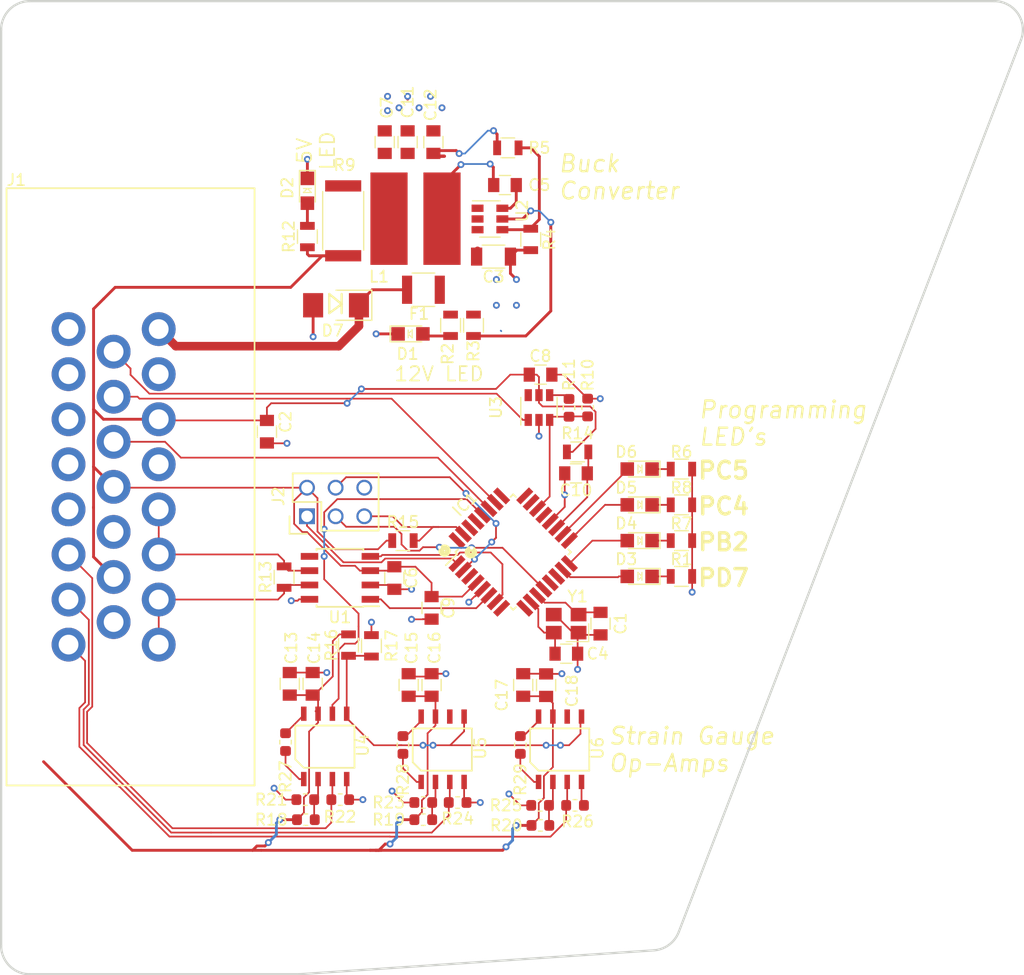
<source format=kicad_pcb>
(kicad_pcb (version 20171130) (host pcbnew 5.0.2-bee76a0~70~ubuntu16.04.1)

  (general
    (thickness 1.6)
    (drawings 18)
    (tracks 581)
    (zones 0)
    (modules 66)
    (nets 68)
  )

  (page A4)
  (layers
    (0 F.Cu signal)
    (31 B.Cu signal hide)
    (32 B.Adhes user)
    (33 F.Adhes user)
    (34 B.Paste user)
    (35 F.Paste user)
    (36 B.SilkS user)
    (37 F.SilkS user)
    (38 B.Mask user)
    (39 F.Mask user)
    (40 Dwgs.User user)
    (41 Cmts.User user)
    (42 Eco1.User user)
    (43 Eco2.User user)
    (44 Edge.Cuts user)
    (45 Margin user)
    (46 B.CrtYd user)
    (47 F.CrtYd user)
    (48 B.Fab user)
    (49 F.Fab user)
  )

  (setup
    (last_trace_width 0.254)
    (user_trace_width 0.254)
    (user_trace_width 0.762)
    (trace_clearance 0.1524)
    (zone_clearance 0.1524)
    (zone_45_only no)
    (trace_min 0.1524)
    (segment_width 0.2)
    (edge_width 0.15)
    (via_size 0.6096)
    (via_drill 0.3048)
    (via_min_size 0.4)
    (via_min_drill 0.3)
    (uvia_size 0.3)
    (uvia_drill 0.1)
    (uvias_allowed no)
    (uvia_min_size 0.2)
    (uvia_min_drill 0.1)
    (pcb_text_width 0.3)
    (pcb_text_size 1.5 1.5)
    (mod_edge_width 0.15)
    (mod_text_size 1 1)
    (mod_text_width 0.15)
    (pad_size 1.524 1.524)
    (pad_drill 0.762)
    (pad_to_mask_clearance 0.051)
    (solder_mask_min_width 0.25)
    (aux_axis_origin 0 0)
    (visible_elements FFFFFF7F)
    (pcbplotparams
      (layerselection 0x010fc_ffffffff)
      (usegerberextensions false)
      (usegerberattributes false)
      (usegerberadvancedattributes false)
      (creategerberjobfile false)
      (excludeedgelayer true)
      (linewidth 0.100000)
      (plotframeref false)
      (viasonmask false)
      (mode 1)
      (useauxorigin false)
      (hpglpennumber 1)
      (hpglpenspeed 20)
      (hpglpendiameter 15.000000)
      (psnegative false)
      (psa4output false)
      (plotreference true)
      (plotvalue true)
      (plotinvisibletext false)
      (padsonsilk false)
      (subtractmaskfromsilk false)
      (outputformat 1)
      (mirror false)
      (drillshape 1)
      (scaleselection 1)
      (outputdirectory ""))
  )

  (net 0 "")
  (net 1 VCC)
  (net 2 GND)
  (net 3 /12V_Fused)
  (net 4 "Net-(C11-Pad1)")
  (net 5 /P_LED_1)
  (net 6 +12V)
  (net 7 /MISO)
  (net 8 /MOSI)
  (net 9 /SS)
  (net 10 /TXCAN)
  (net 11 /RXCAN)
  (net 12 /HSENSOR)
  (net 13 /SCK)
  (net 14 "Net-(IC1-Pad21)")
  (net 15 "Net-(IC1-Pad23)")
  (net 16 "Net-(IC1-Pad24)")
  (net 17 "Net-(IC1-Pad29)")
  (net 18 "Net-(IC1-Pad30)")
  (net 19 /RESET)
  (net 20 "Net-(IC1-Pad32)")
  (net 21 /CANL)
  (net 22 /CANH)
  (net 23 "Net-(C4-Pad1)")
  (net 24 "Net-(C10-Pad1)")
  (net 25 "Net-(D4-Pad1)")
  (net 26 /P_LED_2)
  (net 27 "Net-(D5-Pad1)")
  (net 28 /P_LED_3)
  (net 29 /P_LED_4)
  (net 30 "Net-(D6-Pad1)")
  (net 31 "Net-(IC1-Pad8)")
  (net 32 "Net-(IC1-Pad9)")
  (net 33 gauge1.2out)
  (net 34 gauge1.3out)
  (net 35 /POT_SIGNAL)
  (net 36 /BRAKETEMP)
  (net 37 gauge1.1out)
  (net 38 gauge1.1in)
  (net 39 gauge1.2in)
  (net 40 gauge1.3in)
  (net 41 /POT)
  (net 42 "Net-(R11-Pad1)")
  (net 43 "/Suspension Strain Testing/2.5V")
  (net 44 "Net-(R18-Pad1)")
  (net 45 "Net-(R19-Pad1)")
  (net 46 "Net-(R20-Pad1)")
  (net 47 "Net-(R27-Pad1)")
  (net 48 "Net-(R27-Pad2)")
  (net 49 "Net-(R28-Pad1)")
  (net 50 "Net-(R28-Pad2)")
  (net 51 "Net-(R29-Pad2)")
  (net 52 "Net-(R29-Pad1)")
  (net 53 "Net-(IC1-Pad25)")
  (net 54 "Net-(J1-Pad19)")
  (net 55 "Net-(J1-Pad20)")
  (net 56 "Net-(C1-Pad1)")
  (net 57 "Net-(C5-Pad2)")
  (net 58 "Net-(C5-Pad1)")
  (net 59 "Net-(D1-Pad2)")
  (net 60 "Net-(D2-Pad2)")
  (net 61 "Net-(D3-Pad1)")
  (net 62 "Net-(R3-Pad2)")
  (net 63 "Net-(R4-Pad1)")
  (net 64 "Net-(U1-Pad5)")
  (net 65 "Net-(J1-Pad17)")
  (net 66 "Net-(J1-Pad18)")
  (net 67 "Net-(J1-Pad16)")

  (net_class Default "This is the default net class."
    (clearance 0.1524)
    (trace_width 0.1524)
    (via_dia 0.6096)
    (via_drill 0.3048)
    (uvia_dia 0.3)
    (uvia_drill 0.1)
    (add_net +12V)
    (add_net /12V_Fused)
    (add_net /BRAKETEMP)
    (add_net /CANH)
    (add_net /CANL)
    (add_net /HSENSOR)
    (add_net /MISO)
    (add_net /MOSI)
    (add_net /POT)
    (add_net /POT_SIGNAL)
    (add_net /P_LED_1)
    (add_net /P_LED_2)
    (add_net /P_LED_3)
    (add_net /P_LED_4)
    (add_net /RESET)
    (add_net /RXCAN)
    (add_net /SCK)
    (add_net /SS)
    (add_net "/Suspension Strain Testing/2.5V")
    (add_net /TXCAN)
    (add_net GND)
    (add_net "Net-(C1-Pad1)")
    (add_net "Net-(C10-Pad1)")
    (add_net "Net-(C11-Pad1)")
    (add_net "Net-(C4-Pad1)")
    (add_net "Net-(C5-Pad1)")
    (add_net "Net-(C5-Pad2)")
    (add_net "Net-(D1-Pad2)")
    (add_net "Net-(D2-Pad2)")
    (add_net "Net-(D3-Pad1)")
    (add_net "Net-(D4-Pad1)")
    (add_net "Net-(D5-Pad1)")
    (add_net "Net-(D6-Pad1)")
    (add_net "Net-(IC1-Pad21)")
    (add_net "Net-(IC1-Pad23)")
    (add_net "Net-(IC1-Pad24)")
    (add_net "Net-(IC1-Pad25)")
    (add_net "Net-(IC1-Pad29)")
    (add_net "Net-(IC1-Pad30)")
    (add_net "Net-(IC1-Pad32)")
    (add_net "Net-(IC1-Pad8)")
    (add_net "Net-(IC1-Pad9)")
    (add_net "Net-(J1-Pad16)")
    (add_net "Net-(J1-Pad17)")
    (add_net "Net-(J1-Pad18)")
    (add_net "Net-(J1-Pad19)")
    (add_net "Net-(J1-Pad20)")
    (add_net "Net-(R11-Pad1)")
    (add_net "Net-(R18-Pad1)")
    (add_net "Net-(R19-Pad1)")
    (add_net "Net-(R20-Pad1)")
    (add_net "Net-(R27-Pad1)")
    (add_net "Net-(R27-Pad2)")
    (add_net "Net-(R28-Pad1)")
    (add_net "Net-(R28-Pad2)")
    (add_net "Net-(R29-Pad1)")
    (add_net "Net-(R29-Pad2)")
    (add_net "Net-(R3-Pad2)")
    (add_net "Net-(R4-Pad1)")
    (add_net "Net-(U1-Pad5)")
    (add_net VCC)
    (add_net gauge1.1in)
    (add_net gauge1.1out)
    (add_net gauge1.2in)
    (add_net gauge1.2out)
    (add_net gauge1.3in)
    (add_net gauge1.3out)
  )

  (module footprints:SOT-23-6_OEM (layer F.Cu) (tedit 5B8D4D41) (tstamp 5C05DB73)
    (at 100.93579 56.29021)
    (descr "6-pin SOT-23 package")
    (tags SOT-23-6)
    (path /59E04993)
    (attr smd)
    (fp_text reference U2 (at 2.8575 -0.7239 -270) (layer F.SilkS)
      (effects (font (size 1 1) (thickness 0.15)))
    )
    (fp_text value TPS561201 (at 0 2.9) (layer F.Fab) hide
      (effects (font (size 1 1) (thickness 0.15)))
    )
    (fp_line (start 0.9 -1.55) (end 0.9 1.55) (layer F.Fab) (width 0.1))
    (fp_line (start 0.9 1.55) (end -0.9 1.55) (layer F.Fab) (width 0.1))
    (fp_line (start -0.9 -0.9) (end -0.9 1.55) (layer F.Fab) (width 0.1))
    (fp_line (start 0.9 -1.55) (end -0.25 -1.55) (layer F.Fab) (width 0.1))
    (fp_line (start -0.9 -0.9) (end -0.25 -1.55) (layer F.Fab) (width 0.1))
    (fp_line (start -1.9 -1.8) (end -1.9 1.8) (layer F.CrtYd) (width 0.05))
    (fp_line (start -1.9 1.8) (end 1.9 1.8) (layer F.CrtYd) (width 0.05))
    (fp_line (start 1.9 1.8) (end 1.9 -1.8) (layer F.CrtYd) (width 0.05))
    (fp_line (start 1.9 -1.8) (end -1.9 -1.8) (layer F.CrtYd) (width 0.05))
    (fp_line (start 0.9 -1.61) (end -1.55 -1.61) (layer F.SilkS) (width 0.12))
    (fp_line (start -0.9 1.61) (end 0.9 1.61) (layer F.SilkS) (width 0.12))
    (pad 5 smd rect (at 1.1 0) (size 1.06 0.65) (layers F.Cu F.Paste F.Mask)
      (net 62 "Net-(R3-Pad2)"))
    (pad 6 smd rect (at 1.1 -0.95) (size 1.06 0.65) (layers F.Cu F.Paste F.Mask)
      (net 58 "Net-(C5-Pad1)"))
    (pad 4 smd rect (at 1.1 0.95) (size 1.06 0.65) (layers F.Cu F.Paste F.Mask)
      (net 63 "Net-(R4-Pad1)"))
    (pad 3 smd rect (at -1.1 0.95) (size 1.06 0.65) (layers F.Cu F.Paste F.Mask)
      (net 3 /12V_Fused))
    (pad 2 smd rect (at -1.1 0) (size 1.06 0.65) (layers F.Cu F.Paste F.Mask)
      (net 57 "Net-(C5-Pad2)"))
    (pad 1 smd rect (at -1.1 -0.95) (size 1.06 0.65) (layers F.Cu F.Paste F.Mask)
      (net 2 GND))
    (model ${KISYS3DMOD}/TO_SOT_Packages_SMD.3dshapes/SOT-23-6.wrl
      (at (xyz 0 0 0))
      (scale (xyz 1 1 1))
      (rotate (xyz 0 0 0))
    )
  )

  (module footprints:R_2512_OEM (layer F.Cu) (tedit 5B8D4D11) (tstamp 5C05DB62)
    (at 87.91829 56.45531 90)
    (descr "Resistor SMD 2512, reflow soldering, Vishay (see dcrcw.pdf)")
    (tags "resistor 2512")
    (path /59E0444E)
    (attr smd)
    (fp_text reference R9 (at 4.953 0.127 180) (layer F.SilkS)
      (effects (font (size 1 1) (thickness 0.15)))
    )
    (fp_text value R_0_Jumper (at 0 2.75 90) (layer F.Fab) hide
      (effects (font (size 1 1) (thickness 0.15)))
    )
    (fp_line (start 3.85 1.85) (end -3.85 1.85) (layer F.CrtYd) (width 0.05))
    (fp_line (start 3.85 1.85) (end 3.85 -1.85) (layer F.CrtYd) (width 0.05))
    (fp_line (start -3.85 -1.85) (end -3.85 1.85) (layer F.CrtYd) (width 0.05))
    (fp_line (start -3.85 -1.85) (end 3.85 -1.85) (layer F.CrtYd) (width 0.05))
    (fp_line (start -2.6 -1.82) (end 2.6 -1.82) (layer F.SilkS) (width 0.12))
    (fp_line (start 2.6 1.82) (end -2.6 1.82) (layer F.SilkS) (width 0.12))
    (fp_line (start -3.15 -1.6) (end 3.15 -1.6) (layer F.Fab) (width 0.1))
    (fp_line (start 3.15 -1.6) (end 3.15 1.6) (layer F.Fab) (width 0.1))
    (fp_line (start 3.15 1.6) (end -3.15 1.6) (layer F.Fab) (width 0.1))
    (fp_line (start -3.15 1.6) (end -3.15 -1.6) (layer F.Fab) (width 0.1))
    (pad 2 smd rect (at 3.1 0 90) (size 1 3.2) (layers F.Cu F.Paste F.Mask)
      (net 4 "Net-(C11-Pad1)"))
    (pad 1 smd rect (at -3.1 0 90) (size 1 3.2) (layers F.Cu F.Paste F.Mask)
      (net 1 VCC))
    (model ${KISYS3DMOD}/Resistors_SMD.3dshapes/R_2512.wrl
      (at (xyz 0 0 0))
      (scale (xyz 1 1 1))
      (rotate (xyz 0 0 0))
    )
  )

  (module footprints:R_0805_OEM (layer F.Cu) (tedit 5B8D4D28) (tstamp 5C05DB53)
    (at 99.47529 65.72631 270)
    (descr "Resistor SMD 0805, reflow soldering, Vishay (see dcrcw.pdf)")
    (tags "resistor 0805")
    (path /59E042A3)
    (attr smd)
    (fp_text reference R3 (at 2.286 0 90) (layer F.SilkS)
      (effects (font (size 1 1) (thickness 0.15)))
    )
    (fp_text value R_10k (at 0 1.75 270) (layer F.Fab) hide
      (effects (font (size 1 1) (thickness 0.15)))
    )
    (fp_line (start 1.55 0.9) (end -1.55 0.9) (layer F.CrtYd) (width 0.05))
    (fp_line (start 1.55 0.9) (end 1.55 -0.9) (layer F.CrtYd) (width 0.05))
    (fp_line (start -1.55 -0.9) (end -1.55 0.9) (layer F.CrtYd) (width 0.05))
    (fp_line (start -1.55 -0.9) (end 1.55 -0.9) (layer F.CrtYd) (width 0.05))
    (fp_line (start -0.6 -0.88) (end 0.6 -0.88) (layer F.SilkS) (width 0.12))
    (fp_line (start 0.6 0.88) (end -0.6 0.88) (layer F.SilkS) (width 0.12))
    (fp_line (start -1 -0.62) (end 1 -0.62) (layer F.Fab) (width 0.1))
    (fp_line (start 1 -0.62) (end 1 0.62) (layer F.Fab) (width 0.1))
    (fp_line (start 1 0.62) (end -1 0.62) (layer F.Fab) (width 0.1))
    (fp_line (start -1 0.62) (end -1 -0.62) (layer F.Fab) (width 0.1))
    (pad 2 smd rect (at 0.95 0 270) (size 0.7 1.3) (layers F.Cu F.Paste F.Mask)
      (net 62 "Net-(R3-Pad2)"))
    (pad 1 smd rect (at -0.95 0 270) (size 0.7 1.3) (layers F.Cu F.Paste F.Mask)
      (net 3 /12V_Fused))
    (model "/home/josh/Formula/OEM_Preferred_Parts/3DModels/WRL Files/res0805.wrl"
      (at (xyz 0 0 0))
      (scale (xyz 1 1 1))
      (rotate (xyz 0 0 0))
    )
  )

  (module footprints:C_0805_OEM (layer F.Cu) (tedit 5B8C043E) (tstamp 5C05DB31)
    (at 91.60129 49.47031 90)
    (descr "Capacitor SMD 0805, reflow soldering, AVX (see smccp.pdf)")
    (tags "capacitor 0805")
    (path /59E0494E)
    (attr smd)
    (fp_text reference C7 (at 3.052 0.183 90) (layer F.SilkS)
      (effects (font (size 1 1) (thickness 0.15)))
    )
    (fp_text value C_47uF (at 0 1.75 90) (layer F.Fab) hide
      (effects (font (size 1 1) (thickness 0.15)))
    )
    (fp_line (start 1.75 0.87) (end -1.75 0.87) (layer F.CrtYd) (width 0.05))
    (fp_line (start 1.75 0.87) (end 1.75 -0.88) (layer F.CrtYd) (width 0.05))
    (fp_line (start -1.75 -0.88) (end -1.75 0.87) (layer F.CrtYd) (width 0.05))
    (fp_line (start -1.75 -0.88) (end 1.75 -0.88) (layer F.CrtYd) (width 0.05))
    (fp_line (start -0.5 0.85) (end 0.5 0.85) (layer F.SilkS) (width 0.12))
    (fp_line (start 0.5 -0.85) (end -0.5 -0.85) (layer F.SilkS) (width 0.12))
    (fp_line (start -1 -0.62) (end 1 -0.62) (layer F.Fab) (width 0.1))
    (fp_line (start 1 -0.62) (end 1 0.62) (layer F.Fab) (width 0.1))
    (fp_line (start 1 0.62) (end -1 0.62) (layer F.Fab) (width 0.1))
    (fp_line (start -1 0.62) (end -1 -0.62) (layer F.Fab) (width 0.1))
    (pad 2 smd rect (at 1 0 90) (size 1 1.25) (layers F.Cu F.Paste F.Mask)
      (net 2 GND))
    (pad 1 smd rect (at -1 0 90) (size 1 1.25) (layers F.Cu F.Paste F.Mask)
      (net 4 "Net-(C11-Pad1)"))
    (model /home/josh/Formula/OEM_Preferred_Parts/3DModels/C_0805_OEM/C_0805.wrl
      (at (xyz 0 0 0))
      (scale (xyz 1 1 1))
      (rotate (xyz 0 0 0))
    )
  )

  (module footprints:LED_0805_OEM (layer F.Cu) (tedit 5B8D4D22) (tstamp 5C05DAFF)
    (at 93.88729 66.48831)
    (descr "LED 0805 smd package")
    (tags "LED led 0805 SMD smd SMT smt smdled SMDLED smtled SMTLED")
    (path /59E047E3)
    (attr smd)
    (fp_text reference D1 (at -0.254 1.778) (layer F.SilkS)
      (effects (font (size 1 1) (thickness 0.15)))
    )
    (fp_text value LED_0805 (at 0.508 2.032) (layer F.Fab) hide
      (effects (font (size 1 1) (thickness 0.15)))
    )
    (fp_line (start -1.95 -0.85) (end 1.95 -0.85) (layer F.CrtYd) (width 0.05))
    (fp_line (start -1.95 0.85) (end -1.95 -0.85) (layer F.CrtYd) (width 0.05))
    (fp_line (start 1.95 0.85) (end -1.95 0.85) (layer F.CrtYd) (width 0.05))
    (fp_line (start 1.95 -0.85) (end 1.95 0.85) (layer F.CrtYd) (width 0.05))
    (fp_line (start -1.8 -0.7) (end 1 -0.7) (layer F.SilkS) (width 0.12))
    (fp_line (start -1.8 0.7) (end 1 0.7) (layer F.SilkS) (width 0.12))
    (fp_line (start -1 0.6) (end -1 -0.6) (layer F.Fab) (width 0.1))
    (fp_line (start -1 -0.6) (end 1 -0.6) (layer F.Fab) (width 0.1))
    (fp_line (start 1 -0.6) (end 1 0.6) (layer F.Fab) (width 0.1))
    (fp_line (start 1 0.6) (end -1 0.6) (layer F.Fab) (width 0.1))
    (fp_line (start -1.8 -0.7) (end -1.8 0.7) (layer F.SilkS) (width 0.12))
    (fp_line (start -0.2 0) (end 0.1 -0.3) (layer F.SilkS) (width 0.1))
    (fp_line (start 0.1 -0.3) (end 0.15 -0.35) (layer F.SilkS) (width 0.1))
    (fp_line (start 0.15 -0.35) (end 0.15 0.3) (layer F.SilkS) (width 0.1))
    (fp_line (start 0.15 0.35) (end 0.15 0.3) (layer F.SilkS) (width 0.1))
    (fp_line (start 0.15 0.3) (end 0.15 0.35) (layer F.SilkS) (width 0.1))
    (fp_line (start 0.15 0.35) (end -0.2 0) (layer F.SilkS) (width 0.1))
    (fp_line (start -0.2 0) (end -0.2 -0.35) (layer F.SilkS) (width 0.1))
    (fp_line (start -0.2 0.35) (end -0.2 0) (layer F.SilkS) (width 0.1))
    (pad 1 smd rect (at -1.1 0 180) (size 1.2 1.2) (layers F.Cu F.Paste F.Mask)
      (net 2 GND))
    (pad 2 smd rect (at 1.1 0 180) (size 1.2 1.2) (layers F.Cu F.Paste F.Mask)
      (net 59 "Net-(D1-Pad2)"))
    (model "${LOCAL_DIR}/OEM_Preferred_Parts/3DModels/LED_0805/LED 0805 Base GREEN001_sp.wrl"
      (at (xyz 0 0 0))
      (scale (xyz 1 1 1))
      (rotate (xyz 0 0 180))
    )
  )

  (module footprints:C_0805_OEM (layer F.Cu) (tedit 5B8D4D44) (tstamp 5C05DAE9)
    (at 102.26929 53.28031 180)
    (descr "Capacitor SMD 0805, reflow soldering, AVX (see smccp.pdf)")
    (tags "capacitor 0805")
    (path /59E048C8)
    (attr smd)
    (fp_text reference C5 (at -3.048 0 180) (layer F.SilkS)
      (effects (font (size 1 1) (thickness 0.15)))
    )
    (fp_text value C_0.1uF (at 0 1.75 180) (layer F.Fab) hide
      (effects (font (size 1 1) (thickness 0.15)))
    )
    (fp_line (start 1.75 0.87) (end -1.75 0.87) (layer F.CrtYd) (width 0.05))
    (fp_line (start 1.75 0.87) (end 1.75 -0.88) (layer F.CrtYd) (width 0.05))
    (fp_line (start -1.75 -0.88) (end -1.75 0.87) (layer F.CrtYd) (width 0.05))
    (fp_line (start -1.75 -0.88) (end 1.75 -0.88) (layer F.CrtYd) (width 0.05))
    (fp_line (start -0.5 0.85) (end 0.5 0.85) (layer F.SilkS) (width 0.12))
    (fp_line (start 0.5 -0.85) (end -0.5 -0.85) (layer F.SilkS) (width 0.12))
    (fp_line (start -1 -0.62) (end 1 -0.62) (layer F.Fab) (width 0.1))
    (fp_line (start 1 -0.62) (end 1 0.62) (layer F.Fab) (width 0.1))
    (fp_line (start 1 0.62) (end -1 0.62) (layer F.Fab) (width 0.1))
    (fp_line (start -1 0.62) (end -1 -0.62) (layer F.Fab) (width 0.1))
    (pad 2 smd rect (at 1 0 180) (size 1 1.25) (layers F.Cu F.Paste F.Mask)
      (net 57 "Net-(C5-Pad2)"))
    (pad 1 smd rect (at -1 0 180) (size 1 1.25) (layers F.Cu F.Paste F.Mask)
      (net 58 "Net-(C5-Pad1)"))
    (model /home/josh/Formula/OEM_Preferred_Parts/3DModels/C_0805_OEM/C_0805.wrl
      (at (xyz 0 0 0))
      (scale (xyz 1 1 1))
      (rotate (xyz 0 0 0))
    )
  )

  (module footprints:C_0805_OEM (layer F.Cu) (tedit 59F250E7) (tstamp 5C05DAD7)
    (at 105.426 70.104)
    (descr "Capacitor SMD 0805, reflow soldering, AVX (see smccp.pdf)")
    (tags "capacitor 0805")
    (path /5BD8C563)
    (attr smd)
    (fp_text reference C8 (at -0.016 -1.651) (layer F.SilkS)
      (effects (font (size 1 1) (thickness 0.15)))
    )
    (fp_text value C_0.1uF (at 0 1.75) (layer F.Fab) hide
      (effects (font (size 1 1) (thickness 0.15)))
    )
    (fp_line (start 1.75 0.87) (end -1.75 0.87) (layer F.CrtYd) (width 0.05))
    (fp_line (start 1.75 0.87) (end 1.75 -0.88) (layer F.CrtYd) (width 0.05))
    (fp_line (start -1.75 -0.88) (end -1.75 0.87) (layer F.CrtYd) (width 0.05))
    (fp_line (start -1.75 -0.88) (end 1.75 -0.88) (layer F.CrtYd) (width 0.05))
    (fp_line (start -0.5 0.85) (end 0.5 0.85) (layer F.SilkS) (width 0.12))
    (fp_line (start 0.5 -0.85) (end -0.5 -0.85) (layer F.SilkS) (width 0.12))
    (fp_line (start -1 -0.62) (end 1 -0.62) (layer F.Fab) (width 0.1))
    (fp_line (start 1 -0.62) (end 1 0.62) (layer F.Fab) (width 0.1))
    (fp_line (start 1 0.62) (end -1 0.62) (layer F.Fab) (width 0.1))
    (fp_line (start -1 0.62) (end -1 -0.62) (layer F.Fab) (width 0.1))
    (pad 2 smd rect (at 1 0) (size 1 1.25) (layers F.Cu F.Paste F.Mask)
      (net 2 GND))
    (pad 1 smd rect (at -1 0) (size 1 1.25) (layers F.Cu F.Paste F.Mask)
      (net 1 VCC))
    (model /home/josh/Formula/OEM_Preferred_Parts/3DModels/C_0805_OEM/C_0805.wrl
      (at (xyz 0 0 0))
      (scale (xyz 1 1 1))
      (rotate (xyz 0 0 0))
    )
  )

  (module footprints:LED_0805_OEM (layer F.Cu) (tedit 5B8D4D19) (tstamp 5C05DABF)
    (at 84.74329 53.78831 270)
    (descr "LED 0805 smd package")
    (tags "LED led 0805 SMD smd SMT smt smdled SMDLED smtled SMTLED")
    (path /59E0483A)
    (attr smd)
    (fp_text reference D2 (at -0.254 1.778 90) (layer F.SilkS)
      (effects (font (size 1 1) (thickness 0.15)))
    )
    (fp_text value LED_0805 (at 0.508 2.032 270) (layer F.Fab) hide
      (effects (font (size 1 1) (thickness 0.15)))
    )
    (fp_line (start -1.95 -0.85) (end 1.95 -0.85) (layer F.CrtYd) (width 0.05))
    (fp_line (start -1.95 0.85) (end -1.95 -0.85) (layer F.CrtYd) (width 0.05))
    (fp_line (start 1.95 0.85) (end -1.95 0.85) (layer F.CrtYd) (width 0.05))
    (fp_line (start 1.95 -0.85) (end 1.95 0.85) (layer F.CrtYd) (width 0.05))
    (fp_line (start -1.8 -0.7) (end 1 -0.7) (layer F.SilkS) (width 0.12))
    (fp_line (start -1.8 0.7) (end 1 0.7) (layer F.SilkS) (width 0.12))
    (fp_line (start -1 0.6) (end -1 -0.6) (layer F.Fab) (width 0.1))
    (fp_line (start -1 -0.6) (end 1 -0.6) (layer F.Fab) (width 0.1))
    (fp_line (start 1 -0.6) (end 1 0.6) (layer F.Fab) (width 0.1))
    (fp_line (start 1 0.6) (end -1 0.6) (layer F.Fab) (width 0.1))
    (fp_line (start -1.8 -0.7) (end -1.8 0.7) (layer F.SilkS) (width 0.12))
    (fp_line (start -0.2 0) (end 0.1 -0.3) (layer F.SilkS) (width 0.1))
    (fp_line (start 0.1 -0.3) (end 0.15 -0.35) (layer F.SilkS) (width 0.1))
    (fp_line (start 0.15 -0.35) (end 0.15 0.3) (layer F.SilkS) (width 0.1))
    (fp_line (start 0.15 0.35) (end 0.15 0.3) (layer F.SilkS) (width 0.1))
    (fp_line (start 0.15 0.3) (end 0.15 0.35) (layer F.SilkS) (width 0.1))
    (fp_line (start 0.15 0.35) (end -0.2 0) (layer F.SilkS) (width 0.1))
    (fp_line (start -0.2 0) (end -0.2 -0.35) (layer F.SilkS) (width 0.1))
    (fp_line (start -0.2 0.35) (end -0.2 0) (layer F.SilkS) (width 0.1))
    (pad 1 smd rect (at -1.1 0 90) (size 1.2 1.2) (layers F.Cu F.Paste F.Mask)
      (net 2 GND))
    (pad 2 smd rect (at 1.1 0 90) (size 1.2 1.2) (layers F.Cu F.Paste F.Mask)
      (net 60 "Net-(D2-Pad2)"))
    (model "/home/josh/Formula/OEM_Preferred_Parts/3DModels/LED_0805/LED 0805 Base GREEN001_sp.wrl"
      (at (xyz 0 0 0))
      (scale (xyz 1 1 1))
      (rotate (xyz 0 0 180))
    )
  )

  (module footprints:R_0805_OEM (layer F.Cu) (tedit 5B8D4D25) (tstamp 5C05DAB0)
    (at 97.44329 65.72631 270)
    (descr "Resistor SMD 0805, reflow soldering, Vishay (see dcrcw.pdf)")
    (tags "resistor 0805")
    (path /59E0432B)
    (attr smd)
    (fp_text reference R2 (at 2.54 0.254 270) (layer F.SilkS)
      (effects (font (size 1 1) (thickness 0.15)))
    )
    (fp_text value R_1k (at 0 1.75 270) (layer F.Fab) hide
      (effects (font (size 1 1) (thickness 0.15)))
    )
    (fp_line (start 1.55 0.9) (end -1.55 0.9) (layer F.CrtYd) (width 0.05))
    (fp_line (start 1.55 0.9) (end 1.55 -0.9) (layer F.CrtYd) (width 0.05))
    (fp_line (start -1.55 -0.9) (end -1.55 0.9) (layer F.CrtYd) (width 0.05))
    (fp_line (start -1.55 -0.9) (end 1.55 -0.9) (layer F.CrtYd) (width 0.05))
    (fp_line (start -0.6 -0.88) (end 0.6 -0.88) (layer F.SilkS) (width 0.12))
    (fp_line (start 0.6 0.88) (end -0.6 0.88) (layer F.SilkS) (width 0.12))
    (fp_line (start -1 -0.62) (end 1 -0.62) (layer F.Fab) (width 0.1))
    (fp_line (start 1 -0.62) (end 1 0.62) (layer F.Fab) (width 0.1))
    (fp_line (start 1 0.62) (end -1 0.62) (layer F.Fab) (width 0.1))
    (fp_line (start -1 0.62) (end -1 -0.62) (layer F.Fab) (width 0.1))
    (pad 2 smd rect (at 0.95 0 270) (size 0.7 1.3) (layers F.Cu F.Paste F.Mask)
      (net 59 "Net-(D1-Pad2)"))
    (pad 1 smd rect (at -0.95 0 270) (size 0.7 1.3) (layers F.Cu F.Paste F.Mask)
      (net 3 /12V_Fused))
    (model "/home/josh/Formula/OEM_Preferred_Parts/3DModels/WRL Files/res0805.wrl"
      (at (xyz 0 0 0))
      (scale (xyz 1 1 1))
      (rotate (xyz 0 0 0))
    )
  )

  (module footprints:C_0805_OEM (layer F.Cu) (tedit 5B8C043A) (tstamp 5C05DAA1)
    (at 95.91929 49.47031 90)
    (descr "Capacitor SMD 0805, reflow soldering, AVX (see smccp.pdf)")
    (tags "capacitor 0805")
    (path /5A79252F)
    (attr smd)
    (fp_text reference C12 (at 3.302 -0.254 90) (layer F.SilkS)
      (effects (font (size 1 1) (thickness 0.15)))
    )
    (fp_text value C_0.1uF (at 0 1.75 90) (layer F.Fab) hide
      (effects (font (size 1 1) (thickness 0.15)))
    )
    (fp_line (start 1.75 0.87) (end -1.75 0.87) (layer F.CrtYd) (width 0.05))
    (fp_line (start 1.75 0.87) (end 1.75 -0.88) (layer F.CrtYd) (width 0.05))
    (fp_line (start -1.75 -0.88) (end -1.75 0.87) (layer F.CrtYd) (width 0.05))
    (fp_line (start -1.75 -0.88) (end 1.75 -0.88) (layer F.CrtYd) (width 0.05))
    (fp_line (start -0.5 0.85) (end 0.5 0.85) (layer F.SilkS) (width 0.12))
    (fp_line (start 0.5 -0.85) (end -0.5 -0.85) (layer F.SilkS) (width 0.12))
    (fp_line (start -1 -0.62) (end 1 -0.62) (layer F.Fab) (width 0.1))
    (fp_line (start 1 -0.62) (end 1 0.62) (layer F.Fab) (width 0.1))
    (fp_line (start 1 0.62) (end -1 0.62) (layer F.Fab) (width 0.1))
    (fp_line (start -1 0.62) (end -1 -0.62) (layer F.Fab) (width 0.1))
    (pad 2 smd rect (at 1 0 90) (size 1 1.25) (layers F.Cu F.Paste F.Mask)
      (net 2 GND))
    (pad 1 smd rect (at -1 0 90) (size 1 1.25) (layers F.Cu F.Paste F.Mask)
      (net 4 "Net-(C11-Pad1)"))
    (model /home/josh/Formula/OEM_Preferred_Parts/3DModels/C_0805_OEM/C_0805.wrl
      (at (xyz 0 0 0))
      (scale (xyz 1 1 1))
      (rotate (xyz 0 0 0))
    )
  )

  (module footprints:DO-214AA (layer F.Cu) (tedit 5A59FDFB) (tstamp 5C05DA6F)
    (at 87.28329 63.94831 180)
    (descr "http://www.diodes.com/datasheets/ap02001.pdf p.144")
    (tags "Diode SOD523")
    (path /59F253C2)
    (attr smd)
    (fp_text reference D7 (at 0.3 -2.25 180) (layer F.SilkS)
      (effects (font (size 1 1) (thickness 0.15)))
    )
    (fp_text value D_Zener_18V (at 0 2.286 180) (layer F.Fab) hide
      (effects (font (size 1 1) (thickness 0.15)))
    )
    (fp_line (start -3.175 -1.3335) (end 0 -1.3335) (layer F.SilkS) (width 0.12))
    (fp_line (start -3.175 1.3335) (end 0 1.3335) (layer F.SilkS) (width 0.12))
    (fp_line (start 2.3749 1.9685) (end -2.3749 1.9685) (layer F.Fab) (width 0.1))
    (fp_line (start -2.3749 -1.9685) (end -2.3749 1.9685) (layer F.Fab) (width 0.1))
    (fp_line (start -2.3749 -1.9685) (end 2.3749 -1.9685) (layer F.Fab) (width 0.1))
    (fp_line (start 2.3749 -1.9685) (end 2.3749 1.9685) (layer F.Fab) (width 0.1))
    (fp_line (start -3.302 1.4605) (end 3.302 1.4605) (layer F.CrtYd) (width 0.05))
    (fp_line (start -3.302 -1.4605) (end -3.302 1.4605) (layer F.CrtYd) (width 0.05))
    (fp_line (start -3.302 -1.4605) (end 3.302 -1.4605) (layer F.CrtYd) (width 0.05))
    (fp_line (start 3.302 -1.4605) (end 3.302 1.4605) (layer F.CrtYd) (width 0.05))
    (fp_line (start -3.175 -1.3335) (end -3.175 1.3335) (layer F.SilkS) (width 0.12))
    (fp_line (start -0.5 -0.7) (end -0.5 1) (layer F.SilkS) (width 0.2))
    (fp_line (start -0.5 0.1) (end 0.6 -0.7) (layer F.SilkS) (width 0.2))
    (fp_line (start 0.6 -0.7) (end 0.6 1) (layer F.SilkS) (width 0.2))
    (fp_line (start 0.6 1) (end -0.5 0.1) (layer F.SilkS) (width 0.2))
    (pad 1 smd rect (at -2.032 0) (size 1.778 2.159) (layers F.Cu F.Paste F.Mask)
      (net 6 +12V))
    (pad 2 smd rect (at 2.032 0) (size 1.778 2.159) (layers F.Cu F.Paste F.Mask)
      (net 2 GND))
    (model ${LOCAL_DIR}/OEM_Preferred_Parts/3DModels/DO_214AA_OEM/DO_214AA.wrl
      (at (xyz 0 0 0))
      (scale (xyz 1 1 1))
      (rotate (xyz 0 0 0))
    )
  )

  (module footprints:4.7uH_Inductor_OEM (layer F.Cu) (tedit 5B8C0445) (tstamp 5C05DA6A)
    (at 94.33179 56.26481 180)
    (path /59E04875)
    (fp_text reference L1 (at 3.2385 -5.1435 180) (layer F.SilkS)
      (effects (font (size 1 1) (thickness 0.15)))
    )
    (fp_text value L_4.7uH (at 0 -5.08 180) (layer F.Fab) hide
      (effects (font (size 1 1) (thickness 0.15)))
    )
    (pad 2 smd rect (at 2.35 0 180) (size 3.3 8.2) (layers F.Cu F.Paste F.Mask)
      (net 4 "Net-(C11-Pad1)"))
    (pad 1 smd rect (at -2.35 0 180) (size 3.3 8.2) (layers F.Cu F.Paste F.Mask)
      (net 57 "Net-(C5-Pad2)"))
  )

  (module footprints:Fuse_1210 (layer F.Cu) (tedit 5B8D4D2C) (tstamp 5C05DA54)
    (at 95.03579 62.57081)
    (descr "Resistor SMD 1210, reflow soldering, Vishay (see dcrcw.pdf)")
    (tags "resistor 1210")
    (path /59E0A5CF)
    (attr smd)
    (fp_text reference F1 (at -0.3865 2.1395 -180) (layer F.SilkS)
      (effects (font (size 1 1) (thickness 0.15)))
    )
    (fp_text value 500mA (at 0 2.4) (layer F.Fab) hide
      (effects (font (size 1 1) (thickness 0.15)))
    )
    (fp_line (start 2.15 1.5) (end -2.15 1.5) (layer F.CrtYd) (width 0.05))
    (fp_line (start 2.15 1.5) (end 2.15 -1.5) (layer F.CrtYd) (width 0.05))
    (fp_line (start -2.15 -1.5) (end -2.15 1.5) (layer F.CrtYd) (width 0.05))
    (fp_line (start -2.15 -1.5) (end 2.15 -1.5) (layer F.CrtYd) (width 0.05))
    (fp_line (start -1 -1.48) (end 1 -1.48) (layer F.SilkS) (width 0.12))
    (fp_line (start 1 1.48) (end -1 1.48) (layer F.SilkS) (width 0.12))
    (fp_line (start -1.6 -1.25) (end 1.6 -1.25) (layer F.Fab) (width 0.1))
    (fp_line (start 1.6 -1.25) (end 1.6 1.25) (layer F.Fab) (width 0.1))
    (fp_line (start 1.6 1.25) (end -1.6 1.25) (layer F.Fab) (width 0.1))
    (fp_line (start -1.6 1.25) (end -1.6 -1.25) (layer F.Fab) (width 0.1))
    (pad 2 smd rect (at 1.45 0) (size 0.9 2.5) (layers F.Cu F.Paste F.Mask)
      (net 3 /12V_Fused))
    (pad 1 smd rect (at -1.45 0) (size 0.9 2.5) (layers F.Cu F.Paste F.Mask)
      (net 6 +12V))
    (model /home/josh/Formula/OEM_Preferred_Parts/3DModels/Fuse_1210_OEM/Fuse1210.wrl
      (at (xyz 0 0 0))
      (scale (xyz 1 1 1))
      (rotate (xyz 0 0 0))
    )
  )

  (module footprints:R_0805_OEM (layer F.Cu) (tedit 59F25131) (tstamp 5C05DA3E)
    (at 84.74329 57.85231 90)
    (descr "Resistor SMD 0805, reflow soldering, Vishay (see dcrcw.pdf)")
    (tags "resistor 0805")
    (path /59E04401)
    (attr smd)
    (fp_text reference R12 (at 0 -1.65 90) (layer F.SilkS)
      (effects (font (size 1 1) (thickness 0.15)))
    )
    (fp_text value R_200 (at 0 1.75 90) (layer F.Fab) hide
      (effects (font (size 1 1) (thickness 0.15)))
    )
    (fp_line (start 1.55 0.9) (end -1.55 0.9) (layer F.CrtYd) (width 0.05))
    (fp_line (start 1.55 0.9) (end 1.55 -0.9) (layer F.CrtYd) (width 0.05))
    (fp_line (start -1.55 -0.9) (end -1.55 0.9) (layer F.CrtYd) (width 0.05))
    (fp_line (start -1.55 -0.9) (end 1.55 -0.9) (layer F.CrtYd) (width 0.05))
    (fp_line (start -0.6 -0.88) (end 0.6 -0.88) (layer F.SilkS) (width 0.12))
    (fp_line (start 0.6 0.88) (end -0.6 0.88) (layer F.SilkS) (width 0.12))
    (fp_line (start -1 -0.62) (end 1 -0.62) (layer F.Fab) (width 0.1))
    (fp_line (start 1 -0.62) (end 1 0.62) (layer F.Fab) (width 0.1))
    (fp_line (start 1 0.62) (end -1 0.62) (layer F.Fab) (width 0.1))
    (fp_line (start -1 0.62) (end -1 -0.62) (layer F.Fab) (width 0.1))
    (pad 2 smd rect (at 0.95 0 90) (size 0.7 1.3) (layers F.Cu F.Paste F.Mask)
      (net 60 "Net-(D2-Pad2)"))
    (pad 1 smd rect (at -0.95 0 90) (size 0.7 1.3) (layers F.Cu F.Paste F.Mask)
      (net 1 VCC))
    (model "/home/josh/Formula/OEM_Preferred_Parts/3DModels/WRL Files/res0805.wrl"
      (at (xyz 0 0 0))
      (scale (xyz 1 1 1))
      (rotate (xyz 0 0 0))
    )
  )

  (module footprints:R_0805_OEM (layer F.Cu) (tedit 59F25131) (tstamp 5C05DA2F)
    (at 104.55529 58.10631 270)
    (descr "Resistor SMD 0805, reflow soldering, Vishay (see dcrcw.pdf)")
    (tags "resistor 0805")
    (path /59E042EA)
    (attr smd)
    (fp_text reference R4 (at 0 -1.65 270) (layer F.SilkS)
      (effects (font (size 1 1) (thickness 0.15)))
    )
    (fp_text value R_10k (at 0 1.75 270) (layer F.Fab) hide
      (effects (font (size 1 1) (thickness 0.15)))
    )
    (fp_line (start 1.55 0.9) (end -1.55 0.9) (layer F.CrtYd) (width 0.05))
    (fp_line (start 1.55 0.9) (end 1.55 -0.9) (layer F.CrtYd) (width 0.05))
    (fp_line (start -1.55 -0.9) (end -1.55 0.9) (layer F.CrtYd) (width 0.05))
    (fp_line (start -1.55 -0.9) (end 1.55 -0.9) (layer F.CrtYd) (width 0.05))
    (fp_line (start -0.6 -0.88) (end 0.6 -0.88) (layer F.SilkS) (width 0.12))
    (fp_line (start 0.6 0.88) (end -0.6 0.88) (layer F.SilkS) (width 0.12))
    (fp_line (start -1 -0.62) (end 1 -0.62) (layer F.Fab) (width 0.1))
    (fp_line (start 1 -0.62) (end 1 0.62) (layer F.Fab) (width 0.1))
    (fp_line (start 1 0.62) (end -1 0.62) (layer F.Fab) (width 0.1))
    (fp_line (start -1 0.62) (end -1 -0.62) (layer F.Fab) (width 0.1))
    (pad 2 smd rect (at 0.95 0 270) (size 0.7 1.3) (layers F.Cu F.Paste F.Mask)
      (net 2 GND))
    (pad 1 smd rect (at -0.95 0 270) (size 0.7 1.3) (layers F.Cu F.Paste F.Mask)
      (net 63 "Net-(R4-Pad1)"))
    (model "/home/josh/Formula/OEM_Preferred_Parts/3DModels/WRL Files/res0805.wrl"
      (at (xyz 0 0 0))
      (scale (xyz 1 1 1))
      (rotate (xyz 0 0 0))
    )
  )

  (module footprints:C_0805_OEM (layer F.Cu) (tedit 5B8C0436) (tstamp 5C05DA20)
    (at 93.63329 49.47031 90)
    (descr "Capacitor SMD 0805, reflow soldering, AVX (see smccp.pdf)")
    (tags "capacitor 0805")
    (path /5A79269E)
    (attr smd)
    (fp_text reference C11 (at 3.556 0 90) (layer F.SilkS)
      (effects (font (size 1 1) (thickness 0.15)))
    )
    (fp_text value C_1uF (at 0 1.75 90) (layer F.Fab) hide
      (effects (font (size 1 1) (thickness 0.15)))
    )
    (fp_line (start 1.75 0.87) (end -1.75 0.87) (layer F.CrtYd) (width 0.05))
    (fp_line (start 1.75 0.87) (end 1.75 -0.88) (layer F.CrtYd) (width 0.05))
    (fp_line (start -1.75 -0.88) (end -1.75 0.87) (layer F.CrtYd) (width 0.05))
    (fp_line (start -1.75 -0.88) (end 1.75 -0.88) (layer F.CrtYd) (width 0.05))
    (fp_line (start -0.5 0.85) (end 0.5 0.85) (layer F.SilkS) (width 0.12))
    (fp_line (start 0.5 -0.85) (end -0.5 -0.85) (layer F.SilkS) (width 0.12))
    (fp_line (start -1 -0.62) (end 1 -0.62) (layer F.Fab) (width 0.1))
    (fp_line (start 1 -0.62) (end 1 0.62) (layer F.Fab) (width 0.1))
    (fp_line (start 1 0.62) (end -1 0.62) (layer F.Fab) (width 0.1))
    (fp_line (start -1 0.62) (end -1 -0.62) (layer F.Fab) (width 0.1))
    (pad 2 smd rect (at 1 0 90) (size 1 1.25) (layers F.Cu F.Paste F.Mask)
      (net 2 GND))
    (pad 1 smd rect (at -1 0 90) (size 1 1.25) (layers F.Cu F.Paste F.Mask)
      (net 4 "Net-(C11-Pad1)"))
    (model /home/josh/Formula/OEM_Preferred_Parts/3DModels/C_0805_OEM/C_0805.wrl
      (at (xyz 0 0 0))
      (scale (xyz 1 1 1))
      (rotate (xyz 0 0 0))
    )
  )

  (module footprints:R_0805_OEM (layer F.Cu) (tedit 5B8D4D48) (tstamp 5C05DA11)
    (at 102.52329 49.97831 180)
    (descr "Resistor SMD 0805, reflow soldering, Vishay (see dcrcw.pdf)")
    (tags "resistor 0805")
    (path /59E0438C)
    (attr smd)
    (fp_text reference R5 (at -2.794 0 180) (layer F.SilkS)
      (effects (font (size 1 1) (thickness 0.15)))
    )
    (fp_text value R_51.1k (at 0 1.75 180) (layer F.Fab) hide
      (effects (font (size 1 1) (thickness 0.15)))
    )
    (fp_line (start 1.55 0.9) (end -1.55 0.9) (layer F.CrtYd) (width 0.05))
    (fp_line (start 1.55 0.9) (end 1.55 -0.9) (layer F.CrtYd) (width 0.05))
    (fp_line (start -1.55 -0.9) (end -1.55 0.9) (layer F.CrtYd) (width 0.05))
    (fp_line (start -1.55 -0.9) (end 1.55 -0.9) (layer F.CrtYd) (width 0.05))
    (fp_line (start -0.6 -0.88) (end 0.6 -0.88) (layer F.SilkS) (width 0.12))
    (fp_line (start 0.6 0.88) (end -0.6 0.88) (layer F.SilkS) (width 0.12))
    (fp_line (start -1 -0.62) (end 1 -0.62) (layer F.Fab) (width 0.1))
    (fp_line (start 1 -0.62) (end 1 0.62) (layer F.Fab) (width 0.1))
    (fp_line (start 1 0.62) (end -1 0.62) (layer F.Fab) (width 0.1))
    (fp_line (start -1 0.62) (end -1 -0.62) (layer F.Fab) (width 0.1))
    (pad 2 smd rect (at 0.95 0 180) (size 0.7 1.3) (layers F.Cu F.Paste F.Mask)
      (net 4 "Net-(C11-Pad1)"))
    (pad 1 smd rect (at -0.95 0 180) (size 0.7 1.3) (layers F.Cu F.Paste F.Mask)
      (net 63 "Net-(R4-Pad1)"))
    (model "/home/josh/Formula/OEM_Preferred_Parts/3DModels/WRL Files/res0805.wrl"
      (at (xyz 0 0 0))
      (scale (xyz 1 1 1))
      (rotate (xyz 0 0 0))
    )
  )

  (module footprints:Crystal_SMD_FA238 (layer F.Cu) (tedit 5B8C3CAD) (tstamp 5C05D9FF)
    (at 107.696 92.202 180)
    (descr "crystal Epson Toyocom FA-238 series http://www.mouser.com/ds/2/137/1721499-465440.pdf, hand-soldering, 3.2x2.5mm^2 package")
    (tags "SMD SMT crystal hand-soldering")
    (path /59E10C38)
    (attr smd)
    (fp_text reference Y1 (at -1.016 2.413 180) (layer F.SilkS)
      (effects (font (size 1 1) (thickness 0.15)))
    )
    (fp_text value Crystal_SMD (at 0.0762 2.42316 180) (layer F.Fab) hide
      (effects (font (size 1 1) (thickness 0.15)))
    )
    (fp_line (start -1.6 -1.15) (end -1.5 -1.25) (layer F.Fab) (width 0.1))
    (fp_line (start -1.6 1.15) (end -1.6 -1.15) (layer F.Fab) (width 0.1))
    (fp_line (start -1.5 1.25) (end -1.6 1.15) (layer F.Fab) (width 0.1))
    (fp_line (start 1.5 1.25) (end -1.5 1.25) (layer F.Fab) (width 0.1))
    (fp_line (start 1.6 1.15) (end 1.5 1.25) (layer F.Fab) (width 0.1))
    (fp_line (start 1.6 -1.15) (end 1.6 1.15) (layer F.Fab) (width 0.1))
    (fp_line (start 1.5 -1.25) (end 1.6 -1.15) (layer F.Fab) (width 0.1))
    (fp_line (start -1.5 -1.25) (end 1.5 -1.25) (layer F.Fab) (width 0.1))
    (fp_line (start -2 -1.6) (end -2 0) (layer F.SilkS) (width 0.1))
    (fp_line (start -2 -1.6) (end 0 -1.6) (layer F.SilkS) (width 0.1))
    (pad 4 smd rect (at -1.1 -0.8 180) (size 1.4 1.2) (layers F.Cu F.Mask)
      (net 2 GND))
    (pad 3 smd rect (at 1.1 -0.8 180) (size 1.4 1.2) (layers F.Cu F.Mask)
      (net 23 "Net-(C4-Pad1)"))
    (pad 2 smd rect (at 1.1 0.8 180) (size 1.4 1.2) (layers F.Cu F.Mask)
      (net 2 GND))
    (pad 1 smd rect (at -1.1 0.8 180) (size 1.4 1.2) (layers F.Cu F.Mask)
      (net 56 "Net-(C1-Pad1)"))
    (model Crystals.3dshapes/Crystal_SMD_SeikoEpson_FA238-4pin_3.2x2.5mm_HandSoldering.wrl
      (at (xyz 0 0 0))
      (scale (xyz 0.24 0.24 0.24))
      (rotate (xyz 0 0 0))
    )
  )

  (module footprints:C_1206_OEM (layer F.Cu) (tedit 5B8D4D32) (tstamp 5C05D9E3)
    (at 101.25329 59.63031)
    (descr "Capacitor SMD 1206, reflow soldering, AVX (see smccp.pdf)")
    (tags "capacitor 1206")
    (path /59E04907)
    (attr smd)
    (fp_text reference C3 (at 0 1.778) (layer F.SilkS)
      (effects (font (size 1 1) (thickness 0.15)))
    )
    (fp_text value C_22uF (at 0 2) (layer F.Fab) hide
      (effects (font (size 1 1) (thickness 0.15)))
    )
    (fp_line (start 2.25 1.05) (end -2.25 1.05) (layer F.CrtYd) (width 0.05))
    (fp_line (start 2.25 1.05) (end 2.25 -1.05) (layer F.CrtYd) (width 0.05))
    (fp_line (start -2.25 -1.05) (end -2.25 1.05) (layer F.CrtYd) (width 0.05))
    (fp_line (start -2.25 -1.05) (end 2.25 -1.05) (layer F.CrtYd) (width 0.05))
    (fp_line (start -1 1.02) (end 1 1.02) (layer F.SilkS) (width 0.12))
    (fp_line (start 1 -1.02) (end -1 -1.02) (layer F.SilkS) (width 0.12))
    (fp_line (start -1.6 -0.8) (end 1.6 -0.8) (layer F.Fab) (width 0.1))
    (fp_line (start 1.6 -0.8) (end 1.6 0.8) (layer F.Fab) (width 0.1))
    (fp_line (start 1.6 0.8) (end -1.6 0.8) (layer F.Fab) (width 0.1))
    (fp_line (start -1.6 0.8) (end -1.6 -0.8) (layer F.Fab) (width 0.1))
    (pad 2 smd rect (at 1.5 0) (size 1 1.6) (layers F.Cu F.Paste F.Mask)
      (net 2 GND))
    (pad 1 smd rect (at -1.5 0) (size 1 1.6) (layers F.Cu F.Paste F.Mask)
      (net 3 /12V_Fused))
    (model Capacitors_SMD.3dshapes/C_1206.wrl
      (at (xyz 0 0 0))
      (scale (xyz 1 1 1))
      (rotate (xyz 0 0 0))
    )
  )

  (module footprints:C_0805_OEM (layer F.Cu) (tedit 59F250E7) (tstamp 5C159A6B)
    (at 83.178648 97.54565 270)
    (descr "Capacitor SMD 0805, reflow soldering, AVX (see smccp.pdf)")
    (tags "capacitor 0805")
    (path /5BEA6C51/5BDBAD61)
    (attr smd)
    (fp_text reference C13 (at -3.18465 -0.133352 270) (layer F.SilkS)
      (effects (font (size 1 1) (thickness 0.15)))
    )
    (fp_text value C_10uF (at 0 1.75 270) (layer F.Fab) hide
      (effects (font (size 1 1) (thickness 0.15)))
    )
    (fp_line (start 1.75 0.87) (end -1.75 0.87) (layer F.CrtYd) (width 0.05))
    (fp_line (start 1.75 0.87) (end 1.75 -0.88) (layer F.CrtYd) (width 0.05))
    (fp_line (start -1.75 -0.88) (end -1.75 0.87) (layer F.CrtYd) (width 0.05))
    (fp_line (start -1.75 -0.88) (end 1.75 -0.88) (layer F.CrtYd) (width 0.05))
    (fp_line (start -0.5 0.85) (end 0.5 0.85) (layer F.SilkS) (width 0.12))
    (fp_line (start 0.5 -0.85) (end -0.5 -0.85) (layer F.SilkS) (width 0.12))
    (fp_line (start -1 -0.62) (end 1 -0.62) (layer F.Fab) (width 0.1))
    (fp_line (start 1 -0.62) (end 1 0.62) (layer F.Fab) (width 0.1))
    (fp_line (start 1 0.62) (end -1 0.62) (layer F.Fab) (width 0.1))
    (fp_line (start -1 0.62) (end -1 -0.62) (layer F.Fab) (width 0.1))
    (pad 2 smd rect (at 1 0 270) (size 1 1.25) (layers F.Cu F.Paste F.Mask)
      (net 1 VCC))
    (pad 1 smd rect (at -1 0 270) (size 1 1.25) (layers F.Cu F.Paste F.Mask)
      (net 2 GND))
    (model /home/josh/Formula/OEM_Preferred_Parts/3DModels/C_0805_OEM/C_0805.wrl
      (at (xyz 0 0 0))
      (scale (xyz 1 1 1))
      (rotate (xyz 0 0 0))
    )
  )

  (module footprints:C_0805_OEM (layer F.Cu) (tedit 59F250E7) (tstamp 5C159F78)
    (at 85.210648 97.54565 270)
    (descr "Capacitor SMD 0805, reflow soldering, AVX (see smccp.pdf)")
    (tags "capacitor 0805")
    (path /5BEA6C51/5BDBAED8)
    (attr smd)
    (fp_text reference C14 (at -3.18465 -0.133352 270) (layer F.SilkS)
      (effects (font (size 1 1) (thickness 0.15)))
    )
    (fp_text value C_0.1uF (at 0 1.75 270) (layer F.Fab) hide
      (effects (font (size 1 1) (thickness 0.15)))
    )
    (fp_line (start -1 0.62) (end -1 -0.62) (layer F.Fab) (width 0.1))
    (fp_line (start 1 0.62) (end -1 0.62) (layer F.Fab) (width 0.1))
    (fp_line (start 1 -0.62) (end 1 0.62) (layer F.Fab) (width 0.1))
    (fp_line (start -1 -0.62) (end 1 -0.62) (layer F.Fab) (width 0.1))
    (fp_line (start 0.5 -0.85) (end -0.5 -0.85) (layer F.SilkS) (width 0.12))
    (fp_line (start -0.5 0.85) (end 0.5 0.85) (layer F.SilkS) (width 0.12))
    (fp_line (start -1.75 -0.88) (end 1.75 -0.88) (layer F.CrtYd) (width 0.05))
    (fp_line (start -1.75 -0.88) (end -1.75 0.87) (layer F.CrtYd) (width 0.05))
    (fp_line (start 1.75 0.87) (end 1.75 -0.88) (layer F.CrtYd) (width 0.05))
    (fp_line (start 1.75 0.87) (end -1.75 0.87) (layer F.CrtYd) (width 0.05))
    (pad 1 smd rect (at -1 0 270) (size 1 1.25) (layers F.Cu F.Paste F.Mask)
      (net 2 GND))
    (pad 2 smd rect (at 1 0 270) (size 1 1.25) (layers F.Cu F.Paste F.Mask)
      (net 1 VCC))
    (model /home/josh/Formula/OEM_Preferred_Parts/3DModels/C_0805_OEM/C_0805.wrl
      (at (xyz 0 0 0))
      (scale (xyz 1 1 1))
      (rotate (xyz 0 0 0))
    )
  )

  (module footprints:C_0805_OEM (layer F.Cu) (tedit 59F250E7) (tstamp 5C159AAA)
    (at 93.726 97.647 270)
    (descr "Capacitor SMD 0805, reflow soldering, AVX (see smccp.pdf)")
    (tags "capacitor 0805")
    (path /5BEA6C51/5BEF59F2)
    (attr smd)
    (fp_text reference C15 (at -3.286 -0.254 270) (layer F.SilkS)
      (effects (font (size 1 1) (thickness 0.15)))
    )
    (fp_text value C_10uF (at 0 1.75 270) (layer F.Fab) hide
      (effects (font (size 1 1) (thickness 0.15)))
    )
    (fp_line (start -1 0.62) (end -1 -0.62) (layer F.Fab) (width 0.1))
    (fp_line (start 1 0.62) (end -1 0.62) (layer F.Fab) (width 0.1))
    (fp_line (start 1 -0.62) (end 1 0.62) (layer F.Fab) (width 0.1))
    (fp_line (start -1 -0.62) (end 1 -0.62) (layer F.Fab) (width 0.1))
    (fp_line (start 0.5 -0.85) (end -0.5 -0.85) (layer F.SilkS) (width 0.12))
    (fp_line (start -0.5 0.85) (end 0.5 0.85) (layer F.SilkS) (width 0.12))
    (fp_line (start -1.75 -0.88) (end 1.75 -0.88) (layer F.CrtYd) (width 0.05))
    (fp_line (start -1.75 -0.88) (end -1.75 0.87) (layer F.CrtYd) (width 0.05))
    (fp_line (start 1.75 0.87) (end 1.75 -0.88) (layer F.CrtYd) (width 0.05))
    (fp_line (start 1.75 0.87) (end -1.75 0.87) (layer F.CrtYd) (width 0.05))
    (pad 1 smd rect (at -1 0 270) (size 1 1.25) (layers F.Cu F.Paste F.Mask)
      (net 2 GND))
    (pad 2 smd rect (at 1 0 270) (size 1 1.25) (layers F.Cu F.Paste F.Mask)
      (net 1 VCC))
    (model /home/josh/Formula/OEM_Preferred_Parts/3DModels/C_0805_OEM/C_0805.wrl
      (at (xyz 0 0 0))
      (scale (xyz 1 1 1))
      (rotate (xyz 0 0 0))
    )
  )

  (module footprints:C_0805_OEM (layer F.Cu) (tedit 59F250E7) (tstamp 5C159E9D)
    (at 95.758 97.647 270)
    (descr "Capacitor SMD 0805, reflow soldering, AVX (see smccp.pdf)")
    (tags "capacitor 0805")
    (path /5BEA6C51/5BEF59FC)
    (attr smd)
    (fp_text reference C16 (at -3.302 -0.254 270) (layer F.SilkS)
      (effects (font (size 1 1) (thickness 0.15)))
    )
    (fp_text value C_0.1uF (at 0 1.75 270) (layer F.Fab) hide
      (effects (font (size 1 1) (thickness 0.15)))
    )
    (fp_line (start -1 0.62) (end -1 -0.62) (layer F.Fab) (width 0.1))
    (fp_line (start 1 0.62) (end -1 0.62) (layer F.Fab) (width 0.1))
    (fp_line (start 1 -0.62) (end 1 0.62) (layer F.Fab) (width 0.1))
    (fp_line (start -1 -0.62) (end 1 -0.62) (layer F.Fab) (width 0.1))
    (fp_line (start 0.5 -0.85) (end -0.5 -0.85) (layer F.SilkS) (width 0.12))
    (fp_line (start -0.5 0.85) (end 0.5 0.85) (layer F.SilkS) (width 0.12))
    (fp_line (start -1.75 -0.88) (end 1.75 -0.88) (layer F.CrtYd) (width 0.05))
    (fp_line (start -1.75 -0.88) (end -1.75 0.87) (layer F.CrtYd) (width 0.05))
    (fp_line (start 1.75 0.87) (end 1.75 -0.88) (layer F.CrtYd) (width 0.05))
    (fp_line (start 1.75 0.87) (end -1.75 0.87) (layer F.CrtYd) (width 0.05))
    (pad 1 smd rect (at -1 0 270) (size 1 1.25) (layers F.Cu F.Paste F.Mask)
      (net 2 GND))
    (pad 2 smd rect (at 1 0 270) (size 1 1.25) (layers F.Cu F.Paste F.Mask)
      (net 1 VCC))
    (model /home/josh/Formula/OEM_Preferred_Parts/3DModels/C_0805_OEM/C_0805.wrl
      (at (xyz 0 0 0))
      (scale (xyz 1 1 1))
      (rotate (xyz 0 0 0))
    )
  )

  (module footprints:C_0805_OEM (layer F.Cu) (tedit 59F250E7) (tstamp 5C159D23)
    (at 103.886 97.647 270)
    (descr "Capacitor SMD 0805, reflow soldering, AVX (see smccp.pdf)")
    (tags "capacitor 0805")
    (path /5BEA6C51/5BEF730D)
    (attr smd)
    (fp_text reference C17 (at 0.905 1.905 270) (layer F.SilkS)
      (effects (font (size 1 1) (thickness 0.15)))
    )
    (fp_text value C_10uF (at 0 1.75 270) (layer F.Fab) hide
      (effects (font (size 1 1) (thickness 0.15)))
    )
    (fp_line (start -1 0.62) (end -1 -0.62) (layer F.Fab) (width 0.1))
    (fp_line (start 1 0.62) (end -1 0.62) (layer F.Fab) (width 0.1))
    (fp_line (start 1 -0.62) (end 1 0.62) (layer F.Fab) (width 0.1))
    (fp_line (start -1 -0.62) (end 1 -0.62) (layer F.Fab) (width 0.1))
    (fp_line (start 0.5 -0.85) (end -0.5 -0.85) (layer F.SilkS) (width 0.12))
    (fp_line (start -0.5 0.85) (end 0.5 0.85) (layer F.SilkS) (width 0.12))
    (fp_line (start -1.75 -0.88) (end 1.75 -0.88) (layer F.CrtYd) (width 0.05))
    (fp_line (start -1.75 -0.88) (end -1.75 0.87) (layer F.CrtYd) (width 0.05))
    (fp_line (start 1.75 0.87) (end 1.75 -0.88) (layer F.CrtYd) (width 0.05))
    (fp_line (start 1.75 0.87) (end -1.75 0.87) (layer F.CrtYd) (width 0.05))
    (pad 1 smd rect (at -1 0 270) (size 1 1.25) (layers F.Cu F.Paste F.Mask)
      (net 2 GND))
    (pad 2 smd rect (at 1 0 270) (size 1 1.25) (layers F.Cu F.Paste F.Mask)
      (net 1 VCC))
    (model /home/josh/Formula/OEM_Preferred_Parts/3DModels/C_0805_OEM/C_0805.wrl
      (at (xyz 0 0 0))
      (scale (xyz 1 1 1))
      (rotate (xyz 0 0 0))
    )
  )

  (module footprints:C_0805_OEM (layer F.Cu) (tedit 59F250E7) (tstamp 5C159D50)
    (at 105.918 97.663 270)
    (descr "Capacitor SMD 0805, reflow soldering, AVX (see smccp.pdf)")
    (tags "capacitor 0805")
    (path /5BEA6C51/5BEF7317)
    (attr smd)
    (fp_text reference C18 (at 0.508 -2.286 270) (layer F.SilkS)
      (effects (font (size 1 1) (thickness 0.15)))
    )
    (fp_text value C_0.1uF (at 0 1.75 270) (layer F.Fab) hide
      (effects (font (size 1 1) (thickness 0.15)))
    )
    (fp_line (start 1.75 0.87) (end -1.75 0.87) (layer F.CrtYd) (width 0.05))
    (fp_line (start 1.75 0.87) (end 1.75 -0.88) (layer F.CrtYd) (width 0.05))
    (fp_line (start -1.75 -0.88) (end -1.75 0.87) (layer F.CrtYd) (width 0.05))
    (fp_line (start -1.75 -0.88) (end 1.75 -0.88) (layer F.CrtYd) (width 0.05))
    (fp_line (start -0.5 0.85) (end 0.5 0.85) (layer F.SilkS) (width 0.12))
    (fp_line (start 0.5 -0.85) (end -0.5 -0.85) (layer F.SilkS) (width 0.12))
    (fp_line (start -1 -0.62) (end 1 -0.62) (layer F.Fab) (width 0.1))
    (fp_line (start 1 -0.62) (end 1 0.62) (layer F.Fab) (width 0.1))
    (fp_line (start 1 0.62) (end -1 0.62) (layer F.Fab) (width 0.1))
    (fp_line (start -1 0.62) (end -1 -0.62) (layer F.Fab) (width 0.1))
    (pad 2 smd rect (at 1 0 270) (size 1 1.25) (layers F.Cu F.Paste F.Mask)
      (net 1 VCC))
    (pad 1 smd rect (at -1 0 270) (size 1 1.25) (layers F.Cu F.Paste F.Mask)
      (net 2 GND))
    (model /home/josh/Formula/OEM_Preferred_Parts/3DModels/C_0805_OEM/C_0805.wrl
      (at (xyz 0 0 0))
      (scale (xyz 1 1 1))
      (rotate (xyz 0 0 0))
    )
  )

  (module footprints:TQFP-32_7x7mm_Pitch0.8mm (layer F.Cu) (tedit 59F24C0F) (tstamp 5C060D4C)
    (at 102.997 85.852 45)
    (descr "32-Lead Plastic Thin Quad Flatpack (PT) - 7x7x1.0 mm Body, 2.00 mm [TQFP] (see Microchip Packaging Specification 00000049BS.pdf)")
    (tags "QFP 0.8")
    (path /59E10948)
    (attr smd)
    (fp_text reference IC1 (at 0 -6.05 45) (layer F.SilkS)
      (effects (font (size 1 1) (thickness 0.15)))
    )
    (fp_text value ATMEGA16M1 (at 0 6.05 45) (layer F.Fab) hide
      (effects (font (size 1 1) (thickness 0.15)))
    )
    (fp_circle (center -2.667 -2.6416) (end -2.667 -2.6924) (layer F.SilkS) (width 0.5))
    (fp_circle (center -4.2164 -4.394201) (end -4.2164 -4.445001) (layer F.SilkS) (width 0.5))
    (fp_text user %R (at 0 0 45) (layer F.Fab)
      (effects (font (size 1 1) (thickness 0.15)))
    )
    (fp_line (start -2.5 -3.5) (end 3.5 -3.5) (layer F.Fab) (width 0.15))
    (fp_line (start 3.5 -3.5) (end 3.5 3.5) (layer F.Fab) (width 0.15))
    (fp_line (start 3.5 3.5) (end -3.5 3.5) (layer F.Fab) (width 0.15))
    (fp_line (start -3.5 3.5) (end -3.5 -2.5) (layer F.Fab) (width 0.15))
    (fp_line (start -3.5 -2.5) (end -2.5 -3.5) (layer F.Fab) (width 0.15))
    (fp_line (start -5.3 -5.3) (end -5.3 5.3) (layer F.CrtYd) (width 0.05))
    (fp_line (start 5.3 -5.3) (end 5.3 5.3) (layer F.CrtYd) (width 0.05))
    (fp_line (start -5.3 -5.3) (end 5.3 -5.3) (layer F.CrtYd) (width 0.05))
    (fp_line (start -5.3 5.3) (end 5.3 5.3) (layer F.CrtYd) (width 0.05))
    (fp_line (start -3.625 -3.625) (end -3.625 -3.4) (layer F.SilkS) (width 0.15))
    (fp_line (start 3.625 -3.625) (end 3.625 -3.299999) (layer F.SilkS) (width 0.15))
    (fp_line (start 3.625 3.625) (end 3.625 3.299999) (layer F.SilkS) (width 0.15))
    (fp_line (start -3.625 3.625) (end -3.625 3.299999) (layer F.SilkS) (width 0.15))
    (fp_line (start -3.625 -3.625) (end -3.299999 -3.625) (layer F.SilkS) (width 0.15))
    (fp_line (start -3.625 3.625) (end -3.299999 3.625) (layer F.SilkS) (width 0.15))
    (fp_line (start 3.625 3.625) (end 3.299999 3.625) (layer F.SilkS) (width 0.15))
    (fp_line (start 3.625 -3.625) (end 3.299999 -3.625) (layer F.SilkS) (width 0.15))
    (fp_line (start -3.625 -3.4) (end -5.05 -3.4) (layer F.SilkS) (width 0.15))
    (pad 1 smd rect (at -4.25 -2.8 45) (size 1.6 0.55) (layers F.Cu F.Paste F.Mask)
      (net 7 /MISO))
    (pad 2 smd rect (at -4.25 -2 45) (size 1.6 0.55) (layers F.Cu F.Paste F.Mask)
      (net 8 /MOSI))
    (pad 3 smd rect (at -4.25 -1.2 45) (size 1.6 0.55) (layers F.Cu F.Paste F.Mask)
      (net 9 /SS))
    (pad 4 smd rect (at -4.25 -0.4 45) (size 1.6 0.55) (layers F.Cu F.Paste F.Mask)
      (net 1 VCC))
    (pad 5 smd rect (at -4.25 0.4 45) (size 1.6 0.55) (layers F.Cu F.Paste F.Mask)
      (net 2 GND))
    (pad 6 smd rect (at -4.25 1.2 45) (size 1.6 0.55) (layers F.Cu F.Paste F.Mask)
      (net 10 /TXCAN))
    (pad 7 smd rect (at -4.25 2 45) (size 1.6 0.55) (layers F.Cu F.Paste F.Mask)
      (net 11 /RXCAN))
    (pad 8 smd rect (at -4.25 2.8 45) (size 1.6 0.55) (layers F.Cu F.Paste F.Mask)
      (net 31 "Net-(IC1-Pad8)"))
    (pad 9 smd rect (at -2.8 4.25 135) (size 1.6 0.55) (layers F.Cu F.Paste F.Mask)
      (net 32 "Net-(IC1-Pad9)"))
    (pad 10 smd rect (at -2 4.25 135) (size 1.6 0.55) (layers F.Cu F.Paste F.Mask)
      (net 23 "Net-(C4-Pad1)"))
    (pad 11 smd rect (at -1.2 4.25 135) (size 1.6 0.55) (layers F.Cu F.Paste F.Mask)
      (net 56 "Net-(C1-Pad1)"))
    (pad 12 smd rect (at -0.4 4.25 135) (size 1.6 0.55) (layers F.Cu F.Paste F.Mask)
      (net 13 /SCK))
    (pad 13 smd rect (at 0.4 4.25 135) (size 1.6 0.55) (layers F.Cu F.Paste F.Mask)
      (net 33 gauge1.2out))
    (pad 14 smd rect (at 1.2 4.25 135) (size 1.6 0.55) (layers F.Cu F.Paste F.Mask)
      (net 34 gauge1.3out))
    (pad 15 smd rect (at 2 4.25 135) (size 1.6 0.55) (layers F.Cu F.Paste F.Mask)
      (net 5 /P_LED_1))
    (pad 16 smd rect (at 2.8 4.25 135) (size 1.6 0.55) (layers F.Cu F.Paste F.Mask)
      (net 26 /P_LED_2))
    (pad 17 smd rect (at 4.25 2.8 45) (size 1.6 0.55) (layers F.Cu F.Paste F.Mask)
      (net 28 /P_LED_3))
    (pad 18 smd rect (at 4.25 2 45) (size 1.6 0.55) (layers F.Cu F.Paste F.Mask)
      (net 29 /P_LED_4))
    (pad 19 smd rect (at 4.25 1.2 45) (size 1.6 0.55) (layers F.Cu F.Paste F.Mask)
      (net 24 "Net-(C10-Pad1)"))
    (pad 20 smd rect (at 4.25 0.4 45) (size 1.6 0.55) (layers F.Cu F.Paste F.Mask)
      (net 2 GND))
    (pad 21 smd rect (at 4.25 -0.4 45) (size 1.6 0.55) (layers F.Cu F.Paste F.Mask)
      (net 14 "Net-(IC1-Pad21)"))
    (pad 22 smd rect (at 4.25 -1.2 45) (size 1.6 0.55) (layers F.Cu F.Paste F.Mask)
      (net 35 /POT_SIGNAL))
    (pad 23 smd rect (at 4.25 -2 45) (size 1.6 0.55) (layers F.Cu F.Paste F.Mask)
      (net 15 "Net-(IC1-Pad23)"))
    (pad 24 smd rect (at 4.25 -2.8 45) (size 1.6 0.55) (layers F.Cu F.Paste F.Mask)
      (net 16 "Net-(IC1-Pad24)"))
    (pad 25 smd rect (at 2.8 -4.25 135) (size 1.6 0.55) (layers F.Cu F.Paste F.Mask)
      (net 53 "Net-(IC1-Pad25)"))
    (pad 26 smd rect (at 2 -4.25 135) (size 1.6 0.55) (layers F.Cu F.Paste F.Mask)
      (net 12 /HSENSOR))
    (pad 27 smd rect (at 1.2 -4.25 135) (size 1.6 0.55) (layers F.Cu F.Paste F.Mask)
      (net 36 /BRAKETEMP))
    (pad 28 smd rect (at 0.4 -4.25 135) (size 1.6 0.55) (layers F.Cu F.Paste F.Mask)
      (net 37 gauge1.1out))
    (pad 29 smd rect (at -0.4 -4.25 135) (size 1.6 0.55) (layers F.Cu F.Paste F.Mask)
      (net 17 "Net-(IC1-Pad29)"))
    (pad 30 smd rect (at -1.2 -4.25 135) (size 1.6 0.55) (layers F.Cu F.Paste F.Mask)
      (net 18 "Net-(IC1-Pad30)"))
    (pad 31 smd rect (at -2 -4.25 135) (size 1.6 0.55) (layers F.Cu F.Paste F.Mask)
      (net 19 /RESET))
    (pad 32 smd rect (at -2.8 -4.25 135) (size 1.6 0.55) (layers F.Cu F.Paste F.Mask)
      (net 20 "Net-(IC1-Pad32)"))
    (model Housings_QFP.3dshapes/TQFP-32_7x7mm_Pitch0.8mm.wrl
      (at (xyz 0 0 0))
      (scale (xyz 1 1 1))
      (rotate (xyz 0 0 0))
    )
  )

  (module footprints:Pin_Header_Straight_2x03 (layer F.Cu) (tedit 5BB5911C) (tstamp 5BEE6D57)
    (at 84.709 82.677 90)
    (descr "Through hole pin header")
    (tags "pin header")
    (path /59E10F9E)
    (fp_text reference J2 (at 1.778 -2.54 90) (layer F.SilkS)
      (effects (font (size 1 1) (thickness 0.15)))
    )
    (fp_text value CONN_02X03 (at 1.27 7.874 90) (layer F.Fab) hide
      (effects (font (size 1 1) (thickness 0.15)))
    )
    (fp_line (start -1.27 1.27) (end -1.27 6.35) (layer F.SilkS) (width 0.15))
    (fp_line (start -1.55 -1.55) (end 0 -1.55) (layer F.SilkS) (width 0.15))
    (fp_line (start -1.75 -1.75) (end -1.75 6.85) (layer F.CrtYd) (width 0.05))
    (fp_line (start 4.3 -1.75) (end 4.3 6.85) (layer F.CrtYd) (width 0.05))
    (fp_line (start -1.75 -1.75) (end 4.3 -1.75) (layer F.CrtYd) (width 0.05))
    (fp_line (start -1.75 6.85) (end 4.3 6.85) (layer F.CrtYd) (width 0.05))
    (fp_line (start 1.27 -1.27) (end 1.27 1.27) (layer F.SilkS) (width 0.15))
    (fp_line (start 1.27 1.27) (end -1.27 1.27) (layer F.SilkS) (width 0.15))
    (fp_line (start -1.27 6.35) (end 3.81 6.35) (layer F.SilkS) (width 0.15))
    (fp_line (start 3.81 6.35) (end 3.81 1.27) (layer F.SilkS) (width 0.15))
    (fp_line (start -1.55 -1.55) (end -1.55 0) (layer F.SilkS) (width 0.15))
    (fp_line (start 3.81 -1.27) (end 1.27 -1.27) (layer F.SilkS) (width 0.15))
    (fp_line (start 3.81 1.27) (end 3.81 -1.27) (layer F.SilkS) (width 0.15))
    (pad 1 thru_hole rect (at 0 0 90) (size 1.4 1.4) (drill 1.016) (layers *.Cu *.Mask)
      (net 7 /MISO))
    (pad 2 thru_hole circle (at 2.54 0 90) (size 1.4 1.4) (drill 1.016) (layers *.Cu *.Mask)
      (net 1 VCC))
    (pad 3 thru_hole circle (at 0 2.54 90) (size 1.4 1.4) (drill 1.016) (layers *.Cu *.Mask)
      (net 13 /SCK))
    (pad 4 thru_hole circle (at 2.54 2.54 90) (size 1.4 1.4) (drill 1.016) (layers *.Cu *.Mask)
      (net 8 /MOSI))
    (pad 5 thru_hole circle (at 0 5.08 90) (size 1.4 1.4) (drill 1.016) (layers *.Cu *.Mask)
      (net 19 /RESET))
    (pad 6 thru_hole circle (at 2.54 5.08 90) (size 1.4 1.4) (drill 1.016) (layers *.Cu *.Mask)
      (net 2 GND))
    (model Pin_Headers.3dshapes/Pin_Header_Straight_2x03.wrl
      (offset (xyz 1.269999980926514 -2.539999961853027 0))
      (scale (xyz 1 1 1))
      (rotate (xyz 0 0 90))
    )
  )

  (module footprints:R_0603_1608Metric (layer F.Cu) (tedit 5B301BBD) (tstamp 5C159DAE)
    (at 84.6075 109.601 180)
    (descr "Resistor SMD 0603 (1608 Metric), square (rectangular) end terminal, IPC_7351 nominal, (Body size source: http://www.tortai-tech.com/upload/download/2011102023233369053.pdf), generated with kicad-footprint-generator")
    (tags resistor)
    (path /5BEA6C51/5BEE56D2)
    (attr smd)
    (fp_text reference R18 (at 3.0735 0 180) (layer F.SilkS)
      (effects (font (size 1 1) (thickness 0.15)))
    )
    (fp_text value R_0 (at 0 -1.524 180) (layer F.Fab)
      (effects (font (size 1 1) (thickness 0.15)))
    )
    (fp_text user %R (at 0 0 180) (layer F.Fab)
      (effects (font (size 0.4 0.4) (thickness 0.06)))
    )
    (fp_line (start 1.48 0.73) (end -1.48 0.73) (layer F.CrtYd) (width 0.05))
    (fp_line (start 1.48 -0.73) (end 1.48 0.73) (layer F.CrtYd) (width 0.05))
    (fp_line (start -1.48 -0.73) (end 1.48 -0.73) (layer F.CrtYd) (width 0.05))
    (fp_line (start -1.48 0.73) (end -1.48 -0.73) (layer F.CrtYd) (width 0.05))
    (fp_line (start -0.162779 0.51) (end 0.162779 0.51) (layer F.SilkS) (width 0.12))
    (fp_line (start -0.162779 -0.51) (end 0.162779 -0.51) (layer F.SilkS) (width 0.12))
    (fp_line (start 0.8 0.4) (end -0.8 0.4) (layer F.Fab) (width 0.1))
    (fp_line (start 0.8 -0.4) (end 0.8 0.4) (layer F.Fab) (width 0.1))
    (fp_line (start -0.8 -0.4) (end 0.8 -0.4) (layer F.Fab) (width 0.1))
    (fp_line (start -0.8 0.4) (end -0.8 -0.4) (layer F.Fab) (width 0.1))
    (pad 2 smd roundrect (at 0.7875 0 180) (size 0.875 0.95) (layers F.Cu F.Paste F.Mask) (roundrect_rratio 0.25)
      (net 1 VCC))
    (pad 1 smd roundrect (at -0.7875 0 180) (size 0.875 0.95) (layers F.Cu F.Paste F.Mask) (roundrect_rratio 0.25)
      (net 44 "Net-(R18-Pad1)"))
    (model ${KISYS3DMOD}/Resistor_SMD.3dshapes/R_0603_1608Metric.wrl
      (at (xyz 0 0 0))
      (scale (xyz 1 1 1))
      (rotate (xyz 0 0 0))
    )
  )

  (module footprints:R_0603_1608Metric (layer F.Cu) (tedit 5B301BBD) (tstamp 5C159C01)
    (at 95.0215 109.601 180)
    (descr "Resistor SMD 0603 (1608 Metric), square (rectangular) end terminal, IPC_7351 nominal, (Body size source: http://www.tortai-tech.com/upload/download/2011102023233369053.pdf), generated with kicad-footprint-generator")
    (tags resistor)
    (path /5BEA6C51/5BEF5A1C)
    (attr smd)
    (fp_text reference R19 (at 3.0735 0 180) (layer F.SilkS)
      (effects (font (size 1 1) (thickness 0.15)))
    )
    (fp_text value R_0 (at 0.0255 -1.524 180) (layer F.Fab)
      (effects (font (size 1 1) (thickness 0.15)))
    )
    (fp_line (start -0.8 0.4) (end -0.8 -0.4) (layer F.Fab) (width 0.1))
    (fp_line (start -0.8 -0.4) (end 0.8 -0.4) (layer F.Fab) (width 0.1))
    (fp_line (start 0.8 -0.4) (end 0.8 0.4) (layer F.Fab) (width 0.1))
    (fp_line (start 0.8 0.4) (end -0.8 0.4) (layer F.Fab) (width 0.1))
    (fp_line (start -0.162779 -0.51) (end 0.162779 -0.51) (layer F.SilkS) (width 0.12))
    (fp_line (start -0.162779 0.51) (end 0.162779 0.51) (layer F.SilkS) (width 0.12))
    (fp_line (start -1.48 0.73) (end -1.48 -0.73) (layer F.CrtYd) (width 0.05))
    (fp_line (start -1.48 -0.73) (end 1.48 -0.73) (layer F.CrtYd) (width 0.05))
    (fp_line (start 1.48 -0.73) (end 1.48 0.73) (layer F.CrtYd) (width 0.05))
    (fp_line (start 1.48 0.73) (end -1.48 0.73) (layer F.CrtYd) (width 0.05))
    (fp_text user %R (at 0 0 180) (layer F.Fab)
      (effects (font (size 0.4 0.4) (thickness 0.06)))
    )
    (pad 1 smd roundrect (at -0.7875 0 180) (size 0.875 0.95) (layers F.Cu F.Paste F.Mask) (roundrect_rratio 0.25)
      (net 45 "Net-(R19-Pad1)"))
    (pad 2 smd roundrect (at 0.7875 0 180) (size 0.875 0.95) (layers F.Cu F.Paste F.Mask) (roundrect_rratio 0.25)
      (net 1 VCC))
    (model ${KISYS3DMOD}/Resistor_SMD.3dshapes/R_0603_1608Metric.wrl
      (at (xyz 0 0 0))
      (scale (xyz 1 1 1))
      (rotate (xyz 0 0 0))
    )
  )

  (module footprints:R_0603_1608Metric (layer F.Cu) (tedit 5B301BBD) (tstamp 5C159BD1)
    (at 105.41 110.109 180)
    (descr "Resistor SMD 0603 (1608 Metric), square (rectangular) end terminal, IPC_7351 nominal, (Body size source: http://www.tortai-tech.com/upload/download/2011102023233369053.pdf), generated with kicad-footprint-generator")
    (tags resistor)
    (path /5BEA6C51/5BEF7337)
    (attr smd)
    (fp_text reference R20 (at 3.0225 0 180) (layer F.SilkS)
      (effects (font (size 1 1) (thickness 0.15)))
    )
    (fp_text value R_0 (at 0 -1.524 180) (layer F.Fab)
      (effects (font (size 1 1) (thickness 0.15)))
    )
    (fp_text user %R (at 0 0) (layer F.Fab)
      (effects (font (size 0.4 0.4) (thickness 0.06)))
    )
    (fp_line (start 1.48 0.73) (end -1.48 0.73) (layer F.CrtYd) (width 0.05))
    (fp_line (start 1.48 -0.73) (end 1.48 0.73) (layer F.CrtYd) (width 0.05))
    (fp_line (start -1.48 -0.73) (end 1.48 -0.73) (layer F.CrtYd) (width 0.05))
    (fp_line (start -1.48 0.73) (end -1.48 -0.73) (layer F.CrtYd) (width 0.05))
    (fp_line (start -0.162779 0.51) (end 0.162779 0.51) (layer F.SilkS) (width 0.12))
    (fp_line (start -0.162779 -0.51) (end 0.162779 -0.51) (layer F.SilkS) (width 0.12))
    (fp_line (start 0.8 0.4) (end -0.8 0.4) (layer F.Fab) (width 0.1))
    (fp_line (start 0.8 -0.4) (end 0.8 0.4) (layer F.Fab) (width 0.1))
    (fp_line (start -0.8 -0.4) (end 0.8 -0.4) (layer F.Fab) (width 0.1))
    (fp_line (start -0.8 0.4) (end -0.8 -0.4) (layer F.Fab) (width 0.1))
    (pad 2 smd roundrect (at 0.7875 0 180) (size 0.875 0.95) (layers F.Cu F.Paste F.Mask) (roundrect_rratio 0.25)
      (net 1 VCC))
    (pad 1 smd roundrect (at -0.7875 0 180) (size 0.875 0.95) (layers F.Cu F.Paste F.Mask) (roundrect_rratio 0.25)
      (net 46 "Net-(R20-Pad1)"))
    (model ${KISYS3DMOD}/Resistor_SMD.3dshapes/R_0603_1608Metric.wrl
      (at (xyz 0 0 0))
      (scale (xyz 1 1 1))
      (rotate (xyz 0 0 0))
    )
  )

  (module footprints:R_0603_1608Metric (layer F.Cu) (tedit 5B301BBD) (tstamp 5C159E0E)
    (at 84.5565 107.823)
    (descr "Resistor SMD 0603 (1608 Metric), square (rectangular) end terminal, IPC_7351 nominal, (Body size source: http://www.tortai-tech.com/upload/download/2011102023233369053.pdf), generated with kicad-footprint-generator")
    (tags resistor)
    (path /5BEA6C51/5BEE5863)
    (attr smd)
    (fp_text reference R21 (at -3.0225 0) (layer F.SilkS)
      (effects (font (size 1 1) (thickness 0.15)))
    )
    (fp_text value R_0 (at 0.0255 -1.524) (layer F.Fab)
      (effects (font (size 1 1) (thickness 0.15)))
    )
    (fp_line (start -0.8 0.4) (end -0.8 -0.4) (layer F.Fab) (width 0.1))
    (fp_line (start -0.8 -0.4) (end 0.8 -0.4) (layer F.Fab) (width 0.1))
    (fp_line (start 0.8 -0.4) (end 0.8 0.4) (layer F.Fab) (width 0.1))
    (fp_line (start 0.8 0.4) (end -0.8 0.4) (layer F.Fab) (width 0.1))
    (fp_line (start -0.162779 -0.51) (end 0.162779 -0.51) (layer F.SilkS) (width 0.12))
    (fp_line (start -0.162779 0.51) (end 0.162779 0.51) (layer F.SilkS) (width 0.12))
    (fp_line (start -1.48 0.73) (end -1.48 -0.73) (layer F.CrtYd) (width 0.05))
    (fp_line (start -1.48 -0.73) (end 1.48 -0.73) (layer F.CrtYd) (width 0.05))
    (fp_line (start 1.48 -0.73) (end 1.48 0.73) (layer F.CrtYd) (width 0.05))
    (fp_line (start 1.48 0.73) (end -1.48 0.73) (layer F.CrtYd) (width 0.05))
    (fp_text user %R (at 0 0) (layer F.Fab)
      (effects (font (size 0.4 0.4) (thickness 0.06)))
    )
    (pad 1 smd roundrect (at -0.7875 0) (size 0.875 0.95) (layers F.Cu F.Paste F.Mask) (roundrect_rratio 0.25)
      (net 2 GND))
    (pad 2 smd roundrect (at 0.7875 0) (size 0.875 0.95) (layers F.Cu F.Paste F.Mask) (roundrect_rratio 0.25)
      (net 44 "Net-(R18-Pad1)"))
    (model ${KISYS3DMOD}/Resistor_SMD.3dshapes/R_0603_1608Metric.wrl
      (at (xyz 0 0 0))
      (scale (xyz 1 1 1))
      (rotate (xyz 0 0 0))
    )
  )

  (module footprints:R_0603_1608Metric (layer F.Cu) (tedit 5B301BBD) (tstamp 5C159DDE)
    (at 87.6555 107.823 180)
    (descr "Resistor SMD 0603 (1608 Metric), square (rectangular) end terminal, IPC_7351 nominal, (Body size source: http://www.tortai-tech.com/upload/download/2011102023233369053.pdf), generated with kicad-footprint-generator")
    (tags resistor)
    (path /5BEA6C51/5BEE5921)
    (attr smd)
    (fp_text reference R22 (at 0.0255 -1.524 180) (layer F.SilkS)
      (effects (font (size 1 1) (thickness 0.15)))
    )
    (fp_text value R_0 (at -2.2605 0 270) (layer F.Fab)
      (effects (font (size 1 1) (thickness 0.15)))
    )
    (fp_text user %R (at 0 0 180) (layer F.Fab)
      (effects (font (size 0.4 0.4) (thickness 0.06)))
    )
    (fp_line (start 1.48 0.73) (end -1.48 0.73) (layer F.CrtYd) (width 0.05))
    (fp_line (start 1.48 -0.73) (end 1.48 0.73) (layer F.CrtYd) (width 0.05))
    (fp_line (start -1.48 -0.73) (end 1.48 -0.73) (layer F.CrtYd) (width 0.05))
    (fp_line (start -1.48 0.73) (end -1.48 -0.73) (layer F.CrtYd) (width 0.05))
    (fp_line (start -0.162779 0.51) (end 0.162779 0.51) (layer F.SilkS) (width 0.12))
    (fp_line (start -0.162779 -0.51) (end 0.162779 -0.51) (layer F.SilkS) (width 0.12))
    (fp_line (start 0.8 0.4) (end -0.8 0.4) (layer F.Fab) (width 0.1))
    (fp_line (start 0.8 -0.4) (end 0.8 0.4) (layer F.Fab) (width 0.1))
    (fp_line (start -0.8 -0.4) (end 0.8 -0.4) (layer F.Fab) (width 0.1))
    (fp_line (start -0.8 0.4) (end -0.8 -0.4) (layer F.Fab) (width 0.1))
    (pad 2 smd roundrect (at 0.7875 0 180) (size 0.875 0.95) (layers F.Cu F.Paste F.Mask) (roundrect_rratio 0.25)
      (net 38 gauge1.1in))
    (pad 1 smd roundrect (at -0.7875 0 180) (size 0.875 0.95) (layers F.Cu F.Paste F.Mask) (roundrect_rratio 0.25)
      (net 2 GND))
    (model ${KISYS3DMOD}/Resistor_SMD.3dshapes/R_0603_1608Metric.wrl
      (at (xyz 0 0 0))
      (scale (xyz 1 1 1))
      (rotate (xyz 0 0 0))
    )
  )

  (module footprints:R_0603_1608Metric (layer F.Cu) (tedit 5B301BBD) (tstamp 5C159BA1)
    (at 95.0215 108.077)
    (descr "Resistor SMD 0603 (1608 Metric), square (rectangular) end terminal, IPC_7351 nominal, (Body size source: http://www.tortai-tech.com/upload/download/2011102023233369053.pdf), generated with kicad-footprint-generator")
    (tags resistor)
    (path /5BEA6C51/5BEF5A25)
    (attr smd)
    (fp_text reference R23 (at -3.0735 0) (layer F.SilkS)
      (effects (font (size 1 1) (thickness 0.15)))
    )
    (fp_text value R_0 (at 0 -1.524) (layer F.Fab)
      (effects (font (size 1 1) (thickness 0.15)))
    )
    (fp_line (start -0.8 0.4) (end -0.8 -0.4) (layer F.Fab) (width 0.1))
    (fp_line (start -0.8 -0.4) (end 0.8 -0.4) (layer F.Fab) (width 0.1))
    (fp_line (start 0.8 -0.4) (end 0.8 0.4) (layer F.Fab) (width 0.1))
    (fp_line (start 0.8 0.4) (end -0.8 0.4) (layer F.Fab) (width 0.1))
    (fp_line (start -0.162779 -0.51) (end 0.162779 -0.51) (layer F.SilkS) (width 0.12))
    (fp_line (start -0.162779 0.51) (end 0.162779 0.51) (layer F.SilkS) (width 0.12))
    (fp_line (start -1.48 0.73) (end -1.48 -0.73) (layer F.CrtYd) (width 0.05))
    (fp_line (start -1.48 -0.73) (end 1.48 -0.73) (layer F.CrtYd) (width 0.05))
    (fp_line (start 1.48 -0.73) (end 1.48 0.73) (layer F.CrtYd) (width 0.05))
    (fp_line (start 1.48 0.73) (end -1.48 0.73) (layer F.CrtYd) (width 0.05))
    (fp_text user %R (at 0 0) (layer F.Fab)
      (effects (font (size 0.4 0.4) (thickness 0.06)))
    )
    (pad 1 smd roundrect (at -0.7875 0) (size 0.875 0.95) (layers F.Cu F.Paste F.Mask) (roundrect_rratio 0.25)
      (net 2 GND))
    (pad 2 smd roundrect (at 0.7875 0) (size 0.875 0.95) (layers F.Cu F.Paste F.Mask) (roundrect_rratio 0.25)
      (net 45 "Net-(R19-Pad1)"))
    (model ${KISYS3DMOD}/Resistor_SMD.3dshapes/R_0603_1608Metric.wrl
      (at (xyz 0 0 0))
      (scale (xyz 1 1 1))
      (rotate (xyz 0 0 0))
    )
  )

  (module footprints:R_0603_1608Metric (layer F.Cu) (tedit 5B301BBD) (tstamp 5C159B71)
    (at 98.0695 108.077 180)
    (descr "Resistor SMD 0603 (1608 Metric), square (rectangular) end terminal, IPC_7351 nominal, (Body size source: http://www.tortai-tech.com/upload/download/2011102023233369053.pdf), generated with kicad-footprint-generator")
    (tags resistor)
    (path /5BEA6C51/5BEF5A2E)
    (attr smd)
    (fp_text reference R24 (at 0 -1.43 180) (layer F.SilkS)
      (effects (font (size 1 1) (thickness 0.15)))
    )
    (fp_text value R_0 (at -2.2605 0 270) (layer F.Fab)
      (effects (font (size 1 1) (thickness 0.15)))
    )
    (fp_text user %R (at 0 0 180) (layer F.Fab)
      (effects (font (size 0.4 0.4) (thickness 0.06)))
    )
    (fp_line (start 1.48 0.73) (end -1.48 0.73) (layer F.CrtYd) (width 0.05))
    (fp_line (start 1.48 -0.73) (end 1.48 0.73) (layer F.CrtYd) (width 0.05))
    (fp_line (start -1.48 -0.73) (end 1.48 -0.73) (layer F.CrtYd) (width 0.05))
    (fp_line (start -1.48 0.73) (end -1.48 -0.73) (layer F.CrtYd) (width 0.05))
    (fp_line (start -0.162779 0.51) (end 0.162779 0.51) (layer F.SilkS) (width 0.12))
    (fp_line (start -0.162779 -0.51) (end 0.162779 -0.51) (layer F.SilkS) (width 0.12))
    (fp_line (start 0.8 0.4) (end -0.8 0.4) (layer F.Fab) (width 0.1))
    (fp_line (start 0.8 -0.4) (end 0.8 0.4) (layer F.Fab) (width 0.1))
    (fp_line (start -0.8 -0.4) (end 0.8 -0.4) (layer F.Fab) (width 0.1))
    (fp_line (start -0.8 0.4) (end -0.8 -0.4) (layer F.Fab) (width 0.1))
    (pad 2 smd roundrect (at 0.7875 0 180) (size 0.875 0.95) (layers F.Cu F.Paste F.Mask) (roundrect_rratio 0.25)
      (net 39 gauge1.2in))
    (pad 1 smd roundrect (at -0.7875 0 180) (size 0.875 0.95) (layers F.Cu F.Paste F.Mask) (roundrect_rratio 0.25)
      (net 2 GND))
    (model ${KISYS3DMOD}/Resistor_SMD.3dshapes/R_0603_1608Metric.wrl
      (at (xyz 0 0 0))
      (scale (xyz 1 1 1))
      (rotate (xyz 0 0 0))
    )
  )

  (module footprints:R_0603_1608Metric (layer F.Cu) (tedit 5B301BBD) (tstamp 5C159ECB)
    (at 105.3845 108.331)
    (descr "Resistor SMD 0603 (1608 Metric), square (rectangular) end terminal, IPC_7351 nominal, (Body size source: http://www.tortai-tech.com/upload/download/2011102023233369053.pdf), generated with kicad-footprint-generator")
    (tags resistor)
    (path /5BEA6C51/5BEF7340)
    (attr smd)
    (fp_text reference R25 (at -3.0225 0) (layer F.SilkS)
      (effects (font (size 1 1) (thickness 0.15)))
    )
    (fp_text value R_0 (at 0.0255 -1.524) (layer F.Fab)
      (effects (font (size 1 1) (thickness 0.15)))
    )
    (fp_line (start -0.8 0.4) (end -0.8 -0.4) (layer F.Fab) (width 0.1))
    (fp_line (start -0.8 -0.4) (end 0.8 -0.4) (layer F.Fab) (width 0.1))
    (fp_line (start 0.8 -0.4) (end 0.8 0.4) (layer F.Fab) (width 0.1))
    (fp_line (start 0.8 0.4) (end -0.8 0.4) (layer F.Fab) (width 0.1))
    (fp_line (start -0.162779 -0.51) (end 0.162779 -0.51) (layer F.SilkS) (width 0.12))
    (fp_line (start -0.162779 0.51) (end 0.162779 0.51) (layer F.SilkS) (width 0.12))
    (fp_line (start -1.48 0.73) (end -1.48 -0.73) (layer F.CrtYd) (width 0.05))
    (fp_line (start -1.48 -0.73) (end 1.48 -0.73) (layer F.CrtYd) (width 0.05))
    (fp_line (start 1.48 -0.73) (end 1.48 0.73) (layer F.CrtYd) (width 0.05))
    (fp_line (start 1.48 0.73) (end -1.48 0.73) (layer F.CrtYd) (width 0.05))
    (fp_text user %R (at 0 0) (layer F.Fab)
      (effects (font (size 0.4 0.4) (thickness 0.06)))
    )
    (pad 1 smd roundrect (at -0.7875 0) (size 0.875 0.95) (layers F.Cu F.Paste F.Mask) (roundrect_rratio 0.25)
      (net 2 GND))
    (pad 2 smd roundrect (at 0.7875 0) (size 0.875 0.95) (layers F.Cu F.Paste F.Mask) (roundrect_rratio 0.25)
      (net 46 "Net-(R20-Pad1)"))
    (model ${KISYS3DMOD}/Resistor_SMD.3dshapes/R_0603_1608Metric.wrl
      (at (xyz 0 0 0))
      (scale (xyz 1 1 1))
      (rotate (xyz 0 0 0))
    )
  )

  (module footprints:R_0603_1608Metric (layer F.Cu) (tedit 5B301BBD) (tstamp 5C159CEB)
    (at 108.4835 108.331 180)
    (descr "Resistor SMD 0603 (1608 Metric), square (rectangular) end terminal, IPC_7351 nominal, (Body size source: http://www.tortai-tech.com/upload/download/2011102023233369053.pdf), generated with kicad-footprint-generator")
    (tags resistor)
    (path /5BEA6C51/5BEF7349)
    (attr smd)
    (fp_text reference R26 (at -0.2285 -1.43 180) (layer F.SilkS)
      (effects (font (size 1 1) (thickness 0.15)))
    )
    (fp_text value R_0 (at -2.2605 0 270) (layer F.Fab)
      (effects (font (size 1 1) (thickness 0.15)))
    )
    (fp_text user %R (at 0 0 180) (layer F.Fab)
      (effects (font (size 0.4 0.4) (thickness 0.06)))
    )
    (fp_line (start 1.48 0.73) (end -1.48 0.73) (layer F.CrtYd) (width 0.05))
    (fp_line (start 1.48 -0.73) (end 1.48 0.73) (layer F.CrtYd) (width 0.05))
    (fp_line (start -1.48 -0.73) (end 1.48 -0.73) (layer F.CrtYd) (width 0.05))
    (fp_line (start -1.48 0.73) (end -1.48 -0.73) (layer F.CrtYd) (width 0.05))
    (fp_line (start -0.162779 0.51) (end 0.162779 0.51) (layer F.SilkS) (width 0.12))
    (fp_line (start -0.162779 -0.51) (end 0.162779 -0.51) (layer F.SilkS) (width 0.12))
    (fp_line (start 0.8 0.4) (end -0.8 0.4) (layer F.Fab) (width 0.1))
    (fp_line (start 0.8 -0.4) (end 0.8 0.4) (layer F.Fab) (width 0.1))
    (fp_line (start -0.8 -0.4) (end 0.8 -0.4) (layer F.Fab) (width 0.1))
    (fp_line (start -0.8 0.4) (end -0.8 -0.4) (layer F.Fab) (width 0.1))
    (pad 2 smd roundrect (at 0.7875 0 180) (size 0.875 0.95) (layers F.Cu F.Paste F.Mask) (roundrect_rratio 0.25)
      (net 40 gauge1.3in))
    (pad 1 smd roundrect (at -0.7875 0 180) (size 0.875 0.95) (layers F.Cu F.Paste F.Mask) (roundrect_rratio 0.25)
      (net 2 GND))
    (model ${KISYS3DMOD}/Resistor_SMD.3dshapes/R_0603_1608Metric.wrl
      (at (xyz 0 0 0))
      (scale (xyz 1 1 1))
      (rotate (xyz 0 0 0))
    )
  )

  (module footprints:R_0603_1608Metric (layer F.Cu) (tedit 5C05E7F9) (tstamp 5C159EFB)
    (at 82.804 102.7175 270)
    (descr "Resistor SMD 0603 (1608 Metric), square (rectangular) end terminal, IPC_7351 nominal, (Body size source: http://www.tortai-tech.com/upload/download/2011102023233369053.pdf), generated with kicad-footprint-generator")
    (tags resistor)
    (path /5BEA6C51/5BEEE9D6)
    (attr smd)
    (fp_text reference R27 (at 3.0735 0 270) (layer F.SilkS)
      (effects (font (size 1 1) (thickness 0.15)))
    )
    (fp_text value R_0 (at 0 1.43 270) (layer F.Fab)
      (effects (font (size 1 1) (thickness 0.15)))
    )
    (fp_line (start -0.8 0.4) (end -0.8 -0.4) (layer F.Fab) (width 0.1))
    (fp_line (start -0.8 -0.4) (end 0.8 -0.4) (layer F.Fab) (width 0.1))
    (fp_line (start 0.8 -0.4) (end 0.8 0.4) (layer F.Fab) (width 0.1))
    (fp_line (start 0.8 0.4) (end -0.8 0.4) (layer F.Fab) (width 0.1))
    (fp_line (start -0.162779 -0.51) (end 0.162779 -0.51) (layer F.SilkS) (width 0.12))
    (fp_line (start -0.162779 0.51) (end 0.162779 0.51) (layer F.SilkS) (width 0.12))
    (fp_line (start -1.48 0.73) (end -1.48 -0.73) (layer F.CrtYd) (width 0.05))
    (fp_line (start -1.48 -0.73) (end 1.48 -0.73) (layer F.CrtYd) (width 0.05))
    (fp_line (start 1.48 -0.73) (end 1.48 0.73) (layer F.CrtYd) (width 0.05))
    (fp_line (start 1.48 0.73) (end -1.48 0.73) (layer F.CrtYd) (width 0.05))
    (fp_text user %R (at 0 0 270) (layer F.Fab)
      (effects (font (size 0.4 0.4) (thickness 0.06)))
    )
    (pad 1 smd roundrect (at -0.7875 0 270) (size 0.875 0.95) (layers F.Cu F.Paste F.Mask) (roundrect_rratio 0.25)
      (net 47 "Net-(R27-Pad1)"))
    (pad 2 smd roundrect (at 0.7875 0 270) (size 0.875 0.95) (layers F.Cu F.Paste F.Mask) (roundrect_rratio 0.25)
      (net 48 "Net-(R27-Pad2)"))
    (model ${KISYS3DMOD}/Resistor_SMD.3dshapes/R_0603_1608Metric.wrl
      (at (xyz 0 0 0))
      (scale (xyz 1 1 1))
      (rotate (xyz 0 0 0))
    )
  )

  (module footprints:R_0603_1608Metric (layer F.Cu) (tedit 5B301BBD) (tstamp 5C159CBB)
    (at 93.218 102.9715 270)
    (descr "Resistor SMD 0603 (1608 Metric), square (rectangular) end terminal, IPC_7351 nominal, (Body size source: http://www.tortai-tech.com/upload/download/2011102023233369053.pdf), generated with kicad-footprint-generator")
    (tags resistor)
    (path /5BEA6C51/5BEF5A37)
    (attr smd)
    (fp_text reference R28 (at 3.0735 0 270) (layer F.SilkS)
      (effects (font (size 1 1) (thickness 0.15)))
    )
    (fp_text value R_0 (at 0 1.43 270) (layer F.Fab)
      (effects (font (size 1 1) (thickness 0.15)))
    )
    (fp_line (start -0.8 0.4) (end -0.8 -0.4) (layer F.Fab) (width 0.1))
    (fp_line (start -0.8 -0.4) (end 0.8 -0.4) (layer F.Fab) (width 0.1))
    (fp_line (start 0.8 -0.4) (end 0.8 0.4) (layer F.Fab) (width 0.1))
    (fp_line (start 0.8 0.4) (end -0.8 0.4) (layer F.Fab) (width 0.1))
    (fp_line (start -0.162779 -0.51) (end 0.162779 -0.51) (layer F.SilkS) (width 0.12))
    (fp_line (start -0.162779 0.51) (end 0.162779 0.51) (layer F.SilkS) (width 0.12))
    (fp_line (start -1.48 0.73) (end -1.48 -0.73) (layer F.CrtYd) (width 0.05))
    (fp_line (start -1.48 -0.73) (end 1.48 -0.73) (layer F.CrtYd) (width 0.05))
    (fp_line (start 1.48 -0.73) (end 1.48 0.73) (layer F.CrtYd) (width 0.05))
    (fp_line (start 1.48 0.73) (end -1.48 0.73) (layer F.CrtYd) (width 0.05))
    (fp_text user %R (at 0 0 270) (layer F.Fab)
      (effects (font (size 0.4 0.4) (thickness 0.06)))
    )
    (pad 1 smd roundrect (at -0.7875 0 270) (size 0.875 0.95) (layers F.Cu F.Paste F.Mask) (roundrect_rratio 0.25)
      (net 49 "Net-(R28-Pad1)"))
    (pad 2 smd roundrect (at 0.7875 0 270) (size 0.875 0.95) (layers F.Cu F.Paste F.Mask) (roundrect_rratio 0.25)
      (net 50 "Net-(R28-Pad2)"))
    (model ${KISYS3DMOD}/Resistor_SMD.3dshapes/R_0603_1608Metric.wrl
      (at (xyz 0 0 0))
      (scale (xyz 1 1 1))
      (rotate (xyz 0 0 0))
    )
  )

  (module footprints:R_0603_1608Metric (layer F.Cu) (tedit 5B301BBD) (tstamp 5C159B41)
    (at 103.632 102.9715 270)
    (descr "Resistor SMD 0603 (1608 Metric), square (rectangular) end terminal, IPC_7351 nominal, (Body size source: http://www.tortai-tech.com/upload/download/2011102023233369053.pdf), generated with kicad-footprint-generator")
    (tags resistor)
    (path /5BEA6C51/5BEF7352)
    (attr smd)
    (fp_text reference R29 (at 3.0735 0 270) (layer F.SilkS)
      (effects (font (size 1 1) (thickness 0.15)))
    )
    (fp_text value R_0 (at 0 1.43 270) (layer F.Fab)
      (effects (font (size 1 1) (thickness 0.15)))
    )
    (fp_text user %R (at 0 0 270) (layer F.Fab)
      (effects (font (size 0.4 0.4) (thickness 0.06)))
    )
    (fp_line (start 1.48 0.73) (end -1.48 0.73) (layer F.CrtYd) (width 0.05))
    (fp_line (start 1.48 -0.73) (end 1.48 0.73) (layer F.CrtYd) (width 0.05))
    (fp_line (start -1.48 -0.73) (end 1.48 -0.73) (layer F.CrtYd) (width 0.05))
    (fp_line (start -1.48 0.73) (end -1.48 -0.73) (layer F.CrtYd) (width 0.05))
    (fp_line (start -0.162779 0.51) (end 0.162779 0.51) (layer F.SilkS) (width 0.12))
    (fp_line (start -0.162779 -0.51) (end 0.162779 -0.51) (layer F.SilkS) (width 0.12))
    (fp_line (start 0.8 0.4) (end -0.8 0.4) (layer F.Fab) (width 0.1))
    (fp_line (start 0.8 -0.4) (end 0.8 0.4) (layer F.Fab) (width 0.1))
    (fp_line (start -0.8 -0.4) (end 0.8 -0.4) (layer F.Fab) (width 0.1))
    (fp_line (start -0.8 0.4) (end -0.8 -0.4) (layer F.Fab) (width 0.1))
    (pad 2 smd roundrect (at 0.7875 0 270) (size 0.875 0.95) (layers F.Cu F.Paste F.Mask) (roundrect_rratio 0.25)
      (net 51 "Net-(R29-Pad2)"))
    (pad 1 smd roundrect (at -0.7875 0 270) (size 0.875 0.95) (layers F.Cu F.Paste F.Mask) (roundrect_rratio 0.25)
      (net 52 "Net-(R29-Pad1)"))
    (model ${KISYS3DMOD}/Resistor_SMD.3dshapes/R_0603_1608Metric.wrl
      (at (xyz 0 0 0))
      (scale (xyz 1 1 1))
      (rotate (xyz 0 0 0))
    )
  )

  (module footprints:AD623_SOIC-8 (layer F.Cu) (tedit 5A20BCE9) (tstamp 5C159C55)
    (at 90.17 102.997 90)
    (path /5BEA6C51/5BDB912C)
    (fp_text reference U4 (at 0 -0.508 90) (layer F.SilkS)
      (effects (font (size 1 1) (thickness 0.15)))
    )
    (fp_text value AD623 (at 1.75 -0.25 90) (layer F.Fab) hide
      (effects (font (size 1 1) (thickness 0.15)))
    )
    (fp_line (start 1.75 -1.25) (end -2 -1.25) (layer F.SilkS) (width 0.15))
    (fp_line (start -1.25 -6.5) (end 1.75 -6.5) (layer F.SilkS) (width 0.15))
    (fp_line (start -2 -5.75) (end -1.25 -6.5) (layer F.SilkS) (width 0.15))
    (fp_line (start 1.75 -6.5) (end 1.75 -1.25) (layer F.SilkS) (width 0.15))
    (fp_line (start -2 -1.25) (end -2 -5.75) (layer F.SilkS) (width 0.15))
    (pad 8 smd rect (at 2.8 -5.75 90) (size 1.27 0.49) (layers F.Cu F.Paste F.Mask)
      (net 47 "Net-(R27-Pad1)"))
    (pad 7 smd rect (at 2.8 -4.48 90) (size 1.27 0.49) (layers F.Cu F.Paste F.Mask)
      (net 1 VCC))
    (pad 6 smd rect (at 2.8 -3.21 90) (size 1.27 0.49) (layers F.Cu F.Paste F.Mask)
      (net 37 gauge1.1out))
    (pad 5 smd rect (at 2.8 -1.94 90) (size 1.27 0.49) (layers F.Cu F.Paste F.Mask)
      (net 43 "/Suspension Strain Testing/2.5V"))
    (pad 4 smd rect (at -3 -1.94 90) (size 1.27 0.49) (layers F.Cu F.Paste F.Mask)
      (net 2 GND))
    (pad 3 smd rect (at -3 -3.21 90) (size 1.27 0.49) (layers F.Cu F.Paste F.Mask)
      (net 38 gauge1.1in))
    (pad 2 smd rect (at -3 -4.48 90) (size 1.27 0.49) (layers F.Cu F.Paste F.Mask)
      (net 44 "Net-(R18-Pad1)"))
    (pad 1 smd rect (at -3 -5.75 90) (size 1.27 0.49) (layers F.Cu F.Paste F.Mask)
      (net 48 "Net-(R27-Pad2)"))
  )

  (module footprints:AD623_SOIC-8 (layer F.Cu) (tedit 5A20BCE9) (tstamp 5C159D7E)
    (at 100.584 103.251 90)
    (path /5BEA6C51/5BEF59B4)
    (fp_text reference U5 (at 0 -0.508 90) (layer F.SilkS)
      (effects (font (size 1 1) (thickness 0.15)))
    )
    (fp_text value AD623 (at 1.75 -0.25 90) (layer F.Fab) hide
      (effects (font (size 1 1) (thickness 0.15)))
    )
    (fp_line (start -2 -1.25) (end -2 -5.75) (layer F.SilkS) (width 0.15))
    (fp_line (start 1.75 -6.5) (end 1.75 -1.25) (layer F.SilkS) (width 0.15))
    (fp_line (start -2 -5.75) (end -1.25 -6.5) (layer F.SilkS) (width 0.15))
    (fp_line (start -1.25 -6.5) (end 1.75 -6.5) (layer F.SilkS) (width 0.15))
    (fp_line (start 1.75 -1.25) (end -2 -1.25) (layer F.SilkS) (width 0.15))
    (pad 1 smd rect (at -3 -5.75 90) (size 1.27 0.49) (layers F.Cu F.Paste F.Mask)
      (net 50 "Net-(R28-Pad2)"))
    (pad 2 smd rect (at -3 -4.48 90) (size 1.27 0.49) (layers F.Cu F.Paste F.Mask)
      (net 45 "Net-(R19-Pad1)"))
    (pad 3 smd rect (at -3 -3.21 90) (size 1.27 0.49) (layers F.Cu F.Paste F.Mask)
      (net 39 gauge1.2in))
    (pad 4 smd rect (at -3 -1.94 90) (size 1.27 0.49) (layers F.Cu F.Paste F.Mask)
      (net 2 GND))
    (pad 5 smd rect (at 2.8 -1.94 90) (size 1.27 0.49) (layers F.Cu F.Paste F.Mask)
      (net 43 "/Suspension Strain Testing/2.5V"))
    (pad 6 smd rect (at 2.8 -3.21 90) (size 1.27 0.49) (layers F.Cu F.Paste F.Mask)
      (net 33 gauge1.2out))
    (pad 7 smd rect (at 2.8 -4.48 90) (size 1.27 0.49) (layers F.Cu F.Paste F.Mask)
      (net 1 VCC))
    (pad 8 smd rect (at 2.8 -5.75 90) (size 1.27 0.49) (layers F.Cu F.Paste F.Mask)
      (net 49 "Net-(R28-Pad1)"))
  )

  (module footprints:AD623_SOIC-8 (layer F.Cu) (tedit 5A20BCE9) (tstamp 5C159B08)
    (at 110.998 103.251 90)
    (path /5BEA6C51/5BEF72CF)
    (fp_text reference U6 (at 0 -0.508 90) (layer F.SilkS)
      (effects (font (size 1 1) (thickness 0.15)))
    )
    (fp_text value AD623 (at 1.75 -0.25 90) (layer F.Fab) hide
      (effects (font (size 1 1) (thickness 0.15)))
    )
    (fp_line (start -2 -1.25) (end -2 -5.75) (layer F.SilkS) (width 0.15))
    (fp_line (start 1.75 -6.5) (end 1.75 -1.25) (layer F.SilkS) (width 0.15))
    (fp_line (start -2 -5.75) (end -1.25 -6.5) (layer F.SilkS) (width 0.15))
    (fp_line (start -1.25 -6.5) (end 1.75 -6.5) (layer F.SilkS) (width 0.15))
    (fp_line (start 1.75 -1.25) (end -2 -1.25) (layer F.SilkS) (width 0.15))
    (pad 1 smd rect (at -3 -5.75 90) (size 1.27 0.49) (layers F.Cu F.Paste F.Mask)
      (net 51 "Net-(R29-Pad2)"))
    (pad 2 smd rect (at -3 -4.48 90) (size 1.27 0.49) (layers F.Cu F.Paste F.Mask)
      (net 46 "Net-(R20-Pad1)"))
    (pad 3 smd rect (at -3 -3.21 90) (size 1.27 0.49) (layers F.Cu F.Paste F.Mask)
      (net 40 gauge1.3in))
    (pad 4 smd rect (at -3 -1.94 90) (size 1.27 0.49) (layers F.Cu F.Paste F.Mask)
      (net 2 GND))
    (pad 5 smd rect (at 2.8 -1.94 90) (size 1.27 0.49) (layers F.Cu F.Paste F.Mask)
      (net 43 "/Suspension Strain Testing/2.5V"))
    (pad 6 smd rect (at 2.8 -3.21 90) (size 1.27 0.49) (layers F.Cu F.Paste F.Mask)
      (net 34 gauge1.3out))
    (pad 7 smd rect (at 2.8 -4.48 90) (size 1.27 0.49) (layers F.Cu F.Paste F.Mask)
      (net 1 VCC))
    (pad 8 smd rect (at 2.8 -5.75 90) (size 1.27 0.49) (layers F.Cu F.Paste F.Mask)
      (net 52 "Net-(R29-Pad1)"))
  )

  (module footprints:Ampseal_23 (layer F.Cu) (tedit 5A7B7D60) (tstamp 5C062ACC)
    (at 67.056 59.563 270)
    (path /5BFDCA66)
    (fp_text reference J1 (at -6.731 8.128) (layer F.SilkS)
      (effects (font (size 1 1) (thickness 0.15)))
    )
    (fp_text value Ampseal_23_RA (at -1.524 -13.97 270) (layer F.Fab)
      (effects (font (size 1 1) (thickness 0.15)))
    )
    (fp_line (start -6 -13) (end 47 -13) (layer F.SilkS) (width 0.15))
    (fp_line (start 47 -13) (end 47 9) (layer F.SilkS) (width 0.15))
    (fp_line (start 47 9) (end -6 9) (layer F.SilkS) (width 0.15))
    (fp_line (start -6 9) (end -6 -13) (layer F.SilkS) (width 0.15))
    (pad "" np_thru_hole circle (at 41 0 270) (size 2.85 2.85) (drill 2.85) (layers *.Cu *.Mask))
    (pad "" np_thru_hole circle (at 45.7 6.8 270) (size 2 2) (drill 2) (layers *.Cu *.Mask))
    (pad "" np_thru_hole circle (at -4.7 6.8 270) (size 2 2) (drill 2) (layers *.Cu *.Mask))
    (pad "" np_thru_hole circle (at 44.2 -11.3 270) (size 2 2) (drill 2) (layers *.Cu *.Mask))
    (pad "" np_thru_hole circle (at -3.2 -11.3 270) (size 2 2) (drill 2) (layers *.Cu *.Mask))
    (pad 23 thru_hole circle (at 34.5 3.5 270) (size 3 3) (drill 1.75) (layers *.Cu *.Mask)
      (net 40 gauge1.3in))
    (pad 17 thru_hole circle (at 10.5 3.5 270) (size 3 3) (drill 1.75) (layers *.Cu *.Mask)
      (net 65 "Net-(J1-Pad17)"))
    (pad 18 thru_hole circle (at 14.5 3.5 270) (size 3 3) (drill 1.75) (layers *.Cu *.Mask)
      (net 66 "Net-(J1-Pad18)"))
    (pad 19 thru_hole circle (at 18.5 3.5 270) (size 3 3) (drill 1.75) (layers *.Cu *.Mask)
      (net 54 "Net-(J1-Pad19)"))
    (pad 20 thru_hole circle (at 22.5 3.5 270) (size 3 3) (drill 1.75) (layers *.Cu *.Mask)
      (net 55 "Net-(J1-Pad20)"))
    (pad 21 thru_hole circle (at 26.5 3.5 270) (size 3 3) (drill 1.75) (layers *.Cu *.Mask)
      (net 38 gauge1.1in))
    (pad 22 thru_hole circle (at 30.5 3.5 270) (size 3 3) (drill 1.75) (layers *.Cu *.Mask)
      (net 39 gauge1.2in))
    (pad 10 thru_hole circle (at 12.5 -0.5 270) (size 3 3) (drill 1.75) (layers *.Cu *.Mask)
      (net 12 /HSENSOR))
    (pad 11 thru_hole circle (at 16.5 -0.5 270) (size 3 3) (drill 1.75) (layers *.Cu *.Mask)
      (net 36 /BRAKETEMP))
    (pad 13 thru_hole circle (at 24.5 -0.5 270) (size 3 3) (drill 1.75) (layers *.Cu *.Mask)
      (net 2 GND))
    (pad 12 thru_hole circle (at 20.5 -0.5 270) (size 3 3) (drill 1.75) (layers *.Cu *.Mask)
      (net 1 VCC))
    (pad 14 thru_hole circle (at 28.5 -0.5 270) (size 3 3) (drill 1.75) (layers *.Cu *.Mask)
      (net 1 VCC))
    (pad 15 thru_hole circle (at 32.5 -0.5 270) (size 3 3) (drill 1.75) (layers *.Cu *.Mask)
      (net 2 GND))
    (pad 8 thru_hole circle (at 34.5 -4.5 270) (size 3 3) (drill 1.75) (layers *.Cu *.Mask)
      (net 22 /CANH))
    (pad 7 thru_hole circle (at 30.5 -4.5 270) (size 3 3) (drill 1.75) (layers *.Cu *.Mask)
      (net 22 /CANH))
    (pad 6 thru_hole circle (at 26.5 -4.5 270) (size 3 3) (drill 1.75) (layers *.Cu *.Mask)
      (net 21 /CANL))
    (pad 4 thru_hole circle (at 18.5 -4.5 270) (size 3 3) (drill 1.75) (layers *.Cu *.Mask)
      (net 2 GND))
    (pad 5 thru_hole circle (at 22.5 -4.5 270) (size 3 3) (drill 1.75) (layers *.Cu *.Mask)
      (net 21 /CANL))
    (pad 3 thru_hole circle (at 14.5 -4.5 270) (size 3 3) (drill 1.75) (layers *.Cu *.Mask)
      (net 1 VCC))
    (pad 2 thru_hole circle (at 10.5 -4.5 270) (size 3 3) (drill 1.75) (layers *.Cu *.Mask)
      (net 2 GND))
    (pad 16 thru_hole circle (at 6.5 3.5 270) (size 3 3) (drill 1.75) (layers *.Cu *.Mask)
      (net 67 "Net-(J1-Pad16)"))
    (pad 9 thru_hole circle (at 8.5 -0.5 270) (size 3 3) (drill 1.75) (layers *.Cu *.Mask)
      (net 41 /POT))
    (pad 1 thru_hole circle (at 6.5 -4.5 270) (size 3 3) (drill 1.75) (layers *.Cu *.Mask)
      (net 6 +12V))
    (pad "" np_thru_hole circle (at 0 0 270) (size 2.85 2.85) (drill 2.85) (layers *.Cu *.Mask))
  )

  (module footprints:C_0805_OEM (layer F.Cu) (tedit 59F250E7) (tstamp 5C05E7D0)
    (at 110.744 92.202 270)
    (descr "Capacitor SMD 0805, reflow soldering, AVX (see smccp.pdf)")
    (tags "capacitor 0805")
    (path /59E06F43)
    (attr smd)
    (fp_text reference C1 (at 0 -1.778 270) (layer F.SilkS)
      (effects (font (size 1 1) (thickness 0.15)))
    )
    (fp_text value C_30pF (at 0 1.75 270) (layer F.Fab) hide
      (effects (font (size 1 1) (thickness 0.15)))
    )
    (fp_line (start -1 0.62) (end -1 -0.62) (layer F.Fab) (width 0.1))
    (fp_line (start 1 0.62) (end -1 0.62) (layer F.Fab) (width 0.1))
    (fp_line (start 1 -0.62) (end 1 0.62) (layer F.Fab) (width 0.1))
    (fp_line (start -1 -0.62) (end 1 -0.62) (layer F.Fab) (width 0.1))
    (fp_line (start 0.5 -0.85) (end -0.5 -0.85) (layer F.SilkS) (width 0.12))
    (fp_line (start -0.5 0.85) (end 0.5 0.85) (layer F.SilkS) (width 0.12))
    (fp_line (start -1.75 -0.88) (end 1.75 -0.88) (layer F.CrtYd) (width 0.05))
    (fp_line (start -1.75 -0.88) (end -1.75 0.87) (layer F.CrtYd) (width 0.05))
    (fp_line (start 1.75 0.87) (end 1.75 -0.88) (layer F.CrtYd) (width 0.05))
    (fp_line (start 1.75 0.87) (end -1.75 0.87) (layer F.CrtYd) (width 0.05))
    (pad 1 smd rect (at -1 0 270) (size 1 1.25) (layers F.Cu F.Paste F.Mask)
      (net 56 "Net-(C1-Pad1)"))
    (pad 2 smd rect (at 1 0 270) (size 1 1.25) (layers F.Cu F.Paste F.Mask)
      (net 2 GND))
    (model /home/josh/Formula/OEM_Preferred_Parts/3DModels/C_0805_OEM/C_0805.wrl
      (at (xyz 0 0 0))
      (scale (xyz 1 1 1))
      (rotate (xyz 0 0 0))
    )
  )

  (module footprints:C_0805_OEM (layer F.Cu) (tedit 59F250E7) (tstamp 5C05E7E0)
    (at 81.153 75.168 90)
    (descr "Capacitor SMD 0805, reflow soldering, AVX (see smccp.pdf)")
    (tags "capacitor 0805")
    (path /5BE0CBF0)
    (attr smd)
    (fp_text reference C2 (at 0.873 1.651 90) (layer F.SilkS)
      (effects (font (size 1 1) (thickness 0.15)))
    )
    (fp_text value C_0.1uF (at 0 1.75 90) (layer F.Fab) hide
      (effects (font (size 1 1) (thickness 0.15)))
    )
    (fp_line (start 1.75 0.87) (end -1.75 0.87) (layer F.CrtYd) (width 0.05))
    (fp_line (start 1.75 0.87) (end 1.75 -0.88) (layer F.CrtYd) (width 0.05))
    (fp_line (start -1.75 -0.88) (end -1.75 0.87) (layer F.CrtYd) (width 0.05))
    (fp_line (start -1.75 -0.88) (end 1.75 -0.88) (layer F.CrtYd) (width 0.05))
    (fp_line (start -0.5 0.85) (end 0.5 0.85) (layer F.SilkS) (width 0.12))
    (fp_line (start 0.5 -0.85) (end -0.5 -0.85) (layer F.SilkS) (width 0.12))
    (fp_line (start -1 -0.62) (end 1 -0.62) (layer F.Fab) (width 0.1))
    (fp_line (start 1 -0.62) (end 1 0.62) (layer F.Fab) (width 0.1))
    (fp_line (start 1 0.62) (end -1 0.62) (layer F.Fab) (width 0.1))
    (fp_line (start -1 0.62) (end -1 -0.62) (layer F.Fab) (width 0.1))
    (pad 2 smd rect (at 1 0 90) (size 1 1.25) (layers F.Cu F.Paste F.Mask)
      (net 1 VCC))
    (pad 1 smd rect (at -1 0 90) (size 1 1.25) (layers F.Cu F.Paste F.Mask)
      (net 2 GND))
    (model /home/josh/Formula/OEM_Preferred_Parts/3DModels/C_0805_OEM/C_0805.wrl
      (at (xyz 0 0 0))
      (scale (xyz 1 1 1))
      (rotate (xyz 0 0 0))
    )
  )

  (module footprints:C_0805_OEM (layer F.Cu) (tedit 59F250E7) (tstamp 5C05E7F0)
    (at 107.712 94.869)
    (descr "Capacitor SMD 0805, reflow soldering, AVX (see smccp.pdf)")
    (tags "capacitor 0805")
    (path /59E06ED0)
    (attr smd)
    (fp_text reference C4 (at 2.778 0) (layer F.SilkS)
      (effects (font (size 1 1) (thickness 0.15)))
    )
    (fp_text value C_30pF (at 0 1.75) (layer F.Fab) hide
      (effects (font (size 1 1) (thickness 0.15)))
    )
    (fp_line (start 1.75 0.87) (end -1.75 0.87) (layer F.CrtYd) (width 0.05))
    (fp_line (start 1.75 0.87) (end 1.75 -0.88) (layer F.CrtYd) (width 0.05))
    (fp_line (start -1.75 -0.88) (end -1.75 0.87) (layer F.CrtYd) (width 0.05))
    (fp_line (start -1.75 -0.88) (end 1.75 -0.88) (layer F.CrtYd) (width 0.05))
    (fp_line (start -0.5 0.85) (end 0.5 0.85) (layer F.SilkS) (width 0.12))
    (fp_line (start 0.5 -0.85) (end -0.5 -0.85) (layer F.SilkS) (width 0.12))
    (fp_line (start -1 -0.62) (end 1 -0.62) (layer F.Fab) (width 0.1))
    (fp_line (start 1 -0.62) (end 1 0.62) (layer F.Fab) (width 0.1))
    (fp_line (start 1 0.62) (end -1 0.62) (layer F.Fab) (width 0.1))
    (fp_line (start -1 0.62) (end -1 -0.62) (layer F.Fab) (width 0.1))
    (pad 2 smd rect (at 1 0) (size 1 1.25) (layers F.Cu F.Paste F.Mask)
      (net 2 GND))
    (pad 1 smd rect (at -1 0) (size 1 1.25) (layers F.Cu F.Paste F.Mask)
      (net 23 "Net-(C4-Pad1)"))
    (model /home/josh/Formula/OEM_Preferred_Parts/3DModels/C_0805_OEM/C_0805.wrl
      (at (xyz 0 0 0))
      (scale (xyz 1 1 1))
      (rotate (xyz 0 0 0))
    )
  )

  (module footprints:C_0805_OEM (layer F.Cu) (tedit 59F250E7) (tstamp 5C05E800)
    (at 92.456 88.154 270)
    (descr "Capacitor SMD 0805, reflow soldering, AVX (see smccp.pdf)")
    (tags "capacitor 0805")
    (path /59E068FA)
    (attr smd)
    (fp_text reference C6 (at 0 -1.5 270) (layer F.SilkS)
      (effects (font (size 1 1) (thickness 0.15)))
    )
    (fp_text value C_0.1uF (at 0 1.75 270) (layer F.Fab) hide
      (effects (font (size 1 1) (thickness 0.15)))
    )
    (fp_line (start 1.75 0.87) (end -1.75 0.87) (layer F.CrtYd) (width 0.05))
    (fp_line (start 1.75 0.87) (end 1.75 -0.88) (layer F.CrtYd) (width 0.05))
    (fp_line (start -1.75 -0.88) (end -1.75 0.87) (layer F.CrtYd) (width 0.05))
    (fp_line (start -1.75 -0.88) (end 1.75 -0.88) (layer F.CrtYd) (width 0.05))
    (fp_line (start -0.5 0.85) (end 0.5 0.85) (layer F.SilkS) (width 0.12))
    (fp_line (start 0.5 -0.85) (end -0.5 -0.85) (layer F.SilkS) (width 0.12))
    (fp_line (start -1 -0.62) (end 1 -0.62) (layer F.Fab) (width 0.1))
    (fp_line (start 1 -0.62) (end 1 0.62) (layer F.Fab) (width 0.1))
    (fp_line (start 1 0.62) (end -1 0.62) (layer F.Fab) (width 0.1))
    (fp_line (start -1 0.62) (end -1 -0.62) (layer F.Fab) (width 0.1))
    (pad 2 smd rect (at 1 0 270) (size 1 1.25) (layers F.Cu F.Paste F.Mask)
      (net 2 GND))
    (pad 1 smd rect (at -1 0 270) (size 1 1.25) (layers F.Cu F.Paste F.Mask)
      (net 1 VCC))
    (model /home/josh/Formula/OEM_Preferred_Parts/3DModels/C_0805_OEM/C_0805.wrl
      (at (xyz 0 0 0))
      (scale (xyz 1 1 1))
      (rotate (xyz 0 0 0))
    )
  )

  (module footprints:C_0805_OEM (layer F.Cu) (tedit 59F250E7) (tstamp 5C05E810)
    (at 95.758 90.805 270)
    (descr "Capacitor SMD 0805, reflow soldering, AVX (see smccp.pdf)")
    (tags "capacitor 0805")
    (path /59E06957)
    (attr smd)
    (fp_text reference C9 (at 0 -1.5 270) (layer F.SilkS)
      (effects (font (size 1 1) (thickness 0.15)))
    )
    (fp_text value C_0.1uF (at 0 1.75 270) (layer F.Fab) hide
      (effects (font (size 1 1) (thickness 0.15)))
    )
    (fp_line (start -1 0.62) (end -1 -0.62) (layer F.Fab) (width 0.1))
    (fp_line (start 1 0.62) (end -1 0.62) (layer F.Fab) (width 0.1))
    (fp_line (start 1 -0.62) (end 1 0.62) (layer F.Fab) (width 0.1))
    (fp_line (start -1 -0.62) (end 1 -0.62) (layer F.Fab) (width 0.1))
    (fp_line (start 0.5 -0.85) (end -0.5 -0.85) (layer F.SilkS) (width 0.12))
    (fp_line (start -0.5 0.85) (end 0.5 0.85) (layer F.SilkS) (width 0.12))
    (fp_line (start -1.75 -0.88) (end 1.75 -0.88) (layer F.CrtYd) (width 0.05))
    (fp_line (start -1.75 -0.88) (end -1.75 0.87) (layer F.CrtYd) (width 0.05))
    (fp_line (start 1.75 0.87) (end 1.75 -0.88) (layer F.CrtYd) (width 0.05))
    (fp_line (start 1.75 0.87) (end -1.75 0.87) (layer F.CrtYd) (width 0.05))
    (pad 1 smd rect (at -1 0 270) (size 1 1.25) (layers F.Cu F.Paste F.Mask)
      (net 1 VCC))
    (pad 2 smd rect (at 1 0 270) (size 1 1.25) (layers F.Cu F.Paste F.Mask)
      (net 2 GND))
    (model /home/josh/Formula/OEM_Preferred_Parts/3DModels/C_0805_OEM/C_0805.wrl
      (at (xyz 0 0 0))
      (scale (xyz 1 1 1))
      (rotate (xyz 0 0 0))
    )
  )

  (module footprints:C_0805_OEM (layer F.Cu) (tedit 59F250E7) (tstamp 5C05E820)
    (at 108.569 78.867 180)
    (descr "Capacitor SMD 0805, reflow soldering, AVX (see smccp.pdf)")
    (tags "capacitor 0805")
    (path /59E06E67)
    (attr smd)
    (fp_text reference C10 (at 0 -1.5 180) (layer F.SilkS)
      (effects (font (size 1 1) (thickness 0.15)))
    )
    (fp_text value C_100pF (at 0 1.75 180) (layer F.Fab) hide
      (effects (font (size 1 1) (thickness 0.15)))
    )
    (fp_line (start -1 0.62) (end -1 -0.62) (layer F.Fab) (width 0.1))
    (fp_line (start 1 0.62) (end -1 0.62) (layer F.Fab) (width 0.1))
    (fp_line (start 1 -0.62) (end 1 0.62) (layer F.Fab) (width 0.1))
    (fp_line (start -1 -0.62) (end 1 -0.62) (layer F.Fab) (width 0.1))
    (fp_line (start 0.5 -0.85) (end -0.5 -0.85) (layer F.SilkS) (width 0.12))
    (fp_line (start -0.5 0.85) (end 0.5 0.85) (layer F.SilkS) (width 0.12))
    (fp_line (start -1.75 -0.88) (end 1.75 -0.88) (layer F.CrtYd) (width 0.05))
    (fp_line (start -1.75 -0.88) (end -1.75 0.87) (layer F.CrtYd) (width 0.05))
    (fp_line (start 1.75 0.87) (end 1.75 -0.88) (layer F.CrtYd) (width 0.05))
    (fp_line (start 1.75 0.87) (end -1.75 0.87) (layer F.CrtYd) (width 0.05))
    (pad 1 smd rect (at -1 0 180) (size 1 1.25) (layers F.Cu F.Paste F.Mask)
      (net 24 "Net-(C10-Pad1)"))
    (pad 2 smd rect (at 1 0 180) (size 1 1.25) (layers F.Cu F.Paste F.Mask)
      (net 2 GND))
    (model /home/josh/Formula/OEM_Preferred_Parts/3DModels/C_0805_OEM/C_0805.wrl
      (at (xyz 0 0 0))
      (scale (xyz 1 1 1))
      (rotate (xyz 0 0 0))
    )
  )

  (module footprints:LED_0805_OEM (layer F.Cu) (tedit 5A5B129D) (tstamp 5C05E839)
    (at 114.216 88.011 180)
    (descr "LED 0805 smd package")
    (tags "LED led 0805 SMD smd SMT smt smdled SMDLED smtled SMTLED")
    (path /5BCF1382)
    (attr smd)
    (fp_text reference D3 (at 1.186 1.524 180) (layer F.SilkS)
      (effects (font (size 1 1) (thickness 0.15)))
    )
    (fp_text value LED_0805 (at 0.508 2.032 180) (layer F.Fab) hide
      (effects (font (size 1 1) (thickness 0.15)))
    )
    (fp_line (start -1.95 -0.85) (end 1.95 -0.85) (layer F.CrtYd) (width 0.05))
    (fp_line (start -1.95 0.85) (end -1.95 -0.85) (layer F.CrtYd) (width 0.05))
    (fp_line (start 1.95 0.85) (end -1.95 0.85) (layer F.CrtYd) (width 0.05))
    (fp_line (start 1.95 -0.85) (end 1.95 0.85) (layer F.CrtYd) (width 0.05))
    (fp_line (start -1.8 -0.7) (end 1 -0.7) (layer F.SilkS) (width 0.12))
    (fp_line (start -1.8 0.7) (end 1 0.7) (layer F.SilkS) (width 0.12))
    (fp_line (start -1 0.6) (end -1 -0.6) (layer F.Fab) (width 0.1))
    (fp_line (start -1 -0.6) (end 1 -0.6) (layer F.Fab) (width 0.1))
    (fp_line (start 1 -0.6) (end 1 0.6) (layer F.Fab) (width 0.1))
    (fp_line (start 1 0.6) (end -1 0.6) (layer F.Fab) (width 0.1))
    (fp_line (start -1.8 -0.7) (end -1.8 0.7) (layer F.SilkS) (width 0.12))
    (fp_line (start -0.2 0) (end 0.1 -0.3) (layer F.SilkS) (width 0.1))
    (fp_line (start 0.1 -0.3) (end 0.15 -0.35) (layer F.SilkS) (width 0.1))
    (fp_line (start 0.15 -0.35) (end 0.15 0.3) (layer F.SilkS) (width 0.1))
    (fp_line (start 0.15 0.35) (end 0.15 0.3) (layer F.SilkS) (width 0.1))
    (fp_line (start 0.15 0.3) (end 0.15 0.35) (layer F.SilkS) (width 0.1))
    (fp_line (start 0.15 0.35) (end -0.2 0) (layer F.SilkS) (width 0.1))
    (fp_line (start -0.2 0) (end -0.2 -0.35) (layer F.SilkS) (width 0.1))
    (fp_line (start -0.2 0.35) (end -0.2 0) (layer F.SilkS) (width 0.1))
    (pad 1 smd rect (at -1.1 0) (size 1.2 1.2) (layers F.Cu F.Paste F.Mask)
      (net 61 "Net-(D3-Pad1)"))
    (pad 2 smd rect (at 1.1 0) (size 1.2 1.2) (layers F.Cu F.Paste F.Mask)
      (net 5 /P_LED_1))
    (model "/home/josh/Formula/OEM_Preferred_Parts/3DModels/LED_0805/LED 0805 Base GREEN001_sp.wrl"
      (at (xyz 0 0 0))
      (scale (xyz 1 1 1))
      (rotate (xyz 0 0 180))
    )
  )

  (module footprints:LED_0805_OEM (layer F.Cu) (tedit 5A5B129D) (tstamp 5C05E852)
    (at 114.216 84.836 180)
    (descr "LED 0805 smd package")
    (tags "LED led 0805 SMD smd SMT smt smdled SMDLED smtled SMTLED")
    (path /5BDF9C6B)
    (attr smd)
    (fp_text reference D4 (at 1.186 1.524 180) (layer F.SilkS)
      (effects (font (size 1 1) (thickness 0.15)))
    )
    (fp_text value LED_0805 (at 0.508 2.032 180) (layer F.Fab) hide
      (effects (font (size 1 1) (thickness 0.15)))
    )
    (fp_line (start -0.2 0.35) (end -0.2 0) (layer F.SilkS) (width 0.1))
    (fp_line (start -0.2 0) (end -0.2 -0.35) (layer F.SilkS) (width 0.1))
    (fp_line (start 0.15 0.35) (end -0.2 0) (layer F.SilkS) (width 0.1))
    (fp_line (start 0.15 0.3) (end 0.15 0.35) (layer F.SilkS) (width 0.1))
    (fp_line (start 0.15 0.35) (end 0.15 0.3) (layer F.SilkS) (width 0.1))
    (fp_line (start 0.15 -0.35) (end 0.15 0.3) (layer F.SilkS) (width 0.1))
    (fp_line (start 0.1 -0.3) (end 0.15 -0.35) (layer F.SilkS) (width 0.1))
    (fp_line (start -0.2 0) (end 0.1 -0.3) (layer F.SilkS) (width 0.1))
    (fp_line (start -1.8 -0.7) (end -1.8 0.7) (layer F.SilkS) (width 0.12))
    (fp_line (start 1 0.6) (end -1 0.6) (layer F.Fab) (width 0.1))
    (fp_line (start 1 -0.6) (end 1 0.6) (layer F.Fab) (width 0.1))
    (fp_line (start -1 -0.6) (end 1 -0.6) (layer F.Fab) (width 0.1))
    (fp_line (start -1 0.6) (end -1 -0.6) (layer F.Fab) (width 0.1))
    (fp_line (start -1.8 0.7) (end 1 0.7) (layer F.SilkS) (width 0.12))
    (fp_line (start -1.8 -0.7) (end 1 -0.7) (layer F.SilkS) (width 0.12))
    (fp_line (start 1.95 -0.85) (end 1.95 0.85) (layer F.CrtYd) (width 0.05))
    (fp_line (start 1.95 0.85) (end -1.95 0.85) (layer F.CrtYd) (width 0.05))
    (fp_line (start -1.95 0.85) (end -1.95 -0.85) (layer F.CrtYd) (width 0.05))
    (fp_line (start -1.95 -0.85) (end 1.95 -0.85) (layer F.CrtYd) (width 0.05))
    (pad 2 smd rect (at 1.1 0) (size 1.2 1.2) (layers F.Cu F.Paste F.Mask)
      (net 26 /P_LED_2))
    (pad 1 smd rect (at -1.1 0) (size 1.2 1.2) (layers F.Cu F.Paste F.Mask)
      (net 25 "Net-(D4-Pad1)"))
    (model "/home/josh/Formula/OEM_Preferred_Parts/3DModels/LED_0805/LED 0805 Base GREEN001_sp.wrl"
      (at (xyz 0 0 0))
      (scale (xyz 1 1 1))
      (rotate (xyz 0 0 180))
    )
  )

  (module footprints:LED_0805_OEM (layer F.Cu) (tedit 5A5B129D) (tstamp 5C05E86B)
    (at 114.216 81.661 180)
    (descr "LED 0805 smd package")
    (tags "LED led 0805 SMD smd SMT smt smdled SMDLED smtled SMTLED")
    (path /5BE01F74)
    (attr smd)
    (fp_text reference D5 (at 1.186 1.524 180) (layer F.SilkS)
      (effects (font (size 1 1) (thickness 0.15)))
    )
    (fp_text value LED_0805 (at 0.508 2.032 180) (layer F.Fab) hide
      (effects (font (size 1 1) (thickness 0.15)))
    )
    (fp_line (start -0.2 0.35) (end -0.2 0) (layer F.SilkS) (width 0.1))
    (fp_line (start -0.2 0) (end -0.2 -0.35) (layer F.SilkS) (width 0.1))
    (fp_line (start 0.15 0.35) (end -0.2 0) (layer F.SilkS) (width 0.1))
    (fp_line (start 0.15 0.3) (end 0.15 0.35) (layer F.SilkS) (width 0.1))
    (fp_line (start 0.15 0.35) (end 0.15 0.3) (layer F.SilkS) (width 0.1))
    (fp_line (start 0.15 -0.35) (end 0.15 0.3) (layer F.SilkS) (width 0.1))
    (fp_line (start 0.1 -0.3) (end 0.15 -0.35) (layer F.SilkS) (width 0.1))
    (fp_line (start -0.2 0) (end 0.1 -0.3) (layer F.SilkS) (width 0.1))
    (fp_line (start -1.8 -0.7) (end -1.8 0.7) (layer F.SilkS) (width 0.12))
    (fp_line (start 1 0.6) (end -1 0.6) (layer F.Fab) (width 0.1))
    (fp_line (start 1 -0.6) (end 1 0.6) (layer F.Fab) (width 0.1))
    (fp_line (start -1 -0.6) (end 1 -0.6) (layer F.Fab) (width 0.1))
    (fp_line (start -1 0.6) (end -1 -0.6) (layer F.Fab) (width 0.1))
    (fp_line (start -1.8 0.7) (end 1 0.7) (layer F.SilkS) (width 0.12))
    (fp_line (start -1.8 -0.7) (end 1 -0.7) (layer F.SilkS) (width 0.12))
    (fp_line (start 1.95 -0.85) (end 1.95 0.85) (layer F.CrtYd) (width 0.05))
    (fp_line (start 1.95 0.85) (end -1.95 0.85) (layer F.CrtYd) (width 0.05))
    (fp_line (start -1.95 0.85) (end -1.95 -0.85) (layer F.CrtYd) (width 0.05))
    (fp_line (start -1.95 -0.85) (end 1.95 -0.85) (layer F.CrtYd) (width 0.05))
    (pad 2 smd rect (at 1.1 0) (size 1.2 1.2) (layers F.Cu F.Paste F.Mask)
      (net 28 /P_LED_3))
    (pad 1 smd rect (at -1.1 0) (size 1.2 1.2) (layers F.Cu F.Paste F.Mask)
      (net 27 "Net-(D5-Pad1)"))
    (model "/home/josh/Formula/OEM_Preferred_Parts/3DModels/LED_0805/LED 0805 Base GREEN001_sp.wrl"
      (at (xyz 0 0 0))
      (scale (xyz 1 1 1))
      (rotate (xyz 0 0 180))
    )
  )

  (module footprints:LED_0805_OEM (layer F.Cu) (tedit 5A5B129D) (tstamp 5C05E884)
    (at 114.216 78.486 180)
    (descr "LED 0805 smd package")
    (tags "LED led 0805 SMD smd SMT smt smdled SMDLED smtled SMTLED")
    (path /5BE035A3)
    (attr smd)
    (fp_text reference D6 (at 1.186 1.524 180) (layer F.SilkS)
      (effects (font (size 1 1) (thickness 0.15)))
    )
    (fp_text value LED_0805 (at 0.508 2.032 180) (layer F.Fab) hide
      (effects (font (size 1 1) (thickness 0.15)))
    )
    (fp_line (start -1.95 -0.85) (end 1.95 -0.85) (layer F.CrtYd) (width 0.05))
    (fp_line (start -1.95 0.85) (end -1.95 -0.85) (layer F.CrtYd) (width 0.05))
    (fp_line (start 1.95 0.85) (end -1.95 0.85) (layer F.CrtYd) (width 0.05))
    (fp_line (start 1.95 -0.85) (end 1.95 0.85) (layer F.CrtYd) (width 0.05))
    (fp_line (start -1.8 -0.7) (end 1 -0.7) (layer F.SilkS) (width 0.12))
    (fp_line (start -1.8 0.7) (end 1 0.7) (layer F.SilkS) (width 0.12))
    (fp_line (start -1 0.6) (end -1 -0.6) (layer F.Fab) (width 0.1))
    (fp_line (start -1 -0.6) (end 1 -0.6) (layer F.Fab) (width 0.1))
    (fp_line (start 1 -0.6) (end 1 0.6) (layer F.Fab) (width 0.1))
    (fp_line (start 1 0.6) (end -1 0.6) (layer F.Fab) (width 0.1))
    (fp_line (start -1.8 -0.7) (end -1.8 0.7) (layer F.SilkS) (width 0.12))
    (fp_line (start -0.2 0) (end 0.1 -0.3) (layer F.SilkS) (width 0.1))
    (fp_line (start 0.1 -0.3) (end 0.15 -0.35) (layer F.SilkS) (width 0.1))
    (fp_line (start 0.15 -0.35) (end 0.15 0.3) (layer F.SilkS) (width 0.1))
    (fp_line (start 0.15 0.35) (end 0.15 0.3) (layer F.SilkS) (width 0.1))
    (fp_line (start 0.15 0.3) (end 0.15 0.35) (layer F.SilkS) (width 0.1))
    (fp_line (start 0.15 0.35) (end -0.2 0) (layer F.SilkS) (width 0.1))
    (fp_line (start -0.2 0) (end -0.2 -0.35) (layer F.SilkS) (width 0.1))
    (fp_line (start -0.2 0.35) (end -0.2 0) (layer F.SilkS) (width 0.1))
    (pad 1 smd rect (at -1.1 0) (size 1.2 1.2) (layers F.Cu F.Paste F.Mask)
      (net 30 "Net-(D6-Pad1)"))
    (pad 2 smd rect (at 1.1 0) (size 1.2 1.2) (layers F.Cu F.Paste F.Mask)
      (net 29 /P_LED_4))
    (model "/home/josh/Formula/OEM_Preferred_Parts/3DModels/LED_0805/LED 0805 Base GREEN001_sp.wrl"
      (at (xyz 0 0 0))
      (scale (xyz 1 1 1))
      (rotate (xyz 0 0 180))
    )
  )

  (module footprints:R_0805_OEM (layer F.Cu) (tedit 59F25131) (tstamp 5C05E894)
    (at 117.922 88.011)
    (descr "Resistor SMD 0805, reflow soldering, Vishay (see dcrcw.pdf)")
    (tags "resistor 0805")
    (path /5BCF2507)
    (attr smd)
    (fp_text reference R1 (at 0 -1.524) (layer F.SilkS)
      (effects (font (size 1 1) (thickness 0.15)))
    )
    (fp_text value R_200 (at 0 1.75) (layer F.Fab) hide
      (effects (font (size 1 1) (thickness 0.15)))
    )
    (fp_line (start 1.55 0.9) (end -1.55 0.9) (layer F.CrtYd) (width 0.05))
    (fp_line (start 1.55 0.9) (end 1.55 -0.9) (layer F.CrtYd) (width 0.05))
    (fp_line (start -1.55 -0.9) (end -1.55 0.9) (layer F.CrtYd) (width 0.05))
    (fp_line (start -1.55 -0.9) (end 1.55 -0.9) (layer F.CrtYd) (width 0.05))
    (fp_line (start -0.6 -0.88) (end 0.6 -0.88) (layer F.SilkS) (width 0.12))
    (fp_line (start 0.6 0.88) (end -0.6 0.88) (layer F.SilkS) (width 0.12))
    (fp_line (start -1 -0.62) (end 1 -0.62) (layer F.Fab) (width 0.1))
    (fp_line (start 1 -0.62) (end 1 0.62) (layer F.Fab) (width 0.1))
    (fp_line (start 1 0.62) (end -1 0.62) (layer F.Fab) (width 0.1))
    (fp_line (start -1 0.62) (end -1 -0.62) (layer F.Fab) (width 0.1))
    (pad 2 smd rect (at 0.95 0) (size 0.7 1.3) (layers F.Cu F.Paste F.Mask)
      (net 2 GND))
    (pad 1 smd rect (at -0.95 0) (size 0.7 1.3) (layers F.Cu F.Paste F.Mask)
      (net 61 "Net-(D3-Pad1)"))
    (model "/home/josh/Formula/OEM_Preferred_Parts/3DModels/WRL Files/res0805.wrl"
      (at (xyz 0 0 0))
      (scale (xyz 1 1 1))
      (rotate (xyz 0 0 0))
    )
  )

  (module footprints:R_0805_OEM (layer F.Cu) (tedit 59F25131) (tstamp 5C05E8A4)
    (at 117.922 78.486)
    (descr "Resistor SMD 0805, reflow soldering, Vishay (see dcrcw.pdf)")
    (tags "resistor 0805")
    (path /5BE035AD)
    (attr smd)
    (fp_text reference R6 (at 0 -1.524) (layer F.SilkS)
      (effects (font (size 1 1) (thickness 0.15)))
    )
    (fp_text value R_200 (at 0 1.75) (layer F.Fab) hide
      (effects (font (size 1 1) (thickness 0.15)))
    )
    (fp_line (start -1 0.62) (end -1 -0.62) (layer F.Fab) (width 0.1))
    (fp_line (start 1 0.62) (end -1 0.62) (layer F.Fab) (width 0.1))
    (fp_line (start 1 -0.62) (end 1 0.62) (layer F.Fab) (width 0.1))
    (fp_line (start -1 -0.62) (end 1 -0.62) (layer F.Fab) (width 0.1))
    (fp_line (start 0.6 0.88) (end -0.6 0.88) (layer F.SilkS) (width 0.12))
    (fp_line (start -0.6 -0.88) (end 0.6 -0.88) (layer F.SilkS) (width 0.12))
    (fp_line (start -1.55 -0.9) (end 1.55 -0.9) (layer F.CrtYd) (width 0.05))
    (fp_line (start -1.55 -0.9) (end -1.55 0.9) (layer F.CrtYd) (width 0.05))
    (fp_line (start 1.55 0.9) (end 1.55 -0.9) (layer F.CrtYd) (width 0.05))
    (fp_line (start 1.55 0.9) (end -1.55 0.9) (layer F.CrtYd) (width 0.05))
    (pad 1 smd rect (at -0.95 0) (size 0.7 1.3) (layers F.Cu F.Paste F.Mask)
      (net 30 "Net-(D6-Pad1)"))
    (pad 2 smd rect (at 0.95 0) (size 0.7 1.3) (layers F.Cu F.Paste F.Mask)
      (net 2 GND))
    (model "/home/josh/Formula/OEM_Preferred_Parts/3DModels/WRL Files/res0805.wrl"
      (at (xyz 0 0 0))
      (scale (xyz 1 1 1))
      (rotate (xyz 0 0 0))
    )
  )

  (module footprints:R_0805_OEM (layer F.Cu) (tedit 59F25131) (tstamp 5C05E8B4)
    (at 117.922 84.836)
    (descr "Resistor SMD 0805, reflow soldering, Vishay (see dcrcw.pdf)")
    (tags "resistor 0805")
    (path /5BDF9C75)
    (attr smd)
    (fp_text reference R7 (at 0 -1.524) (layer F.SilkS)
      (effects (font (size 1 1) (thickness 0.15)))
    )
    (fp_text value R_200 (at 0 1.75) (layer F.Fab) hide
      (effects (font (size 1 1) (thickness 0.15)))
    )
    (fp_line (start -1 0.62) (end -1 -0.62) (layer F.Fab) (width 0.1))
    (fp_line (start 1 0.62) (end -1 0.62) (layer F.Fab) (width 0.1))
    (fp_line (start 1 -0.62) (end 1 0.62) (layer F.Fab) (width 0.1))
    (fp_line (start -1 -0.62) (end 1 -0.62) (layer F.Fab) (width 0.1))
    (fp_line (start 0.6 0.88) (end -0.6 0.88) (layer F.SilkS) (width 0.12))
    (fp_line (start -0.6 -0.88) (end 0.6 -0.88) (layer F.SilkS) (width 0.12))
    (fp_line (start -1.55 -0.9) (end 1.55 -0.9) (layer F.CrtYd) (width 0.05))
    (fp_line (start -1.55 -0.9) (end -1.55 0.9) (layer F.CrtYd) (width 0.05))
    (fp_line (start 1.55 0.9) (end 1.55 -0.9) (layer F.CrtYd) (width 0.05))
    (fp_line (start 1.55 0.9) (end -1.55 0.9) (layer F.CrtYd) (width 0.05))
    (pad 1 smd rect (at -0.95 0) (size 0.7 1.3) (layers F.Cu F.Paste F.Mask)
      (net 25 "Net-(D4-Pad1)"))
    (pad 2 smd rect (at 0.95 0) (size 0.7 1.3) (layers F.Cu F.Paste F.Mask)
      (net 2 GND))
    (model "/home/josh/Formula/OEM_Preferred_Parts/3DModels/WRL Files/res0805.wrl"
      (at (xyz 0 0 0))
      (scale (xyz 1 1 1))
      (rotate (xyz 0 0 0))
    )
  )

  (module footprints:R_0805_OEM (layer F.Cu) (tedit 59F25131) (tstamp 5C05E8C4)
    (at 117.922 81.661)
    (descr "Resistor SMD 0805, reflow soldering, Vishay (see dcrcw.pdf)")
    (tags "resistor 0805")
    (path /5BE01F7E)
    (attr smd)
    (fp_text reference R8 (at 0 -1.524) (layer F.SilkS)
      (effects (font (size 1 1) (thickness 0.15)))
    )
    (fp_text value R_200 (at 0 1.75) (layer F.Fab) hide
      (effects (font (size 1 1) (thickness 0.15)))
    )
    (fp_line (start -1 0.62) (end -1 -0.62) (layer F.Fab) (width 0.1))
    (fp_line (start 1 0.62) (end -1 0.62) (layer F.Fab) (width 0.1))
    (fp_line (start 1 -0.62) (end 1 0.62) (layer F.Fab) (width 0.1))
    (fp_line (start -1 -0.62) (end 1 -0.62) (layer F.Fab) (width 0.1))
    (fp_line (start 0.6 0.88) (end -0.6 0.88) (layer F.SilkS) (width 0.12))
    (fp_line (start -0.6 -0.88) (end 0.6 -0.88) (layer F.SilkS) (width 0.12))
    (fp_line (start -1.55 -0.9) (end 1.55 -0.9) (layer F.CrtYd) (width 0.05))
    (fp_line (start -1.55 -0.9) (end -1.55 0.9) (layer F.CrtYd) (width 0.05))
    (fp_line (start 1.55 0.9) (end 1.55 -0.9) (layer F.CrtYd) (width 0.05))
    (fp_line (start 1.55 0.9) (end -1.55 0.9) (layer F.CrtYd) (width 0.05))
    (pad 1 smd rect (at -0.95 0) (size 0.7 1.3) (layers F.Cu F.Paste F.Mask)
      (net 27 "Net-(D5-Pad1)"))
    (pad 2 smd rect (at 0.95 0) (size 0.7 1.3) (layers F.Cu F.Paste F.Mask)
      (net 2 GND))
    (model "/home/josh/Formula/OEM_Preferred_Parts/3DModels/WRL Files/res0805.wrl"
      (at (xyz 0 0 0))
      (scale (xyz 1 1 1))
      (rotate (xyz 0 0 0))
    )
  )

  (module footprints:R_0603_1608Metric (layer F.Cu) (tedit 5B301BBD) (tstamp 5C05E8D5)
    (at 109.601 73.025 90)
    (descr "Resistor SMD 0603 (1608 Metric), square (rectangular) end terminal, IPC_7351 nominal, (Body size source: http://www.tortai-tech.com/upload/download/2011102023233369053.pdf), generated with kicad-footprint-generator")
    (tags resistor)
    (path /5BFD8DE4)
    (attr smd)
    (fp_text reference R10 (at 2.8955 0 90) (layer F.SilkS)
      (effects (font (size 1 1) (thickness 0.15)))
    )
    (fp_text value R_0 (at 0 1.397 90) (layer F.Fab)
      (effects (font (size 1 1) (thickness 0.15)))
    )
    (fp_text user %R (at 0 0 90) (layer F.Fab)
      (effects (font (size 0.4 0.4) (thickness 0.06)))
    )
    (fp_line (start 1.48 0.73) (end -1.48 0.73) (layer F.CrtYd) (width 0.05))
    (fp_line (start 1.48 -0.73) (end 1.48 0.73) (layer F.CrtYd) (width 0.05))
    (fp_line (start -1.48 -0.73) (end 1.48 -0.73) (layer F.CrtYd) (width 0.05))
    (fp_line (start -1.48 0.73) (end -1.48 -0.73) (layer F.CrtYd) (width 0.05))
    (fp_line (start -0.162779 0.51) (end 0.162779 0.51) (layer F.SilkS) (width 0.12))
    (fp_line (start -0.162779 -0.51) (end 0.162779 -0.51) (layer F.SilkS) (width 0.12))
    (fp_line (start 0.8 0.4) (end -0.8 0.4) (layer F.Fab) (width 0.1))
    (fp_line (start 0.8 -0.4) (end 0.8 0.4) (layer F.Fab) (width 0.1))
    (fp_line (start -0.8 -0.4) (end 0.8 -0.4) (layer F.Fab) (width 0.1))
    (fp_line (start -0.8 0.4) (end -0.8 -0.4) (layer F.Fab) (width 0.1))
    (pad 2 smd roundrect (at 0.7875 0 90) (size 0.875 0.95) (layers F.Cu F.Paste F.Mask) (roundrect_rratio 0.25)
      (net 2 GND))
    (pad 1 smd roundrect (at -0.7875 0 90) (size 0.875 0.95) (layers F.Cu F.Paste F.Mask) (roundrect_rratio 0.25)
      (net 35 /POT_SIGNAL))
    (model ${KISYS3DMOD}/Resistor_SMD.3dshapes/R_0603_1608Metric.wrl
      (at (xyz 0 0 0))
      (scale (xyz 1 1 1))
      (rotate (xyz 0 0 0))
    )
  )

  (module footprints:R_0603_1608Metric (layer F.Cu) (tedit 5B301BBD) (tstamp 5C05E8E6)
    (at 107.95 73.0505 270)
    (descr "Resistor SMD 0603 (1608 Metric), square (rectangular) end terminal, IPC_7351 nominal, (Body size source: http://www.tortai-tech.com/upload/download/2011102023233369053.pdf), generated with kicad-footprint-generator")
    (tags resistor)
    (path /5BFD8D5A)
    (attr smd)
    (fp_text reference R11 (at -2.9465 0 270) (layer F.SilkS)
      (effects (font (size 1 1) (thickness 0.15)))
    )
    (fp_text value R_0 (at 0 1.43 270) (layer F.Fab)
      (effects (font (size 1 1) (thickness 0.15)))
    )
    (fp_line (start -0.8 0.4) (end -0.8 -0.4) (layer F.Fab) (width 0.1))
    (fp_line (start -0.8 -0.4) (end 0.8 -0.4) (layer F.Fab) (width 0.1))
    (fp_line (start 0.8 -0.4) (end 0.8 0.4) (layer F.Fab) (width 0.1))
    (fp_line (start 0.8 0.4) (end -0.8 0.4) (layer F.Fab) (width 0.1))
    (fp_line (start -0.162779 -0.51) (end 0.162779 -0.51) (layer F.SilkS) (width 0.12))
    (fp_line (start -0.162779 0.51) (end 0.162779 0.51) (layer F.SilkS) (width 0.12))
    (fp_line (start -1.48 0.73) (end -1.48 -0.73) (layer F.CrtYd) (width 0.05))
    (fp_line (start -1.48 -0.73) (end 1.48 -0.73) (layer F.CrtYd) (width 0.05))
    (fp_line (start 1.48 -0.73) (end 1.48 0.73) (layer F.CrtYd) (width 0.05))
    (fp_line (start 1.48 0.73) (end -1.48 0.73) (layer F.CrtYd) (width 0.05))
    (fp_text user %R (at 0 0 270) (layer F.Fab)
      (effects (font (size 0.4 0.4) (thickness 0.06)))
    )
    (pad 1 smd roundrect (at -0.7875 0 270) (size 0.875 0.95) (layers F.Cu F.Paste F.Mask) (roundrect_rratio 0.25)
      (net 42 "Net-(R11-Pad1)"))
    (pad 2 smd roundrect (at 0.7875 0 270) (size 0.875 0.95) (layers F.Cu F.Paste F.Mask) (roundrect_rratio 0.25)
      (net 35 /POT_SIGNAL))
    (model ${KISYS3DMOD}/Resistor_SMD.3dshapes/R_0603_1608Metric.wrl
      (at (xyz 0 0 0))
      (scale (xyz 1 1 1))
      (rotate (xyz 0 0 0))
    )
  )

  (module footprints:R_0805_OEM (layer F.Cu) (tedit 59F25131) (tstamp 5C05E906)
    (at 108.712 76.962)
    (descr "Resistor SMD 0805, reflow soldering, Vishay (see dcrcw.pdf)")
    (tags "resistor 0805")
    (path /59E06840)
    (attr smd)
    (fp_text reference R14 (at 0 -1.65) (layer F.SilkS)
      (effects (font (size 1 1) (thickness 0.15)))
    )
    (fp_text value R_100 (at 0 1.75) (layer F.Fab) hide
      (effects (font (size 1 1) (thickness 0.15)))
    )
    (fp_line (start -1 0.62) (end -1 -0.62) (layer F.Fab) (width 0.1))
    (fp_line (start 1 0.62) (end -1 0.62) (layer F.Fab) (width 0.1))
    (fp_line (start 1 -0.62) (end 1 0.62) (layer F.Fab) (width 0.1))
    (fp_line (start -1 -0.62) (end 1 -0.62) (layer F.Fab) (width 0.1))
    (fp_line (start 0.6 0.88) (end -0.6 0.88) (layer F.SilkS) (width 0.12))
    (fp_line (start -0.6 -0.88) (end 0.6 -0.88) (layer F.SilkS) (width 0.12))
    (fp_line (start -1.55 -0.9) (end 1.55 -0.9) (layer F.CrtYd) (width 0.05))
    (fp_line (start -1.55 -0.9) (end -1.55 0.9) (layer F.CrtYd) (width 0.05))
    (fp_line (start 1.55 0.9) (end 1.55 -0.9) (layer F.CrtYd) (width 0.05))
    (fp_line (start 1.55 0.9) (end -1.55 0.9) (layer F.CrtYd) (width 0.05))
    (pad 1 smd rect (at -0.95 0) (size 0.7 1.3) (layers F.Cu F.Paste F.Mask)
      (net 1 VCC))
    (pad 2 smd rect (at 0.95 0) (size 0.7 1.3) (layers F.Cu F.Paste F.Mask)
      (net 24 "Net-(C10-Pad1)"))
    (model "/home/josh/Formula/OEM_Preferred_Parts/3DModels/WRL Files/res0805.wrl"
      (at (xyz 0 0 0))
      (scale (xyz 1 1 1))
      (rotate (xyz 0 0 0))
    )
  )

  (module footprints:R_0805_OEM (layer F.Cu) (tedit 59F25131) (tstamp 5C05E916)
    (at 93.218 84.836)
    (descr "Resistor SMD 0805, reflow soldering, Vishay (see dcrcw.pdf)")
    (tags "resistor 0805")
    (path /59E087A5)
    (attr smd)
    (fp_text reference R15 (at 0 -1.65) (layer F.SilkS)
      (effects (font (size 1 1) (thickness 0.15)))
    )
    (fp_text value R_10k (at 0 1.75) (layer F.Fab) hide
      (effects (font (size 1 1) (thickness 0.15)))
    )
    (fp_line (start 1.55 0.9) (end -1.55 0.9) (layer F.CrtYd) (width 0.05))
    (fp_line (start 1.55 0.9) (end 1.55 -0.9) (layer F.CrtYd) (width 0.05))
    (fp_line (start -1.55 -0.9) (end -1.55 0.9) (layer F.CrtYd) (width 0.05))
    (fp_line (start -1.55 -0.9) (end 1.55 -0.9) (layer F.CrtYd) (width 0.05))
    (fp_line (start -0.6 -0.88) (end 0.6 -0.88) (layer F.SilkS) (width 0.12))
    (fp_line (start 0.6 0.88) (end -0.6 0.88) (layer F.SilkS) (width 0.12))
    (fp_line (start -1 -0.62) (end 1 -0.62) (layer F.Fab) (width 0.1))
    (fp_line (start 1 -0.62) (end 1 0.62) (layer F.Fab) (width 0.1))
    (fp_line (start 1 0.62) (end -1 0.62) (layer F.Fab) (width 0.1))
    (fp_line (start -1 0.62) (end -1 -0.62) (layer F.Fab) (width 0.1))
    (pad 2 smd rect (at 0.95 0) (size 0.7 1.3) (layers F.Cu F.Paste F.Mask)
      (net 19 /RESET))
    (pad 1 smd rect (at -0.95 0) (size 0.7 1.3) (layers F.Cu F.Paste F.Mask)
      (net 1 VCC))
    (model "/home/josh/Formula/OEM_Preferred_Parts/3DModels/WRL Files/res0805.wrl"
      (at (xyz 0 0 0))
      (scale (xyz 1 1 1))
      (rotate (xyz 0 0 0))
    )
  )

  (module footprints:R_0805_OEM (layer F.Cu) (tedit 59F25131) (tstamp 5C159E70)
    (at 88.392 94.107 270)
    (descr "Resistor SMD 0805, reflow soldering, Vishay (see dcrcw.pdf)")
    (tags "resistor 0805")
    (path /5BEA6C51/5BEE44FC)
    (attr smd)
    (fp_text reference R16 (at 0 1.524 270) (layer F.SilkS)
      (effects (font (size 1 1) (thickness 0.15)))
    )
    (fp_text value R_10K (at 0 1.75 270) (layer F.Fab) hide
      (effects (font (size 1 1) (thickness 0.15)))
    )
    (fp_line (start 1.55 0.9) (end -1.55 0.9) (layer F.CrtYd) (width 0.05))
    (fp_line (start 1.55 0.9) (end 1.55 -0.9) (layer F.CrtYd) (width 0.05))
    (fp_line (start -1.55 -0.9) (end -1.55 0.9) (layer F.CrtYd) (width 0.05))
    (fp_line (start -1.55 -0.9) (end 1.55 -0.9) (layer F.CrtYd) (width 0.05))
    (fp_line (start -0.6 -0.88) (end 0.6 -0.88) (layer F.SilkS) (width 0.12))
    (fp_line (start 0.6 0.88) (end -0.6 0.88) (layer F.SilkS) (width 0.12))
    (fp_line (start -1 -0.62) (end 1 -0.62) (layer F.Fab) (width 0.1))
    (fp_line (start 1 -0.62) (end 1 0.62) (layer F.Fab) (width 0.1))
    (fp_line (start 1 0.62) (end -1 0.62) (layer F.Fab) (width 0.1))
    (fp_line (start -1 0.62) (end -1 -0.62) (layer F.Fab) (width 0.1))
    (pad 2 smd rect (at 0.95 0 270) (size 0.7 1.3) (layers F.Cu F.Paste F.Mask)
      (net 43 "/Suspension Strain Testing/2.5V"))
    (pad 1 smd rect (at -0.95 0 270) (size 0.7 1.3) (layers F.Cu F.Paste F.Mask)
      (net 1 VCC))
    (model "/home/josh/Formula/OEM_Preferred_Parts/3DModels/WRL Files/res0805.wrl"
      (at (xyz 0 0 0))
      (scale (xyz 1 1 1))
      (rotate (xyz 0 0 0))
    )
  )

  (module footprints:R_0805_OEM (layer F.Cu) (tedit 59F25131) (tstamp 5C159AD7)
    (at 90.424 94.173 90)
    (descr "Resistor SMD 0805, reflow soldering, Vishay (see dcrcw.pdf)")
    (tags "resistor 0805")
    (path /5BEA6C51/5BEE4627)
    (attr smd)
    (fp_text reference R17 (at 0 1.778 90) (layer F.SilkS)
      (effects (font (size 1 1) (thickness 0.15)))
    )
    (fp_text value R_10K (at 0 1.75 90) (layer F.Fab) hide
      (effects (font (size 1 1) (thickness 0.15)))
    )
    (fp_line (start -1 0.62) (end -1 -0.62) (layer F.Fab) (width 0.1))
    (fp_line (start 1 0.62) (end -1 0.62) (layer F.Fab) (width 0.1))
    (fp_line (start 1 -0.62) (end 1 0.62) (layer F.Fab) (width 0.1))
    (fp_line (start -1 -0.62) (end 1 -0.62) (layer F.Fab) (width 0.1))
    (fp_line (start 0.6 0.88) (end -0.6 0.88) (layer F.SilkS) (width 0.12))
    (fp_line (start -0.6 -0.88) (end 0.6 -0.88) (layer F.SilkS) (width 0.12))
    (fp_line (start -1.55 -0.9) (end 1.55 -0.9) (layer F.CrtYd) (width 0.05))
    (fp_line (start -1.55 -0.9) (end -1.55 0.9) (layer F.CrtYd) (width 0.05))
    (fp_line (start 1.55 0.9) (end 1.55 -0.9) (layer F.CrtYd) (width 0.05))
    (fp_line (start 1.55 0.9) (end -1.55 0.9) (layer F.CrtYd) (width 0.05))
    (pad 1 smd rect (at -0.95 0 90) (size 0.7 1.3) (layers F.Cu F.Paste F.Mask)
      (net 43 "/Suspension Strain Testing/2.5V"))
    (pad 2 smd rect (at 0.95 0 90) (size 0.7 1.3) (layers F.Cu F.Paste F.Mask)
      (net 2 GND))
    (model "/home/josh/Formula/OEM_Preferred_Parts/3DModels/WRL Files/res0805.wrl"
      (at (xyz 0 0 0))
      (scale (xyz 1 1 1))
      (rotate (xyz 0 0 0))
    )
  )

  (module footprints:SOIC-8_3.9x4.9mm_Pitch1.27mm_OEM (layer F.Cu) (tedit 59F25ACD) (tstamp 5C05E952)
    (at 87.63 88.138 180)
    (descr "8-Lead Plastic Small Outline (SN) - Narrow, 3.90 mm Body [SOIC] (see Microchip Packaging Specification 00000049BS.pdf)")
    (tags "SOIC 1.27")
    (path /59E1176B)
    (attr smd)
    (fp_text reference U1 (at 0 -3.5 180) (layer F.SilkS)
      (effects (font (size 1 1) (thickness 0.15)))
    )
    (fp_text value CAN_Transceiver (at 0 3.5 180) (layer F.Fab) hide
      (effects (font (size 1 1) (thickness 0.15)))
    )
    (fp_line (start -0.95 -2.45) (end 1.95 -2.45) (layer F.Fab) (width 0.1))
    (fp_line (start 1.95 -2.45) (end 1.95 2.45) (layer F.Fab) (width 0.1))
    (fp_line (start 1.95 2.45) (end -1.95 2.45) (layer F.Fab) (width 0.1))
    (fp_line (start -1.95 2.45) (end -1.95 -1.45) (layer F.Fab) (width 0.1))
    (fp_line (start -1.95 -1.45) (end -0.95 -2.45) (layer F.Fab) (width 0.1))
    (fp_line (start -3.73 -2.7) (end -3.73 2.7) (layer F.CrtYd) (width 0.05))
    (fp_line (start 3.73 -2.7) (end 3.73 2.7) (layer F.CrtYd) (width 0.05))
    (fp_line (start -3.73 -2.7) (end 3.73 -2.7) (layer F.CrtYd) (width 0.05))
    (fp_line (start -3.73 2.7) (end 3.73 2.7) (layer F.CrtYd) (width 0.05))
    (fp_line (start -2.075 -2.575) (end -2.075 -2.525) (layer F.SilkS) (width 0.15))
    (fp_line (start 2.075 -2.575) (end 2.075 -2.43) (layer F.SilkS) (width 0.15))
    (fp_line (start 2.075 2.575) (end 2.075 2.43) (layer F.SilkS) (width 0.15))
    (fp_line (start -2.075 2.575) (end -2.075 2.43) (layer F.SilkS) (width 0.15))
    (fp_line (start -2.075 -2.575) (end 2.075 -2.575) (layer F.SilkS) (width 0.15))
    (fp_line (start -2.075 2.575) (end 2.075 2.575) (layer F.SilkS) (width 0.15))
    (fp_line (start -2.075 -2.525) (end -3.475 -2.525) (layer F.SilkS) (width 0.15))
    (pad 1 smd rect (at -2.7 -1.905 180) (size 1.55 0.6) (layers F.Cu F.Paste F.Mask)
      (net 10 /TXCAN))
    (pad 2 smd rect (at -2.7 -0.635 180) (size 1.55 0.6) (layers F.Cu F.Paste F.Mask)
      (net 2 GND))
    (pad 3 smd rect (at -2.7 0.635 180) (size 1.55 0.6) (layers F.Cu F.Paste F.Mask)
      (net 1 VCC))
    (pad 4 smd rect (at -2.7 1.905 180) (size 1.55 0.6) (layers F.Cu F.Paste F.Mask)
      (net 11 /RXCAN))
    (pad 5 smd rect (at 2.7 1.905 180) (size 1.55 0.6) (layers F.Cu F.Paste F.Mask)
      (net 64 "Net-(U1-Pad5)"))
    (pad 6 smd rect (at 2.7 0.635 180) (size 1.55 0.6) (layers F.Cu F.Paste F.Mask)
      (net 21 /CANL))
    (pad 7 smd rect (at 2.7 -0.635 180) (size 1.55 0.6) (layers F.Cu F.Paste F.Mask)
      (net 22 /CANH))
    (pad 8 smd rect (at 2.7 -1.905 180) (size 1.55 0.6) (layers F.Cu F.Paste F.Mask)
      (net 2 GND))
    (model ${KISYS3DMOD}/Housings_SOIC.3dshapes/SOIC-8_3.9x4.9mm_Pitch1.27mm.wrl
      (at (xyz 0 0 0))
      (scale (xyz 1 1 1))
      (rotate (xyz 0 0 0))
    )
  )

  (module TO_SOT_Packages_SMD:SOT-23-6 (layer F.Cu) (tedit 58CE4E7E) (tstamp 5C061F14)
    (at 105.283 73.025 90)
    (descr "6-pin SOT-23 package")
    (tags SOT-23-6)
    (path /5BD823FC)
    (attr smd)
    (fp_text reference U3 (at 0 -3.81 90) (layer F.SilkS)
      (effects (font (size 1 1) (thickness 0.15)))
    )
    (fp_text value LMV341 (at 0 -2.413 90) (layer F.Fab)
      (effects (font (size 1 1) (thickness 0.15)))
    )
    (fp_line (start 0.9 -1.55) (end 0.9 1.55) (layer F.Fab) (width 0.1))
    (fp_line (start 0.9 1.55) (end -0.9 1.55) (layer F.Fab) (width 0.1))
    (fp_line (start -0.9 -0.9) (end -0.9 1.55) (layer F.Fab) (width 0.1))
    (fp_line (start 0.9 -1.55) (end -0.25 -1.55) (layer F.Fab) (width 0.1))
    (fp_line (start -0.9 -0.9) (end -0.25 -1.55) (layer F.Fab) (width 0.1))
    (fp_line (start -1.9 -1.8) (end -1.9 1.8) (layer F.CrtYd) (width 0.05))
    (fp_line (start -1.9 1.8) (end 1.9 1.8) (layer F.CrtYd) (width 0.05))
    (fp_line (start 1.9 1.8) (end 1.9 -1.8) (layer F.CrtYd) (width 0.05))
    (fp_line (start 1.9 -1.8) (end -1.9 -1.8) (layer F.CrtYd) (width 0.05))
    (fp_line (start 0.9 -1.61) (end -1.55 -1.61) (layer F.SilkS) (width 0.12))
    (fp_line (start -0.9 1.61) (end 0.9 1.61) (layer F.SilkS) (width 0.12))
    (fp_text user %R (at 0 0 180) (layer F.Fab)
      (effects (font (size 0.5 0.5) (thickness 0.075)))
    )
    (pad 5 smd rect (at 1.1 0 90) (size 1.06 0.65) (layers F.Cu F.Paste F.Mask)
      (net 1 VCC))
    (pad 6 smd rect (at 1.1 -0.95 90) (size 1.06 0.65) (layers F.Cu F.Paste F.Mask))
    (pad 4 smd rect (at 1.1 0.95 90) (size 1.06 0.65) (layers F.Cu F.Paste F.Mask)
      (net 42 "Net-(R11-Pad1)"))
    (pad 3 smd rect (at -1.1 0.95 90) (size 1.06 0.65) (layers F.Cu F.Paste F.Mask)
      (net 35 /POT_SIGNAL))
    (pad 2 smd rect (at -1.1 0 90) (size 1.06 0.65) (layers F.Cu F.Paste F.Mask)
      (net 2 GND))
    (pad 1 smd rect (at -1.1 -0.95 90) (size 1.06 0.65) (layers F.Cu F.Paste F.Mask)
      (net 41 /POT))
    (model ${KISYS3DMOD}/TO_SOT_Packages_SMD.3dshapes/SOT-23-6.wrl
      (at (xyz 0 0 0))
      (scale (xyz 1 1 1))
      (rotate (xyz 0 0 0))
    )
  )

  (module footprints:R_0805_OEM (layer F.Cu) (tedit 59F25131) (tstamp 5C05FC3B)
    (at 82.677 88.072 90)
    (descr "Resistor SMD 0805, reflow soldering, Vishay (see dcrcw.pdf)")
    (tags "resistor 0805")
    (path /5C065C4B)
    (attr smd)
    (fp_text reference R13 (at 0 -1.65 90) (layer F.SilkS)
      (effects (font (size 1 1) (thickness 0.15)))
    )
    (fp_text value R_120 (at 0 1.75 90) (layer F.Fab) hide
      (effects (font (size 1 1) (thickness 0.15)))
    )
    (fp_line (start -1 0.62) (end -1 -0.62) (layer F.Fab) (width 0.1))
    (fp_line (start 1 0.62) (end -1 0.62) (layer F.Fab) (width 0.1))
    (fp_line (start 1 -0.62) (end 1 0.62) (layer F.Fab) (width 0.1))
    (fp_line (start -1 -0.62) (end 1 -0.62) (layer F.Fab) (width 0.1))
    (fp_line (start 0.6 0.88) (end -0.6 0.88) (layer F.SilkS) (width 0.12))
    (fp_line (start -0.6 -0.88) (end 0.6 -0.88) (layer F.SilkS) (width 0.12))
    (fp_line (start -1.55 -0.9) (end 1.55 -0.9) (layer F.CrtYd) (width 0.05))
    (fp_line (start -1.55 -0.9) (end -1.55 0.9) (layer F.CrtYd) (width 0.05))
    (fp_line (start 1.55 0.9) (end 1.55 -0.9) (layer F.CrtYd) (width 0.05))
    (fp_line (start 1.55 0.9) (end -1.55 0.9) (layer F.CrtYd) (width 0.05))
    (pad 1 smd rect (at -0.95 0 90) (size 0.7 1.3) (layers F.Cu F.Paste F.Mask)
      (net 22 /CANH))
    (pad 2 smd rect (at 0.95 0 90) (size 0.7 1.3) (layers F.Cu F.Paste F.Mask)
      (net 21 /CANL))
    (model "/home/josh/Formula/OEM_Preferred_Parts/3DModels/WRL Files/res0805.wrl"
      (at (xyz 0 0 0))
      (scale (xyz 1 1 1))
      (rotate (xyz 0 0 0))
    )
  )

  (gr_text "Strain Gauge\nOp-Amps" (at 111.379 103.378) (layer F.SilkS) (tstamp 5C492A0B)
    (effects (font (size 1.5 1.5) (thickness 0.2032) italic) (justify left))
  )
  (gr_text "Programming\nLED's" (at 119.38 74.422) (layer F.SilkS) (tstamp 5C492A0B)
    (effects (font (size 1.5 1.5) (thickness 0.2032) italic) (justify left))
  )
  (gr_line (start 148.040595 40.406469) (end 117.682517 119.570299) (layer Edge.Cuts) (width 0.2))
  (gr_arc (start 115.310921 118.66083) (end 115.481681 121.195084) (angle -65.16416834) (layer Edge.Cuts) (width 0.2))
  (gr_line (start 115.481681 121.195084) (end 83.99022 123.317) (layer Edge.Cuts) (width 0.2))
  (gr_line (start 83.99022 123.317) (end 60.11665 123.317) (layer Edge.Cuts) (width 0.2))
  (gr_arc (start 60.11665 120.777) (end 57.57665 120.777) (angle -90) (layer Edge.Cuts) (width 0.2))
  (gr_line (start 57.57665 120.777) (end 57.57665 39.497) (layer Edge.Cuts) (width 0.2))
  (gr_arc (start 60.11665 39.497) (end 60.11665 36.957) (angle -90) (layer Edge.Cuts) (width 0.2))
  (gr_line (start 60.11665 36.957) (end 145.669 36.957) (layer Edge.Cuts) (width 0.2))
  (gr_arc (start 145.669 39.497) (end 148.040595 40.406469) (angle -110.9810297) (layer Edge.Cuts) (width 0.2))
  (gr_text PC5 (at 121.666 78.613) (layer F.SilkS) (tstamp 5C0617C6)
    (effects (font (size 1.5 1.5) (thickness 0.3)))
  )
  (gr_text PC4 (at 121.666 81.788) (layer F.SilkS)
    (effects (font (size 1.5 1.5) (thickness 0.3)))
  )
  (gr_text PB2 (at 121.666 84.963) (layer F.SilkS)
    (effects (font (size 1.5 1.5) (thickness 0.3)))
  )
  (gr_text PD7 (at 121.666 88.138) (layer F.SilkS)
    (effects (font (size 1.5 1.5) (thickness 0.3)))
  )
  (gr_text "Buck\nConverter" (at 106.934 52.578) (layer F.SilkS) (tstamp 5C05DB72)
    (effects (font (size 1.5 1.5) (thickness 0.2032) italic) (justify left))
  )
  (gr_text "12V LED" (at 96.42729 70.04431) (layer F.SilkS) (tstamp 5C05DB23)
    (effects (font (size 1.27 1.27) (thickness 0.1524)))
  )
  (gr_text "5V\nLED" (at 85.50529 50.23231 90) (layer F.SilkS) (tstamp 5C05DB22)
    (effects (font (size 1.27 1.27) (thickness 0.1524)))
  )

  (segment (start 81.991201 109.905799) (end 81.991201 110.921799) (width 0.254) (layer B.Cu) (net 1) (tstamp 5C159C43))
  (via (at 81.28 111.633) (size 0.6096) (drill 0.3048) (layers F.Cu B.Cu) (net 1) (tstamp 5C159C40))
  (via (at 82.296 109.601) (size 0.6096) (drill 0.3048) (layers F.Cu B.Cu) (net 1) (tstamp 5C159C3A))
  (segment (start 82.296 109.601) (end 81.991201 109.905799) (width 0.254) (layer B.Cu) (net 1) (tstamp 5C159C37))
  (segment (start 81.407 111.506) (end 81.407 111.506) (width 0.254) (layer B.Cu) (net 1) (tstamp 5C159C34))
  (segment (start 92.659201 109.905799) (end 92.659201 110.921799) (width 0.254) (layer B.Cu) (net 1) (tstamp 5C159C31))
  (via (at 92.964 109.601) (size 0.6096) (drill 0.3048) (layers F.Cu B.Cu) (net 1) (tstamp 5C159C28))
  (segment (start 92.964 109.601) (end 92.659201 109.905799) (width 0.254) (layer B.Cu) (net 1) (tstamp 5C159C25))
  (segment (start 102.946201 110.413799) (end 102.946201 111.429799) (width 0.254) (layer B.Cu) (net 1) (tstamp 5C159C9A))
  (via (at 102.362 112.014) (size 0.6096) (drill 0.3048) (layers F.Cu B.Cu) (net 1) (tstamp 5C159C97))
  (segment (start 102.946201 111.429799) (end 102.362 112.014) (width 0.254) (layer B.Cu) (net 1) (tstamp 5C159C94))
  (via (at 103.251 110.109) (size 0.6096) (drill 0.3048) (layers F.Cu B.Cu) (net 1) (tstamp 5C159C91))
  (segment (start 103.251 110.109) (end 102.946201 110.413799) (width 0.254) (layer B.Cu) (net 1) (tstamp 5C159C8E))
  (segment (start 102.362 112.014) (end 102.362 112.014) (width 0.254) (layer B.Cu) (net 1) (tstamp 5C159C8B))
  (segment (start 87.91829 59.55531) (end 84.89229 59.55531) (width 0.254) (layer F.Cu) (net 1) (tstamp 5C05DA98))
  (segment (start 84.89229 59.55531) (end 84.74329 59.40631) (width 0.254) (layer F.Cu) (net 1) (tstamp 5C05DA99))
  (segment (start 84.74329 59.40631) (end 84.74329 58.80231) (width 0.254) (layer F.Cu) (net 1) (tstamp 5C05DA9A))
  (segment (start 83.178648 98.54565) (end 85.210648 98.54565) (width 0.1524) (layer F.Cu) (net 1) (tstamp 5C159C7C))
  (segment (start 85.464648 99.971648) (end 85.69 100.197) (width 0.1524) (layer F.Cu) (net 1) (tstamp 5C159C79))
  (segment (start 93.726 98.647) (end 95.758 98.647) (width 0.1524) (layer F.Cu) (net 1) (tstamp 5C159C76))
  (segment (start 85.69 99.025002) (end 85.210648 98.54565) (width 0.1524) (layer F.Cu) (net 1) (tstamp 5C159CA9))
  (segment (start 85.69 100.197) (end 85.69 99.025002) (width 0.1524) (layer F.Cu) (net 1) (tstamp 5C159CA6))
  (segment (start 96.104 98.993) (end 95.758 98.647) (width 0.1524) (layer F.Cu) (net 1) (tstamp 5C159B2F))
  (segment (start 96.104 100.451) (end 96.104 98.993) (width 0.1524) (layer F.Cu) (net 1) (tstamp 5C159B2C))
  (segment (start 106.518 99.263) (end 105.918 98.663) (width 0.1524) (layer F.Cu) (net 1) (tstamp 5C159B29))
  (segment (start 106.518 100.451) (end 106.518 99.263) (width 0.1524) (layer F.Cu) (net 1) (tstamp 5C159CA3))
  (segment (start 105.902 98.647) (end 105.918 98.663) (width 0.1524) (layer F.Cu) (net 1) (tstamp 5C159CA0))
  (segment (start 103.886 98.647) (end 105.902 98.647) (width 0.1524) (layer F.Cu) (net 1) (tstamp 5C159C9D))
  (segment (start 92.107 87.503) (end 92.456 87.154) (width 0.1524) (layer F.Cu) (net 1))
  (segment (start 90.33 87.503) (end 92.107 87.503) (width 0.1524) (layer F.Cu) (net 1))
  (segment (start 105.0784 70.104) (end 104.426 70.104) (width 0.1524) (layer F.Cu) (net 1))
  (segment (start 105.283 70.3086) (end 105.0784 70.104) (width 0.1524) (layer F.Cu) (net 1))
  (segment (start 105.283 71.925) (end 105.283 70.3086) (width 0.1524) (layer F.Cu) (net 1))
  (segment (start 71.661 74.168) (end 71.556 74.063) (width 0.1524) (layer F.Cu) (net 1))
  (segment (start 80.899 74.168) (end 71.661 74.168) (width 0.1524) (layer F.Cu) (net 1))
  (segment (start 104.4955 110.236) (end 104.6225 110.109) (width 0.1524) (layer F.Cu) (net 1) (tstamp 5C159FD0))
  (segment (start 94.107 109.728) (end 94.234 109.601) (width 0.1524) (layer F.Cu) (net 1) (tstamp 5C159FCD))
  (segment (start 105.60471 72.92911) (end 105.283 72.6074) (width 0.1524) (layer F.Cu) (net 1))
  (segment (start 105.283 72.6074) (end 105.283 71.925) (width 0.1524) (layer F.Cu) (net 1))
  (segment (start 109.825274 72.92911) (end 105.60471 72.92911) (width 0.1524) (layer F.Cu) (net 1))
  (segment (start 110.30461 73.408446) (end 109.825274 72.92911) (width 0.1524) (layer F.Cu) (net 1))
  (segment (start 110.30461 74.92179) (end 110.30461 73.408446) (width 0.1524) (layer F.Cu) (net 1))
  (segment (start 108.2644 76.962) (end 110.30461 74.92179) (width 0.1524) (layer F.Cu) (net 1))
  (segment (start 107.762 76.962) (end 108.2644 76.962) (width 0.1524) (layer F.Cu) (net 1))
  (segment (start 85.335648 98.54565) (end 85.210648 98.54565) (width 0.1524) (layer F.Cu) (net 1) (tstamp 5C15A078))
  (segment (start 86.994751 96.886547) (end 85.335648 98.54565) (width 0.1524) (layer F.Cu) (net 1) (tstamp 5C15A075))
  (segment (start 86.994751 93.751849) (end 86.994751 96.886547) (width 0.1524) (layer F.Cu) (net 1) (tstamp 5C15A072))
  (segment (start 87.5896 93.157) (end 86.994751 93.751849) (width 0.1524) (layer F.Cu) (net 1) (tstamp 5C15A06F))
  (segment (start 88.392 93.157) (end 87.5896 93.157) (width 0.1524) (layer F.Cu) (net 1) (tstamp 5C15A06C))
  (segment (start 94.90011 108.93489) (end 94.695612 109.139388) (width 0.1524) (layer F.Cu) (net 1) (tstamp 5C15A069))
  (segment (start 94.90011 107.878226) (end 94.90011 108.93489) (width 0.1524) (layer F.Cu) (net 1) (tstamp 5C15A066))
  (segment (start 94.695612 109.139388) (end 94.234 109.601) (width 0.1524) (layer F.Cu) (net 1) (tstamp 5C15A063))
  (segment (start 95.404946 101.937454) (end 95.404946 107.37339) (width 0.1524) (layer F.Cu) (net 1) (tstamp 5C15A060))
  (segment (start 95.404946 107.37339) (end 94.90011 107.878226) (width 0.1524) (layer F.Cu) (net 1) (tstamp 5C15A05D))
  (segment (start 96.104 101.2384) (end 95.404946 101.937454) (width 0.1524) (layer F.Cu) (net 1) (tstamp 5C15A05A))
  (segment (start 96.104 100.451) (end 96.104 101.2384) (width 0.1524) (layer F.Cu) (net 1) (tstamp 5C15A057))
  (segment (start 84.43511 108.98589) (end 84.281612 109.139388) (width 0.1524) (layer F.Cu) (net 1) (tstamp 5C15A054))
  (segment (start 84.43511 107.624226) (end 84.43511 108.98589) (width 0.1524) (layer F.Cu) (net 1) (tstamp 5C15A051))
  (segment (start 84.893601 107.165735) (end 84.43511 107.624226) (width 0.1524) (layer F.Cu) (net 1) (tstamp 5C15A04E))
  (segment (start 84.893601 101.780799) (end 84.893601 107.165735) (width 0.1524) (layer F.Cu) (net 1) (tstamp 5C15A04B))
  (segment (start 84.281612 109.139388) (end 83.82 109.601) (width 0.1524) (layer F.Cu) (net 1) (tstamp 5C15A048))
  (segment (start 85.69 100.9844) (end 84.893601 101.780799) (width 0.1524) (layer F.Cu) (net 1) (tstamp 5C159FBB))
  (segment (start 85.69 100.197) (end 85.69 100.9844) (width 0.1524) (layer F.Cu) (net 1) (tstamp 5C159FB8))
  (segment (start 105.084112 109.647388) (end 104.6225 110.109) (width 0.1524) (layer F.Cu) (net 1) (tstamp 5C159FB5))
  (segment (start 105.721601 107.673735) (end 105.26311 108.132226) (width 0.1524) (layer F.Cu) (net 1) (tstamp 5C159FB2))
  (segment (start 105.721601 105.733399) (end 105.721601 107.673735) (width 0.1524) (layer F.Cu) (net 1) (tstamp 5C159FAF))
  (segment (start 106.518 104.937) (end 105.721601 105.733399) (width 0.1524) (layer F.Cu) (net 1) (tstamp 5C159FAC))
  (segment (start 105.26311 109.46839) (end 105.084112 109.647388) (width 0.1524) (layer F.Cu) (net 1) (tstamp 5C159FA9))
  (segment (start 105.26311 108.132226) (end 105.26311 109.46839) (width 0.1524) (layer F.Cu) (net 1) (tstamp 5C159FA6))
  (segment (start 106.518 100.451) (end 106.518 104.937) (width 0.1524) (layer F.Cu) (net 1) (tstamp 5C159FA3))
  (segment (start 92.268 86.966) (end 92.456 87.154) (width 0.1524) (layer F.Cu) (net 1))
  (segment (start 66.675 63.373) (end 66.802 63.246) (width 0.1524) (layer F.Cu) (net 1))
  (segment (start 65.776599 73.186599) (end 66.653 74.063) (width 0.254) (layer F.Cu) (net 1))
  (segment (start 65.776599 64.271401) (end 65.776599 73.186599) (width 0.254) (layer F.Cu) (net 1))
  (segment (start 66.675 63.373) (end 65.776599 64.271401) (width 0.254) (layer F.Cu) (net 1))
  (segment (start 66.653 74.063) (end 71.556 74.063) (width 0.254) (layer F.Cu) (net 1))
  (segment (start 65.776599 78.283599) (end 67.556 80.063) (width 0.254) (layer F.Cu) (net 1))
  (segment (start 65.776599 73.186599) (end 65.776599 78.283599) (width 0.254) (layer F.Cu) (net 1))
  (segment (start 65.776599 86.283599) (end 66.056001 86.563001) (width 0.254) (layer F.Cu) (net 1))
  (segment (start 66.056001 86.563001) (end 67.556 88.063) (width 0.254) (layer F.Cu) (net 1))
  (segment (start 65.776599 78.283599) (end 65.776599 81.915) (width 0.254) (layer F.Cu) (net 1))
  (segment (start 65.776599 81.915) (end 65.776599 86.283599) (width 0.254) (layer F.Cu) (net 1))
  (segment (start 65.776599 81.842401) (end 65.776599 81.915) (width 0.254) (layer F.Cu) (net 1))
  (segment (start 67.691 62.357) (end 66.675 63.373) (width 0.254) (layer F.Cu) (net 1))
  (segment (start 104.6225 110.109) (end 104.085 110.109) (width 0.254) (layer F.Cu) (net 1) (tstamp 5C159F3D))
  (segment (start 104.085 110.109) (end 103.378 110.109) (width 0.254) (layer F.Cu) (net 1) (tstamp 5C159F3A))
  (segment (start 103.378 110.109) (end 103.378 110.109) (width 0.254) (layer F.Cu) (net 1) (tstamp 5C159F37))
  (segment (start 94.234 109.601) (end 92.964 109.601) (width 0.254) (layer F.Cu) (net 1) (tstamp 5C159F34))
  (segment (start 92.964 109.601) (end 92.964 109.601) (width 0.254) (layer F.Cu) (net 1) (tstamp 5C159F31))
  (segment (start 83.82 109.601) (end 82.296 109.601) (width 0.254) (layer F.Cu) (net 1) (tstamp 5C159F2E))
  (segment (start 82.296 109.601) (end 82.296 109.601) (width 0.254) (layer F.Cu) (net 1) (tstamp 5C159F2B))
  (segment (start 102.362 112.014) (end 102.057201 112.318799) (width 0.254) (layer F.Cu) (net 1) (tstamp 5C159F28))
  (segment (start 90.297 112.318799) (end 91.262201 112.318799) (width 0.254) (layer F.Cu) (net 1) (tstamp 5C159F1F))
  (segment (start 67.63 80.137) (end 67.556 80.063) (width 0.1524) (layer F.Cu) (net 1))
  (segment (start 84.709 80.137) (end 67.63 80.137) (width 0.1524) (layer F.Cu) (net 1))
  (segment (start 91.0036 85.598) (end 87.208666 85.598) (width 0.1524) (layer F.Cu) (net 1))
  (segment (start 91.7656 84.836) (end 91.0036 85.598) (width 0.1524) (layer F.Cu) (net 1))
  (segment (start 92.268 84.836) (end 91.7656 84.836) (width 0.1524) (layer F.Cu) (net 1))
  (segment (start 85.637601 81.065601) (end 85.408999 80.836999) (width 0.1524) (layer F.Cu) (net 1))
  (segment (start 85.637601 84.026935) (end 85.637601 81.065601) (width 0.1524) (layer F.Cu) (net 1))
  (segment (start 85.408999 80.836999) (end 84.709 80.137) (width 0.1524) (layer F.Cu) (net 1))
  (segment (start 87.208666 85.598) (end 85.637601 84.026935) (width 0.1524) (layer F.Cu) (net 1))
  (segment (start 104.426 70.104) (end 102.743 70.104) (width 0.1524) (layer F.Cu) (net 1))
  (segment (start 102.743 70.104) (end 101.473 71.374) (width 0.1524) (layer F.Cu) (net 1))
  (segment (start 101.473 71.374) (end 89.535 71.374) (width 0.1524) (layer F.Cu) (net 1))
  (segment (start 89.535 71.374) (end 89.535 71.374) (width 0.1524) (layer F.Cu) (net 1) (tstamp 5C155B1D))
  (via (at 89.535 71.374) (size 0.6096) (drill 0.3048) (layers F.Cu B.Cu) (net 1))
  (segment (start 89.535 71.374) (end 89.230201 71.678799) (width 0.1524) (layer B.Cu) (net 1))
  (segment (start 89.230201 71.678799) (end 88.265 72.644) (width 0.1524) (layer B.Cu) (net 1))
  (segment (start 88.265 72.644) (end 88.265 72.644) (width 0.1524) (layer B.Cu) (net 1) (tstamp 5C155B3F))
  (via (at 88.265 72.644) (size 0.6096) (drill 0.3048) (layers F.Cu B.Cu) (net 1))
  (segment (start 81.153 73.025) (end 81.153 74.168) (width 0.1524) (layer F.Cu) (net 1))
  (segment (start 81.534 72.644) (end 81.153 73.025) (width 0.1524) (layer F.Cu) (net 1))
  (segment (start 88.265 72.644) (end 81.534 72.644) (width 0.1524) (layer F.Cu) (net 1))
  (segment (start 95.758 88.583) (end 95.758 89.805) (width 0.1524) (layer F.Cu) (net 1))
  (segment (start 94.329 87.154) (end 95.758 88.583) (width 0.1524) (layer F.Cu) (net 1))
  (segment (start 92.456 87.154) (end 94.329 87.154) (width 0.1524) (layer F.Cu) (net 1))
  (segment (start 98.478314 89.805) (end 99.708953 88.574361) (width 0.1524) (layer F.Cu) (net 1))
  (segment (start 95.758 89.805) (end 98.478314 89.805) (width 0.1524) (layer F.Cu) (net 1))
  (segment (start 92.659201 110.921799) (end 92.659201 111.175799) (width 0.254) (layer B.Cu) (net 1))
  (segment (start 92.659201 111.175799) (end 92.075 111.76) (width 0.254) (layer B.Cu) (net 1))
  (segment (start 92.075 111.76) (end 92.075 111.76) (width 0.254) (layer B.Cu) (net 1) (tstamp 5C15AF36))
  (via (at 92.075 111.76) (size 0.6096) (drill 0.3048) (layers F.Cu B.Cu) (net 1))
  (segment (start 102.057201 112.318799) (end 91.313 112.318799) (width 0.254) (layer F.Cu) (net 1))
  (segment (start 81.991201 110.921799) (end 81.28 111.633) (width 0.254) (layer B.Cu) (net 1))
  (segment (start 81.28 111.633) (end 80.975201 111.937799) (width 0.254) (layer F.Cu) (net 1))
  (segment (start 90.297 112.318799) (end 80.645 112.318799) (width 0.254) (layer F.Cu) (net 1))
  (segment (start 80.264 111.937799) (end 79.883 112.318799) (width 0.254) (layer F.Cu) (net 1))
  (segment (start 80.975201 111.937799) (end 80.264 111.937799) (width 0.254) (layer F.Cu) (net 1))
  (segment (start 80.645 112.318799) (end 79.883 112.318799) (width 0.254) (layer F.Cu) (net 1))
  (segment (start 91.085149 112.318799) (end 90.805 112.318799) (width 0.254) (layer F.Cu) (net 1))
  (segment (start 91.643948 111.76) (end 91.085149 112.318799) (width 0.254) (layer F.Cu) (net 1))
  (segment (start 92.075 111.76) (end 91.643948 111.76) (width 0.254) (layer F.Cu) (net 1))
  (segment (start 91.313 112.318799) (end 90.805 112.318799) (width 0.254) (layer F.Cu) (net 1))
  (segment (start 90.805 112.318799) (end 90.297 112.318799) (width 0.254) (layer F.Cu) (net 1))
  (segment (start 79.883 112.318799) (end 69.205313 112.318799) (width 0.254) (layer F.Cu) (net 1))
  (segment (start 69.205313 112.318799) (end 68.961 112.074486) (width 0.254) (layer F.Cu) (net 1))
  (segment (start 61.341 104.454486) (end 68.961 112.074486) (width 0.254) (layer F.Cu) (net 1))
  (segment (start 83.566 83.345482) (end 83.566 81.28) (width 0.1524) (layer F.Cu) (net 1))
  (segment (start 84.294518 84.074) (end 83.566 83.345482) (width 0.1524) (layer F.Cu) (net 1))
  (segment (start 84.709 84.074) (end 84.294518 84.074) (width 0.1524) (layer F.Cu) (net 1))
  (segment (start 90.33 87.503) (end 89.4026 87.503) (width 0.1524) (layer F.Cu) (net 1))
  (segment (start 83.566 81.28) (end 84.709 80.137) (width 0.1524) (layer F.Cu) (net 1))
  (segment (start 89.4026 87.503) (end 88.966011 87.066411) (width 0.1524) (layer F.Cu) (net 1))
  (segment (start 88.966011 87.066411) (end 87.701411 87.066411) (width 0.1524) (layer F.Cu) (net 1))
  (segment (start 87.701411 87.066411) (end 84.709 84.074) (width 0.1524) (layer F.Cu) (net 1))
  (segment (start 83.2626 62.357) (end 67.691 62.357) (width 0.254) (layer F.Cu) (net 1))
  (segment (start 86.06429 59.55531) (end 83.2626 62.357) (width 0.254) (layer F.Cu) (net 1))
  (segment (start 87.91829 59.55531) (end 86.06429 59.55531) (width 0.254) (layer F.Cu) (net 1))
  (via (at 96.68129 46.42231) (size 0.6096) (drill 0.3048) (layers F.Cu B.Cu) (net 2) (tstamp 5C05DA9F))
  (via (at 91.85529 45.40631) (size 0.6096) (drill 0.3048) (layers F.Cu B.Cu) (net 2) (tstamp 5C05DAF8))
  (segment (start 92.78729 66.48831) (end 90.83929 66.48831) (width 0.254) (layer F.Cu) (net 2) (tstamp 5C05DAF9))
  (via (at 90.83929 66.48831) (size 0.6096) (drill 0.3048) (layers F.Cu B.Cu) (net 2) (tstamp 5C05DAFA))
  (via (at 95.66529 45.40631) (size 0.6096) (drill 0.3048) (layers F.Cu B.Cu) (net 2) (tstamp 5C05DB1B))
  (via (at 94.64929 46.42231) (size 0.6096) (drill 0.3048) (layers F.Cu B.Cu) (net 2) (tstamp 5C05DB1D))
  (via (at 93.63329 45.40631) (size 0.6096) (drill 0.3048) (layers F.Cu B.Cu) (net 2) (tstamp 5C05DB1E))
  (segment (start 93.63329 45.66031) (end 93.63329 45.40631) (width 0.254) (layer F.Cu) (net 2) (tstamp 5C05DB1F))
  (via (at 92.87129 46.42231) (size 0.6096) (drill 0.3048) (layers F.Cu B.Cu) (net 2) (tstamp 5C05DB21))
  (segment (start 104.55529 59.05631) (end 103.32729 59.05631) (width 0.254) (layer F.Cu) (net 2) (tstamp 5C05DB24))
  (segment (start 103.32729 59.05631) (end 102.75329 59.63031) (width 0.254) (layer F.Cu) (net 2) (tstamp 5C05DB25))
  (segment (start 85.25129 63.94831) (end 85.25129 63.75781) (width 0.254) (layer F.Cu) (net 2) (tstamp 5C05DB26))
  (segment (start 102.75329 59.63031) (end 102.75329 61.13031) (width 0.254) (layer F.Cu) (net 2) (tstamp 5C05DB27))
  (via (at 101.50729 61.66231) (size 0.6096) (drill 0.3048) (layers F.Cu B.Cu) (net 2) (tstamp 5C05DB28))
  (via (at 101.50729 63.94831) (size 0.6096) (drill 0.3048) (layers F.Cu B.Cu) (net 2) (tstamp 5C05DB29))
  (via (at 103.28529 63.94831) (size 0.6096) (drill 0.3048) (layers F.Cu B.Cu) (net 2) (tstamp 5C05DB2B))
  (via (at 103.28529 61.66231) (size 0.6096) (drill 0.3048) (layers F.Cu B.Cu) (net 2) (tstamp 5C05DB2C))
  (segment (start 102.75329 61.13031) (end 103.28529 61.66231) (width 0.254) (layer F.Cu) (net 2) (tstamp 5C05DB2D))
  (via (at 91.85529 46.67631) (size 0.6096) (drill 0.3048) (layers F.Cu B.Cu) (net 2) (tstamp 5C05DB30))
  (segment (start 84.74329 52.68831) (end 84.74329 50.99431) (width 0.254) (layer F.Cu) (net 2) (tstamp 5C05DB40))
  (via (at 84.74329 50.99431) (size 0.6096) (drill 0.3048) (layers F.Cu B.Cu) (net 2) (tstamp 5C05DB41))
  (segment (start 85.25129 63.94831) (end 85.25129 66.74231) (width 0.254) (layer F.Cu) (net 2) (tstamp 5C05DB87))
  (via (at 85.25129 66.74231) (size 0.6096) (drill 0.3048) (layers F.Cu B.Cu) (net 2) (tstamp 5C05DB88))
  (via (at 102.616 107.315) (size 0.6096) (drill 0.3048) (layers F.Cu B.Cu) (net 2) (tstamp 5C159FFA))
  (segment (start 103.632 108.331) (end 102.616 107.315) (width 0.1524) (layer F.Cu) (net 2) (tstamp 5C15A08D))
  (segment (start 102.616 107.315) (end 102.616 107.315) (width 0.1524) (layer F.Cu) (net 2) (tstamp 5C15A08A))
  (segment (start 104.597 108.331) (end 103.632 108.331) (width 0.1524) (layer F.Cu) (net 2) (tstamp 5C15A087))
  (via (at 92.253 107.061) (size 0.6096) (drill 0.3048) (layers F.Cu B.Cu) (net 2) (tstamp 5C15A084))
  (segment (start 93.269 108.077) (end 92.253 107.061) (width 0.1524) (layer F.Cu) (net 2) (tstamp 5C15A081))
  (segment (start 92.253 107.061) (end 92.253 107.061) (width 0.1524) (layer F.Cu) (net 2) (tstamp 5C15A07E))
  (segment (start 94.234 108.077) (end 93.269 108.077) (width 0.1524) (layer F.Cu) (net 2) (tstamp 5C15A07B))
  (segment (start 108.996 93.202) (end 108.796 93.002) (width 0.1524) (layer F.Cu) (net 2))
  (segment (start 110.744 93.202) (end 108.996 93.202) (width 0.1524) (layer F.Cu) (net 2))
  (segment (start 83.178648 96.54565) (end 85.210648 96.54565) (width 0.1524) (layer F.Cu) (net 2) (tstamp 5C1596F3))
  (segment (start 95.758 96.901) (end 93.726 96.901) (width 0.1524) (layer F.Cu) (net 2) (tstamp 5C1596F0))
  (segment (start 105.902 96.647) (end 105.918 96.663) (width 0.1524) (layer F.Cu) (net 2) (tstamp 5C1596ED))
  (segment (start 103.886 96.647) (end 105.902 96.647) (width 0.1524) (layer F.Cu) (net 2) (tstamp 5C1596EA))
  (segment (start 85.210648 96.54565) (end 86.46135 96.54565) (width 0.1524) (layer F.Cu) (net 2) (tstamp 5C1596E7))
  (segment (start 86.46135 96.54565) (end 86.46135 96.54565) (width 0.1524) (layer F.Cu) (net 2) (tstamp 5C1596E4))
  (via (at 86.46135 96.54565) (size 0.6096) (drill 0.3048) (layers F.Cu B.Cu) (net 2) (tstamp 5C1596E1))
  (segment (start 95.758 96.647) (end 97.028 96.647) (width 0.1524) (layer F.Cu) (net 2) (tstamp 5C1596DE))
  (segment (start 97.028 96.647) (end 97.028 96.647) (width 0.1524) (layer F.Cu) (net 2) (tstamp 5C1595C4))
  (via (at 97.028 96.647) (size 0.6096) (drill 0.3048) (layers F.Cu B.Cu) (net 2) (tstamp 5C1595C1))
  (segment (start 105.918 96.663) (end 107.172 96.663) (width 0.1524) (layer F.Cu) (net 2) (tstamp 5C1595BE))
  (segment (start 107.172 96.663) (end 107.172 96.663) (width 0.1524) (layer F.Cu) (net 2) (tstamp 5C1595BB))
  (via (at 107.315 96.647) (size 0.6096) (drill 0.3048) (layers F.Cu B.Cu) (net 2) (tstamp 5C1595B8))
  (segment (start 88.23 107.61) (end 88.443 107.823) (width 0.1524) (layer F.Cu) (net 2) (tstamp 5C159F61))
  (segment (start 88.23 105.997) (end 88.23 107.61) (width 0.1524) (layer F.Cu) (net 2) (tstamp 5C159F5E))
  (segment (start 88.443 107.823) (end 89.662 107.823) (width 0.1524) (layer F.Cu) (net 2) (tstamp 5C159F5B))
  (segment (start 89.662 107.823) (end 89.662 107.823) (width 0.1524) (layer F.Cu) (net 2) (tstamp 5C159F58))
  (via (at 89.662 107.823) (size 0.6096) (drill 0.3048) (layers F.Cu B.Cu) (net 2) (tstamp 5C159F55))
  (segment (start 83.769 107.823) (end 82.804 107.823) (width 0.1524) (layer F.Cu) (net 2) (tstamp 5C159F52))
  (segment (start 82.804 107.823) (end 81.788 106.807) (width 0.1524) (layer F.Cu) (net 2) (tstamp 5C159FCA))
  (segment (start 81.788 106.807) (end 81.788 106.807) (width 0.1524) (layer F.Cu) (net 2) (tstamp 5C159FC7))
  (via (at 81.788 106.807) (size 0.6096) (drill 0.3048) (layers F.Cu B.Cu) (net 2) (tstamp 5C159FC4))
  (segment (start 98.857 108.077) (end 99.3945 108.077) (width 0.1524) (layer F.Cu) (net 2) (tstamp 5C159FC1))
  (segment (start 99.3945 108.077) (end 100.076 108.077) (width 0.1524) (layer F.Cu) (net 2) (tstamp 5C159FBE))
  (segment (start 100.076 108.077) (end 100.076 108.077) (width 0.1524) (layer F.Cu) (net 2) (tstamp 5C159F4F))
  (via (at 100.076 108.077) (size 0.6096) (drill 0.3048) (layers F.Cu B.Cu) (net 2) (tstamp 5C159F4C))
  (segment (start 109.058 108.118) (end 109.271 108.331) (width 0.1524) (layer F.Cu) (net 2) (tstamp 5C159F49))
  (segment (start 109.058 106.251) (end 109.058 108.118) (width 0.1524) (layer F.Cu) (net 2) (tstamp 5C159F46))
  (segment (start 98.644 107.864) (end 98.857 108.077) (width 0.1524) (layer F.Cu) (net 2) (tstamp 5C159F43))
  (segment (start 98.644 106.251) (end 98.644 107.864) (width 0.1524) (layer F.Cu) (net 2) (tstamp 5C159F40))
  (segment (start 90.424 93.223) (end 90.424 92.075) (width 0.1524) (layer F.Cu) (net 2) (tstamp 5C159453))
  (via (at 90.424 92.075) (size 0.6096) (drill 0.3048) (layers F.Cu B.Cu) (net 2) (tstamp 5C15944D))
  (segment (start 118.872 78.486) (end 118.872 81.661) (width 0.1524) (layer F.Cu) (net 2))
  (segment (start 118.872 81.661) (end 118.872 84.836) (width 0.1524) (layer F.Cu) (net 2))
  (segment (start 118.872 84.836) (end 118.872 88.011) (width 0.1524) (layer F.Cu) (net 2))
  (segment (start 118.872 88.011) (end 118.872 89.408) (width 0.1524) (layer F.Cu) (net 2))
  (via (at 118.872 89.408) (size 0.6096) (drill 0.3048) (layers F.Cu B.Cu) (net 2))
  (segment (start 84.0026 90.043) (end 83.8756 90.17) (width 0.1524) (layer F.Cu) (net 2))
  (segment (start 84.93 90.043) (end 84.0026 90.043) (width 0.1524) (layer F.Cu) (net 2))
  (segment (start 83.8756 90.17) (end 83.312 90.17) (width 0.1524) (layer F.Cu) (net 2))
  (segment (start 83.312 90.17) (end 83.312 90.17) (width 0.1524) (layer F.Cu) (net 2) (tstamp 5C061B43))
  (via (at 83.312 90.17) (size 0.6096) (drill 0.3048) (layers F.Cu B.Cu) (net 2))
  (segment (start 92.075 88.773) (end 92.456 89.154) (width 0.1524) (layer F.Cu) (net 2))
  (segment (start 90.33 88.773) (end 92.075 88.773) (width 0.1524) (layer F.Cu) (net 2))
  (segment (start 92.456 89.154) (end 93.2334 89.154) (width 0.1524) (layer F.Cu) (net 2))
  (segment (start 93.2334 89.154) (end 93.98 89.154) (width 0.1524) (layer F.Cu) (net 2))
  (segment (start 93.98 89.154) (end 93.98 89.154) (width 0.1524) (layer F.Cu) (net 2) (tstamp 5C061CCC))
  (via (at 93.98 89.154) (size 0.6096) (drill 0.3048) (layers F.Cu B.Cu) (net 2))
  (segment (start 108.712 93.086) (end 108.796 93.002) (width 0.1524) (layer F.Cu) (net 2))
  (segment (start 108.712 94.869) (end 108.712 93.086) (width 0.1524) (layer F.Cu) (net 2))
  (segment (start 109.601 72.2375) (end 110.7185 72.2375) (width 0.1524) (layer F.Cu) (net 2))
  (segment (start 110.7185 72.2375) (end 110.7185 72.2375) (width 0.1524) (layer F.Cu) (net 2) (tstamp 5C062436))
  (via (at 110.7185 72.2375) (size 0.6096) (drill 0.3048) (layers F.Cu B.Cu) (net 2))
  (segment (start 105.283 74.125) (end 105.283 75.565) (width 0.1524) (layer F.Cu) (net 2))
  (segment (start 105.283 75.565) (end 105.283 75.565) (width 0.1524) (layer F.Cu) (net 2) (tstamp 5C062454))
  (via (at 105.283 75.565) (size 0.6096) (drill 0.3048) (layers F.Cu B.Cu) (net 2))
  (segment (start 107.569 81.845686) (end 107.569 80.772) (width 0.1524) (layer F.Cu) (net 2))
  (segment (start 106.285047 83.129639) (end 107.569 81.845686) (width 0.1524) (layer F.Cu) (net 2))
  (segment (start 107.4675 70.104) (end 109.601 72.2375) (width 0.1524) (layer F.Cu) (net 2))
  (segment (start 106.426 70.104) (end 107.4675 70.104) (width 0.1524) (layer F.Cu) (net 2))
  (segment (start 100.274639 89.140047) (end 99.638244 89.776442) (width 0.1524) (layer F.Cu) (net 2))
  (segment (start 81.248 76.2) (end 82.931 76.2) (width 0.1524) (layer F.Cu) (net 2))
  (segment (start 82.931 76.2) (end 82.931 76.2) (width 0.1524) (layer F.Cu) (net 2) (tstamp 5C0EDC96))
  (via (at 82.931 76.2) (size 0.6096) (drill 0.3048) (layers F.Cu B.Cu) (net 2))
  (segment (start 107.569 78.867) (end 107.569 78.992) (width 0.1524) (layer F.Cu) (net 2))
  (segment (start 107.569 81.845686) (end 107.569 81.28) (width 0.1524) (layer F.Cu) (net 2))
  (segment (start 107.569 80.772) (end 107.569 78.867) (width 0.1524) (layer F.Cu) (net 2) (tstamp 5C0EE4DD))
  (via (at 107.569 80.772) (size 0.6096) (drill 0.3048) (layers F.Cu B.Cu) (net 2))
  (via (at 108.712 96.266) (size 0.6096) (drill 0.3048) (layers F.Cu B.Cu) (net 2))
  (segment (start 108.712 96.266) (end 108.712 94.869) (width 0.1524) (layer F.Cu) (net 2))
  (segment (start 106.696 91.402) (end 106.596 91.402) (width 0.1524) (layer F.Cu) (net 2))
  (segment (start 108.296 93.002) (end 106.696 91.402) (width 0.1524) (layer F.Cu) (net 2))
  (segment (start 108.796 93.002) (end 108.296 93.002) (width 0.1524) (layer F.Cu) (net 2))
  (segment (start 99.638244 89.776442) (end 99.580558 89.776442) (width 0.1524) (layer F.Cu) (net 2))
  (segment (start 99.580558 89.776442) (end 99.06 90.297) (width 0.1524) (layer F.Cu) (net 2))
  (segment (start 99.06 90.297) (end 99.06 90.297) (width 0.1524) (layer F.Cu) (net 2) (tstamp 5C0F0024))
  (via (at 99.06 90.297) (size 0.6096) (drill 0.3048) (layers F.Cu B.Cu) (net 2))
  (segment (start 94.9806 91.805) (end 94.9646 91.821) (width 0.1524) (layer F.Cu) (net 2))
  (segment (start 95.758 91.805) (end 94.9806 91.805) (width 0.1524) (layer F.Cu) (net 2))
  (segment (start 94.9646 91.821) (end 93.98 91.821) (width 0.1524) (layer F.Cu) (net 2))
  (segment (start 93.98 91.821) (end 93.98 91.821) (width 0.1524) (layer F.Cu) (net 2) (tstamp 5C15ADD6))
  (via (at 93.98 91.821) (size 0.6096) (drill 0.3048) (layers F.Cu B.Cu) (net 2))
  (segment (start 99.83579 59.04021) (end 99.88579 59.09021) (width 0.6) (layer F.Cu) (net 3) (tstamp 5C05DA69) (status 30))
  (segment (start 101.57329 49.97831) (end 101.57329 48.77431) (width 0.254) (layer F.Cu) (net 4) (tstamp 5C05DB49))
  (segment (start 97.93929 50.22031) (end 96.24429 50.22031) (width 0.254) (layer F.Cu) (net 4) (tstamp 5C05DB4A))
  (segment (start 98.20529 50.48631) (end 97.93929 50.22031) (width 0.254) (layer F.Cu) (net 4) (tstamp 5C05DB4B))
  (via (at 98.20529 50.48631) (size 0.6096) (drill 0.3048) (layers F.Cu B.Cu) (net 4) (tstamp 5C05DB4C))
  (via (at 101.25329 48.45431) (size 0.6096) (drill 0.3048) (layers F.Cu B.Cu) (net 4) (tstamp 5C05DB4D))
  (segment (start 101.57329 48.77431) (end 101.25329 48.45431) (width 0.254) (layer F.Cu) (net 4) (tstamp 5C05DB4E))
  (segment (start 91.79929 56.08231) (end 91.98179 56.26481) (width 0.8) (layer F.Cu) (net 4) (tstamp 5C05DB4F) (status 30))
  (segment (start 91.98179 52.69681) (end 91.98179 56.26481) (width 0.8) (layer F.Cu) (net 4) (tstamp 5C05DB50) (status 30))
  (segment (start 96.88629 50.72031) (end 96.24429 50.72031) (width 0.3) (layer F.Cu) (net 4) (tstamp 5C05DB51) (status 30))
  (segment (start 98.71329 50.48631) (end 98.20529 50.48631) (width 0.1524) (layer B.Cu) (net 4))
  (segment (start 101.25329 48.45431) (end 100.74529 48.45431) (width 0.1524) (layer B.Cu) (net 4))
  (segment (start 100.74529 48.45431) (end 98.71329 50.48631) (width 0.1524) (layer B.Cu) (net 4))
  (segment (start 112.295215 88.079385) (end 108.052812 88.079385) (width 0.1524) (layer F.Cu) (net 5))
  (segment (start 112.3636 88.011) (end 112.295215 88.079385) (width 0.1524) (layer F.Cu) (net 5))
  (segment (start 108.052812 88.079385) (end 107.416417 87.44299) (width 0.1524) (layer F.Cu) (net 5))
  (segment (start 113.116 88.011) (end 112.3636 88.011) (width 0.1524) (layer F.Cu) (net 5))
  (segment (start 93.58579 62.57081) (end 90.50229 62.57081) (width 0.254) (layer F.Cu) (net 6) (tstamp 5C05DA63))
  (segment (start 90.50229 62.57081) (end 89.31529 63.75781) (width 0.254) (layer F.Cu) (net 6) (tstamp 5C05DA64))
  (segment (start 89.31529 63.75781) (end 89.31529 63.94831) (width 0.254) (layer F.Cu) (net 6) (tstamp 5C05DA65))
  (segment (start 73.055999 67.562999) (end 71.556 66.063) (width 0.762) (layer F.Cu) (net 6))
  (segment (start 73.073511 67.580511) (end 73.055999 67.562999) (width 0.762) (layer F.Cu) (net 6))
  (segment (start 87.524589 67.580511) (end 73.073511 67.580511) (width 0.762) (layer F.Cu) (net 6))
  (segment (start 89.31529 65.78981) (end 87.524589 67.580511) (width 0.762) (layer F.Cu) (net 6))
  (segment (start 89.31529 63.94831) (end 89.31529 65.78981) (width 0.762) (layer F.Cu) (net 6))
  (segment (start 84.709 82.677) (end 84.709 83.5294) (width 0.1524) (layer F.Cu) (net 7))
  (segment (start 87.941201 86.761601) (end 87.884 86.7044) (width 0.1524) (layer F.Cu) (net 7))
  (segment (start 91.311917 86.761601) (end 87.941201 86.761601) (width 0.1524) (layer F.Cu) (net 7))
  (segment (start 91.648119 86.425399) (end 91.311917 86.761601) (width 0.1524) (layer F.Cu) (net 7))
  (segment (start 97.559991 86.425399) (end 91.648119 86.425399) (width 0.1524) (layer F.Cu) (net 7))
  (segment (start 98.011897 86.877305) (end 97.559991 86.425399) (width 0.1524) (layer F.Cu) (net 7))
  (segment (start 84.709 83.5294) (end 87.884 86.7044) (width 0.1524) (layer F.Cu) (net 7))
  (segment (start 88.177601 79.208399) (end 97.369399 79.208399) (width 0.1524) (layer F.Cu) (net 8))
  (segment (start 87.249 80.137) (end 88.177601 79.208399) (width 0.1524) (layer F.Cu) (net 8))
  (segment (start 97.369399 79.208399) (end 98.806 80.645) (width 0.1524) (layer F.Cu) (net 8))
  (segment (start 98.806 80.645) (end 98.806 80.645) (width 0.1524) (layer F.Cu) (net 8) (tstamp 5C15B6EA))
  (via (at 98.806 80.645) (size 0.6096) (drill 0.3048) (layers F.Cu B.Cu) (net 8))
  (segment (start 98.806 80.645) (end 99.110799 80.949799) (width 0.1524) (layer B.Cu) (net 8))
  (segment (start 99.110799 80.949799) (end 101.473 83.312) (width 0.1524) (layer B.Cu) (net 8))
  (segment (start 101.473 83.312) (end 101.473 83.312) (width 0.1524) (layer B.Cu) (net 8) (tstamp 5C15B708))
  (segment (start 101.473 84.547573) (end 101.473 84.582) (width 0.1524) (layer F.Cu) (net 8))
  (segment (start 101.473 84.582) (end 101.092 84.963) (width 0.1524) (layer F.Cu) (net 8))
  (segment (start 101.473 84.582) (end 101.473 84.547573) (width 0.1524) (layer F.Cu) (net 8) (tstamp 5C15B90F))
  (segment (start 101.092 84.963) (end 101.473 84.582) (width 0.1524) (layer F.Cu) (net 8) (tstamp 5C15B989))
  (via (at 101.092 84.963) (size 0.6096) (drill 0.3048) (layers F.Cu B.Cu) (net 8))
  (segment (start 101.473 84.582) (end 101.473 83.312) (width 0.1524) (layer F.Cu) (net 8))
  (segment (start 101.092 84.963) (end 100.787201 85.267799) (width 0.1524) (layer B.Cu) (net 8))
  (segment (start 100.787201 85.267799) (end 99.568 86.487) (width 0.1524) (layer B.Cu) (net 8))
  (segment (start 99.822 86.233) (end 99.568 86.487) (width 0.1524) (layer B.Cu) (net 8))
  (segment (start 99.568 86.487) (end 99.822 86.233) (width 0.1524) (layer B.Cu) (net 8) (tstamp 5C15BA6D))
  (via (at 99.568 86.487) (size 0.6096) (drill 0.3048) (layers F.Cu B.Cu) (net 8))
  (segment (start 99.533573 86.487) (end 98.577583 87.44299) (width 0.1524) (layer F.Cu) (net 8))
  (segment (start 99.568 86.487) (end 99.533573 86.487) (width 0.1524) (layer F.Cu) (net 8))
  (via (at 101.473 83.312) (size 0.6096) (drill 0.3048) (layers F.Cu B.Cu) (net 8))
  (segment (start 91.2574 90.043) (end 90.33 90.043) (width 0.1524) (layer F.Cu) (net 10))
  (segment (start 99.715655 90.830401) (end 100.203929 90.342127) (width 0.1524) (layer F.Cu) (net 10))
  (segment (start 100.203929 90.342127) (end 100.840324 89.705732) (width 0.1524) (layer F.Cu) (net 10))
  (segment (start 92.044801 90.830401) (end 99.715655 90.830401) (width 0.1524) (layer F.Cu) (net 10))
  (segment (start 91.2574 90.043) (end 92.044801 90.830401) (width 0.1524) (layer F.Cu) (net 10))
  (segment (start 102.042405 89.453137) (end 102.042405 89.635022) (width 0.1524) (layer F.Cu) (net 11))
  (segment (start 90.33 86.233) (end 91.2574 86.233) (width 0.1524) (layer F.Cu) (net 11))
  (segment (start 98.288433 85.888555) (end 98.477823 85.888555) (width 0.1524) (layer F.Cu) (net 11))
  (segment (start 98.070988 86.106) (end 98.288433 85.888555) (width 0.1524) (layer F.Cu) (net 11))
  (segment (start 91.3844 86.106) (end 98.070988 86.106) (width 0.1524) (layer F.Cu) (net 11))
  (segment (start 91.2574 86.233) (end 91.3844 86.106) (width 0.1524) (layer F.Cu) (net 11))
  (segment (start 98.477823 85.888555) (end 101.001555 85.888555) (width 0.1524) (layer F.Cu) (net 11))
  (segment (start 102.042405 89.635022) (end 101.40601 90.271417) (width 0.1524) (layer F.Cu) (net 11))
  (segment (start 102.042405 86.929405) (end 102.042405 89.635022) (width 0.1524) (layer F.Cu) (net 11))
  (segment (start 101.001555 85.888555) (end 102.042405 86.929405) (width 0.1524) (layer F.Cu) (net 11))
  (segment (start 69.67732 72.063) (end 69.85 72.23568) (width 0.1524) (layer F.Cu) (net 12))
  (segment (start 67.556 72.063) (end 69.67732 72.063) (width 0.1524) (layer F.Cu) (net 12))
  (segment (start 92.209107 72.23568) (end 101.40601 81.432583) (width 0.1524) (layer F.Cu) (net 12))
  (segment (start 69.85 72.23568) (end 92.209107 72.23568) (width 0.1524) (layer F.Cu) (net 12))
  (segment (start 105.719361 89.140047) (end 104.590314 88.011) (width 0.1524) (layer F.Cu) (net 13))
  (via (at 99.314 85.471) (size 0.6096) (drill 0.3048) (layers F.Cu B.Cu) (net 13))
  (segment (start 96.443799 85.420201) (end 96.443799 85.420201) (width 0.1524) (layer B.Cu) (net 13) (tstamp 5C15B575))
  (via (at 96.443799 85.420201) (size 0.6096) (drill 0.3048) (layers F.Cu B.Cu) (net 13))
  (segment (start 94.995281 85.420201) (end 94.690482 85.725) (width 0.1524) (layer F.Cu) (net 13))
  (segment (start 96.443799 85.420201) (end 94.995281 85.420201) (width 0.1524) (layer F.Cu) (net 13))
  (segment (start 93.645518 85.725) (end 93.091 85.170482) (width 0.1524) (layer F.Cu) (net 13))
  (segment (start 94.690482 85.725) (end 93.645518 85.725) (width 0.1524) (layer F.Cu) (net 13))
  (segment (start 88.177601 83.605601) (end 87.948999 83.376999) (width 0.1524) (layer F.Cu) (net 13))
  (segment (start 92.449083 83.605601) (end 88.177601 83.605601) (width 0.1524) (layer F.Cu) (net 13))
  (segment (start 93.091 84.247518) (end 92.449083 83.605601) (width 0.1524) (layer F.Cu) (net 13))
  (segment (start 87.948999 83.376999) (end 87.249 82.677) (width 0.1524) (layer F.Cu) (net 13))
  (segment (start 93.091 85.170482) (end 93.091 84.247518) (width 0.1524) (layer F.Cu) (net 13))
  (segment (start 96.494598 85.471) (end 96.443799 85.420201) (width 0.1524) (layer B.Cu) (net 13))
  (segment (start 99.314 85.471) (end 96.494598 85.471) (width 0.1524) (layer B.Cu) (net 13))
  (segment (start 102.050314 85.471) (end 104.590314 88.011) (width 0.1524) (layer F.Cu) (net 13))
  (segment (start 99.314 85.471) (end 102.050314 85.471) (width 0.1524) (layer F.Cu) (net 13))
  (segment (start 94.6704 84.836) (end 94.168 84.836) (width 0.1524) (layer F.Cu) (net 19))
  (segment (start 95.881785 83.624615) (end 94.6704 84.836) (width 0.1524) (layer F.Cu) (net 19))
  (segment (start 98.577583 84.26101) (end 97.941188 83.624615) (width 0.1524) (layer F.Cu) (net 19))
  (segment (start 93.256615 83.624615) (end 96.393 83.624615) (width 0.1524) (layer F.Cu) (net 19))
  (segment (start 92.309 82.677) (end 93.256615 83.624615) (width 0.1524) (layer F.Cu) (net 19))
  (segment (start 89.789 82.677) (end 92.309 82.677) (width 0.1524) (layer F.Cu) (net 19))
  (segment (start 96.393 83.624615) (end 95.881785 83.624615) (width 0.1524) (layer F.Cu) (net 19))
  (segment (start 97.941188 83.624615) (end 96.393 83.624615) (width 0.1524) (layer F.Cu) (net 19))
  (segment (start 83.058 87.503) (end 82.677 87.122) (width 0.1524) (layer F.Cu) (net 21))
  (segment (start 84.93 87.503) (end 83.058 87.503) (width 0.1524) (layer F.Cu) (net 21))
  (segment (start 71.556 84.18432) (end 71.556 86.063) (width 0.1524) (layer F.Cu) (net 21))
  (segment (start 71.556 82.063) (end 71.556 84.18432) (width 0.1524) (layer F.Cu) (net 21))
  (segment (start 82.677 86.6196) (end 82.677 87.122) (width 0.1524) (layer F.Cu) (net 21))
  (segment (start 82.1204 86.063) (end 82.677 86.6196) (width 0.1524) (layer F.Cu) (net 21))
  (segment (start 71.556 86.063) (end 82.1204 86.063) (width 0.1524) (layer F.Cu) (net 21))
  (segment (start 82.926 88.773) (end 82.677 89.022) (width 0.1524) (layer F.Cu) (net 22))
  (segment (start 84.93 88.773) (end 82.926 88.773) (width 0.1524) (layer F.Cu) (net 22))
  (segment (start 71.556 94.063) (end 71.556 90.063) (width 0.1524) (layer F.Cu) (net 22))
  (segment (start 82.1384 90.063) (end 82.677 89.5244) (width 0.1524) (layer F.Cu) (net 22))
  (segment (start 82.677 89.5244) (end 82.677 89.022) (width 0.1524) (layer F.Cu) (net 22))
  (segment (start 71.556 90.063) (end 82.1384 90.063) (width 0.1524) (layer F.Cu) (net 22))
  (segment (start 106.712 93.118) (end 106.596 93.002) (width 0.1524) (layer F.Cu) (net 23) (tstamp 5C1592E8))
  (segment (start 106.712 94.869) (end 106.712 93.118) (width 0.1524) (layer F.Cu) (net 23) (tstamp 5C1592E5))
  (segment (start 105.224385 90.907812) (end 104.58799 90.271417) (width 0.1524) (layer F.Cu) (net 23))
  (segment (start 105.224385 92.482785) (end 105.224385 90.907812) (width 0.1524) (layer F.Cu) (net 23))
  (segment (start 105.7436 93.002) (end 105.224385 92.482785) (width 0.1524) (layer F.Cu) (net 23))
  (segment (start 106.596 93.002) (end 105.7436 93.002) (width 0.1524) (layer F.Cu) (net 23))
  (segment (start 109.662 78.774) (end 109.569 78.867) (width 0.1524) (layer F.Cu) (net 24))
  (segment (start 109.662 76.962) (end 109.662 78.774) (width 0.1524) (layer F.Cu) (net 24))
  (segment (start 109.569 80.977056) (end 109.569 78.867) (width 0.1524) (layer F.Cu) (net 24))
  (segment (start 106.850732 83.695324) (end 109.569 80.977056) (width 0.1524) (layer F.Cu) (net 24))
  (segment (start 116.972 84.836) (end 115.316 84.836) (width 0.1524) (layer F.Cu) (net 25))
  (segment (start 110.023408 84.836) (end 107.982103 86.877305) (width 0.1524) (layer F.Cu) (net 26))
  (segment (start 113.116 84.836) (end 110.023408 84.836) (width 0.1524) (layer F.Cu) (net 26))
  (segment (start 116.972 81.661) (end 115.316 81.661) (width 0.1524) (layer F.Cu) (net 27))
  (segment (start 107.982103 84.826695) (end 108.618498 84.1903) (width 0.1524) (layer F.Cu) (net 28))
  (segment (start 108.618498 84.1903) (end 108.629198 84.201) (width 0.1524) (layer F.Cu) (net 28))
  (segment (start 111.147798 81.661) (end 107.982103 84.826695) (width 0.1524) (layer F.Cu) (net 28))
  (segment (start 113.116 81.661) (end 111.147798 81.661) (width 0.1524) (layer F.Cu) (net 28))
  (segment (start 113.116 78.561427) (end 107.416417 84.26101) (width 0.1524) (layer F.Cu) (net 29))
  (segment (start 113.116 78.486) (end 113.116 78.561427) (width 0.1524) (layer F.Cu) (net 29))
  (segment (start 116.4696 78.486) (end 115.316 78.486) (width 0.1524) (layer F.Cu) (net 30))
  (segment (start 116.972 78.486) (end 116.4696 78.486) (width 0.1524) (layer F.Cu) (net 30))
  (segment (start 97.374 100.451) (end 97.374 100.061) (width 0.1524) (layer F.Cu) (net 33))
  (segment (start 107.788 100.451) (end 107.788 100.061) (width 0.1524) (layer F.Cu) (net 34) (tstamp 5C159A4E))
  (segment (start 107.9755 73.8125) (end 107.95 73.838) (width 0.1524) (layer F.Cu) (net 35))
  (segment (start 109.601 73.8125) (end 107.9755 73.8125) (width 0.1524) (layer F.Cu) (net 35))
  (segment (start 106.52 73.838) (end 106.233 74.125) (width 0.1524) (layer F.Cu) (net 35))
  (segment (start 107.95 73.838) (end 106.52 73.838) (width 0.1524) (layer F.Cu) (net 35))
  (segment (start 106.233 80.918944) (end 105.153676 81.998268) (width 0.1524) (layer F.Cu) (net 35))
  (segment (start 106.233 74.125) (end 106.233 80.918944) (width 0.1524) (layer F.Cu) (net 35))
  (segment (start 72.11433 76.063) (end 73.52133 77.47) (width 0.1524) (layer F.Cu) (net 36))
  (segment (start 67.556 76.063) (end 72.11433 76.063) (width 0.1524) (layer F.Cu) (net 36))
  (segment (start 96.312056 77.47) (end 100.840324 81.998268) (width 0.1524) (layer F.Cu) (net 36))
  (segment (start 73.52133 77.47) (end 96.312056 77.47) (width 0.1524) (layer F.Cu) (net 36))
  (segment (start 87.513399 98.856201) (end 87.513399 94.524119) (width 0.1524) (layer F.Cu) (net 37) (tstamp 5C15A03F))
  (segment (start 87.513399 94.524119) (end 88.057518 93.98) (width 0.1524) (layer F.Cu) (net 37) (tstamp 5C15A000))
  (segment (start 86.96 99.4096) (end 87.513399 98.856201) (width 0.1524) (layer F.Cu) (net 37) (tstamp 5C15A042))
  (segment (start 86.96 100.197) (end 86.96 99.4096) (width 0.1524) (layer F.Cu) (net 37) (tstamp 5C15A03C))
  (segment (start 88.980482 93.98) (end 89.281 93.679482) (width 0.1524) (layer F.Cu) (net 37))
  (segment (start 88.057518 93.98) (end 88.980482 93.98) (width 0.1524) (layer F.Cu) (net 37))
  (segment (start 89.281 93.679482) (end 89.281 92.456) (width 0.1524) (layer F.Cu) (net 37))
  (segment (start 89.281 92.456) (end 89.281 91.313) (width 0.1524) (layer F.Cu) (net 37))
  (segment (start 89.281 91.313) (end 86.233 88.265) (width 0.1524) (layer F.Cu) (net 37))
  (segment (start 86.233 88.265) (end 86.233 86.233) (width 0.1524) (layer F.Cu) (net 37))
  (segment (start 86.233 86.233) (end 86.233 86.233) (width 0.1524) (layer F.Cu) (net 37) (tstamp 5C15B3BF))
  (via (at 86.233 86.233) (size 0.6096) (drill 0.3048) (layers F.Cu B.Cu) (net 37))
  (segment (start 86.233 86.233) (end 86.233 83.82) (width 0.1524) (layer B.Cu) (net 37))
  (segment (start 86.233 83.82) (end 86.233 83.82) (width 0.1524) (layer B.Cu) (net 37) (tstamp 5C15B3FA))
  (via (at 86.233 83.82) (size 0.6096) (drill 0.3048) (layers F.Cu B.Cu) (net 37))
  (segment (start 86.233 83.82) (end 86.233 82.31867) (width 0.1524) (layer F.Cu) (net 37))
  (segment (start 100.274639 82.563953) (end 98.863686 81.153) (width 0.1524) (layer F.Cu) (net 37))
  (segment (start 98.863686 81.153) (end 87.39867 81.153) (width 0.1524) (layer F.Cu) (net 37))
  (segment (start 87.39867 81.153) (end 86.868 81.68367) (width 0.1524) (layer F.Cu) (net 37))
  (segment (start 86.233 82.31867) (end 86.868 81.68367) (width 0.1524) (layer F.Cu) (net 37))
  (segment (start 86.96 107.731) (end 86.868 107.823) (width 0.1524) (layer F.Cu) (net 38) (tstamp 5C159D12))
  (segment (start 86.96 105.997) (end 86.96 107.731) (width 0.1524) (layer F.Cu) (net 38) (tstamp 5C159D0F))
  (segment (start 86.868 109.855) (end 86.868 107.823) (width 0.1524) (layer F.Cu) (net 38) (tstamp 5C159D0C))
  (segment (start 63.556 86.063) (end 65.659 88.166) (width 0.1524) (layer F.Cu) (net 38))
  (segment (start 65.659 99.568) (end 65.20181 100.02519) (width 0.1524) (layer F.Cu) (net 38))
  (segment (start 86.36 110.363) (end 86.868 109.855) (width 0.1524) (layer F.Cu) (net 38) (tstamp 5C159A99))
  (segment (start 65.659 88.166) (end 65.659 99.568) (width 0.1524) (layer F.Cu) (net 38))
  (segment (start 65.20181 100.02519) (end 65.20181 102.79381) (width 0.1524) (layer F.Cu) (net 38))
  (segment (start 86.36 110.363) (end 72.771 110.363) (width 0.1524) (layer F.Cu) (net 38))
  (segment (start 65.20181 102.79381) (end 72.771 110.363) (width 0.1524) (layer F.Cu) (net 38))
  (segment (start 97.374 107.985) (end 97.282 108.077) (width 0.1524) (layer F.Cu) (net 39) (tstamp 5C159A96))
  (segment (start 97.374 106.251) (end 97.374 107.985) (width 0.1524) (layer F.Cu) (net 39) (tstamp 5C159A93))
  (segment (start 65.35419 91.86119) (end 65.35419 99.36481) (width 0.1524) (layer F.Cu) (net 39))
  (segment (start 64.897 99.822) (end 64.897 102.975396) (width 0.1524) (layer F.Cu) (net 39))
  (segment (start 63.556 90.063) (end 65.35419 91.86119) (width 0.1524) (layer F.Cu) (net 39))
  (segment (start 65.35419 99.36481) (end 64.897 99.822) (width 0.1524) (layer F.Cu) (net 39))
  (segment (start 76.2 110.744) (end 72.665604 110.744) (width 0.1524) (layer F.Cu) (net 39))
  (segment (start 95.773664 110.744) (end 76.2 110.744) (width 0.1524) (layer F.Cu) (net 39))
  (segment (start 97.282 108.077) (end 97.282 109.235664) (width 0.1524) (layer F.Cu) (net 39))
  (segment (start 64.897 102.975396) (end 72.665604 110.744) (width 0.1524) (layer F.Cu) (net 39))
  (segment (start 97.282 109.235664) (end 95.773664 110.744) (width 0.1524) (layer F.Cu) (net 39))
  (segment (start 107.788 108.239) (end 107.696 108.331) (width 0.1524) (layer F.Cu) (net 40) (tstamp 5C159FA0))
  (segment (start 107.788 106.251) (end 107.788 108.239) (width 0.1524) (layer F.Cu) (net 40) (tstamp 5C159F9D))
  (segment (start 63.583 94.063) (end 63.556 94.063) (width 0.1524) (layer F.Cu) (net 40))
  (segment (start 68.072 106.663399) (end 68.055399 106.663399) (width 0.1524) (layer F.Cu) (net 40))
  (segment (start 68.055399 106.663399) (end 64.516 103.124) (width 0.1524) (layer F.Cu) (net 40))
  (segment (start 64.516 103.124) (end 64.516 99.695) (width 0.1524) (layer F.Cu) (net 40))
  (segment (start 64.516 99.695) (end 65.024 99.187) (width 0.1524) (layer F.Cu) (net 40))
  (segment (start 65.024 99.187) (end 65.024 95.504) (width 0.1524) (layer F.Cu) (net 40))
  (segment (start 65.024 95.504) (end 63.583 94.063) (width 0.1524) (layer F.Cu) (net 40))
  (segment (start 72.5082 111.099599) (end 72.406601 110.998) (width 0.1524) (layer F.Cu) (net 40))
  (segment (start 92.049599 111.099599) (end 72.5082 111.099599) (width 0.1524) (layer F.Cu) (net 40))
  (segment (start 92.058399 111.108399) (end 92.049599 111.099599) (width 0.1524) (layer F.Cu) (net 40))
  (segment (start 106.305765 111.108399) (end 92.058399 111.108399) (width 0.1524) (layer F.Cu) (net 40))
  (segment (start 107.696 109.718164) (end 106.305765 111.108399) (width 0.1524) (layer F.Cu) (net 40))
  (segment (start 107.696 108.331) (end 107.696 109.718164) (width 0.1524) (layer F.Cu) (net 40))
  (segment (start 72.406601 110.998) (end 68.072 106.663399) (width 0.1524) (layer F.Cu) (net 40))
  (segment (start 103.8556 74.125) (end 104.333 74.125) (width 0.1524) (layer F.Cu) (net 41))
  (segment (start 67.556 68.063) (end 69.055999 69.562999) (width 0.1524) (layer F.Cu) (net 41))
  (segment (start 101.522201 71.791601) (end 103.8556 74.125) (width 0.1524) (layer F.Cu) (net 41))
  (segment (start 69.055999 70.121329) (end 70.726271 71.791601) (width 0.1524) (layer F.Cu) (net 41))
  (segment (start 69.055999 69.562999) (end 69.055999 70.121329) (width 0.1524) (layer F.Cu) (net 41))
  (segment (start 70.726271 71.791601) (end 101.522201 71.791601) (width 0.1524) (layer F.Cu) (net 41))
  (segment (start 107.612 71.925) (end 107.95 72.263) (width 0.1524) (layer F.Cu) (net 42))
  (segment (start 106.233 71.925) (end 107.612 71.925) (width 0.1524) (layer F.Cu) (net 42))
  (segment (start 90.932 94.869) (end 90.932 94.869) (width 0.1524) (layer F.Cu) (net 43) (tstamp 5C159450))
  (segment (start 95.885 102.997) (end 95.885 102.997) (width 0.1524) (layer F.Cu) (net 43) (tstamp 5C159C88))
  (segment (start 105.918 102.997) (end 105.918 102.997) (width 0.1524) (layer F.Cu) (net 43) (tstamp 5C159C85))
  (segment (start 105.918 102.997) (end 105.918 102.997) (width 0.1524) (layer F.Cu) (net 43) (tstamp 5C159C82))
  (via (at 105.918 102.997) (size 0.6096) (drill 0.3048) (layers F.Cu B.Cu) (net 43) (tstamp 5C159C7F))
  (segment (start 90.358 95.057) (end 90.424 95.123) (width 0.1524) (layer F.Cu) (net 43) (tstamp 5C15965A))
  (segment (start 88.392 95.057) (end 90.358 95.057) (width 0.1524) (layer F.Cu) (net 43) (tstamp 5C159FF7))
  (segment (start 88.392 100.035) (end 88.23 100.197) (width 0.1524) (layer F.Cu) (net 43) (tstamp 5C159FF4))
  (segment (start 109.058 100.841) (end 108.966 100.933) (width 0.1524) (layer F.Cu) (net 43) (tstamp 5C159FF1))
  (segment (start 109.058 100.451) (end 109.058 100.841) (width 0.1524) (layer F.Cu) (net 43) (tstamp 5C159FEE))
  (segment (start 108.966 100.933) (end 108.966 101.981) (width 0.1524) (layer F.Cu) (net 43) (tstamp 5C159FEB))
  (segment (start 108.966 101.981) (end 107.95 102.997) (width 0.1524) (layer F.Cu) (net 43) (tstamp 5C159FE8))
  (segment (start 107.95 102.997) (end 107.188 102.997) (width 0.1524) (layer F.Cu) (net 43) (tstamp 5C159FE5))
  (segment (start 107.188 102.997) (end 107.188 102.997) (width 0.1524) (layer F.Cu) (net 43) (tstamp 5C159FE2))
  (via (at 107.188 102.997) (size 0.6096) (drill 0.3048) (layers F.Cu B.Cu) (net 43) (tstamp 5C159FDF))
  (segment (start 94.996 102.997) (end 94.996 102.997) (width 0.1524) (layer F.Cu) (net 43) (tstamp 5C159FDC))
  (via (at 94.996 102.997) (size 0.6096) (drill 0.3048) (layers F.Cu B.Cu) (net 43) (tstamp 5C159FD9))
  (segment (start 107.188 102.997) (end 106.045 102.997) (width 0.1524) (layer B.Cu) (net 43) (tstamp 5C159FD6))
  (segment (start 106.045 102.997) (end 105.918 102.997) (width 0.1524) (layer B.Cu) (net 43) (tstamp 5C159FD3))
  (segment (start 94.996 102.997) (end 95.885 102.997) (width 0.1524) (layer B.Cu) (net 43) (tstamp 5C15A036))
  (segment (start 95.885 102.997) (end 95.885 102.997) (width 0.1524) (layer F.Cu) (net 43) (tstamp 5C15A033))
  (via (at 95.885 102.997) (size 0.6096) (drill 0.3048) (layers F.Cu B.Cu) (net 43) (tstamp 5C15A030))
  (segment (start 98.644 101.762) (end 97.409 102.997) (width 0.1524) (layer F.Cu) (net 43) (tstamp 5C15A02D))
  (segment (start 98.644 100.451) (end 98.644 101.762) (width 0.1524) (layer F.Cu) (net 43) (tstamp 5C15A02A))
  (segment (start 97.409 102.997) (end 105.918 102.997) (width 0.1524) (layer F.Cu) (net 43) (tstamp 5C15A027))
  (segment (start 95.885 102.997) (end 97.409 102.997) (width 0.1524) (layer F.Cu) (net 43) (tstamp 5C15A024))
  (segment (start 88.23 95.219) (end 88.392 95.057) (width 0.1524) (layer F.Cu) (net 43) (tstamp 5C15909C))
  (segment (start 88.23 100.197) (end 88.23 95.219) (width 0.1524) (layer F.Cu) (net 43) (tstamp 5C15A045))
  (segment (start 90.64 102.997) (end 93.091 102.997) (width 0.1524) (layer F.Cu) (net 43) (tstamp 5C159FFD))
  (segment (start 88.23 100.587) (end 90.64 102.997) (width 0.1524) (layer F.Cu) (net 43) (tstamp 5C159AF6))
  (segment (start 88.23 100.197) (end 88.23 100.587) (width 0.1524) (layer F.Cu) (net 43) (tstamp 5C15A039))
  (segment (start 92.923336 102.997) (end 93.091 102.997) (width 0.1524) (layer F.Cu) (net 43) (tstamp 5C159A57))
  (segment (start 93.091 102.997) (end 94.996 102.997) (width 0.1524) (layer F.Cu) (net 43) (tstamp 5C159A5A))
  (segment (start 85.344 109.55) (end 85.395 109.601) (width 0.1524) (layer F.Cu) (net 44) (tstamp 5C15A021))
  (segment (start 85.344 107.823) (end 85.344 109.55) (width 0.1524) (layer F.Cu) (net 44) (tstamp 5C15A01E))
  (segment (start 85.69 107.477) (end 85.344 107.823) (width 0.1524) (layer F.Cu) (net 44) (tstamp 5C15A01B))
  (segment (start 85.69 105.997) (end 85.69 107.477) (width 0.1524) (layer F.Cu) (net 44) (tstamp 5C15A018))
  (segment (start 95.809 109.601) (end 95.809 108.077) (width 0.1524) (layer F.Cu) (net 45) (tstamp 5C15A015))
  (segment (start 96.104 107.782) (end 95.809 108.077) (width 0.1524) (layer F.Cu) (net 45) (tstamp 5C15A012))
  (segment (start 96.104 106.251) (end 96.104 107.782) (width 0.1524) (layer F.Cu) (net 45) (tstamp 5C15A00F))
  (segment (start 106.518 107.985) (end 106.172 108.331) (width 0.1524) (layer F.Cu) (net 46) (tstamp 5C15A00C))
  (segment (start 106.518 106.251) (end 106.518 107.985) (width 0.1524) (layer F.Cu) (net 46) (tstamp 5C15A009))
  (segment (start 106.172 110.0835) (end 106.1975 110.109) (width 0.1524) (layer F.Cu) (net 46) (tstamp 5C15A006))
  (segment (start 106.172 108.331) (end 106.172 110.0835) (width 0.1524) (layer F.Cu) (net 46) (tstamp 5C15A003))
  (segment (start 84.42 100.314) (end 84.42 100.197) (width 0.1524) (layer F.Cu) (net 47) (tstamp 5C159E5F))
  (segment (start 82.804 101.93) (end 84.42 100.314) (width 0.1524) (layer F.Cu) (net 47) (tstamp 5C159E5C))
  (segment (start 84.0226 105.997) (end 84.42 105.997) (width 0.1524) (layer F.Cu) (net 48) (tstamp 5C159E59))
  (segment (start 82.804 104.7784) (end 84.0226 105.997) (width 0.1524) (layer F.Cu) (net 48) (tstamp 5C159E56))
  (segment (start 82.804 103.505) (end 82.804 104.7784) (width 0.1524) (layer F.Cu) (net 48) (tstamp 5C159E53))
  (segment (start 93.491 102.184) (end 93.218 102.184) (width 0.1524) (layer F.Cu) (net 49) (tstamp 5C159E50))
  (segment (start 94.834 100.841) (end 93.491 102.184) (width 0.1524) (layer F.Cu) (net 49) (tstamp 5C159E4D))
  (segment (start 94.834 100.451) (end 94.834 100.841) (width 0.1524) (layer F.Cu) (net 49) (tstamp 5C159E4A))
  (segment (start 93.218 105.0324) (end 94.4366 106.251) (width 0.1524) (layer F.Cu) (net 50) (tstamp 5C159E47))
  (segment (start 94.4366 106.251) (end 94.834 106.251) (width 0.1524) (layer F.Cu) (net 50) (tstamp 5C159E44))
  (segment (start 93.218 103.759) (end 93.218 105.0324) (width 0.1524) (layer F.Cu) (net 50) (tstamp 5C159E41))
  (segment (start 104.8506 106.251) (end 105.248 106.251) (width 0.1524) (layer F.Cu) (net 51) (tstamp 5C159E3E))
  (segment (start 103.632 105.0324) (end 104.8506 106.251) (width 0.1524) (layer F.Cu) (net 51) (tstamp 5C159E3B))
  (segment (start 103.632 103.759) (end 103.632 105.0324) (width 0.1524) (layer F.Cu) (net 51) (tstamp 5C159E38))
  (segment (start 103.905 102.184) (end 103.632 102.184) (width 0.1524) (layer F.Cu) (net 52) (tstamp 5C159E35))
  (segment (start 105.248 100.841) (end 103.905 102.184) (width 0.1524) (layer F.Cu) (net 52) (tstamp 5C159E32))
  (segment (start 105.248 100.451) (end 105.248 100.841) (width 0.1524) (layer F.Cu) (net 52) (tstamp 5C159E2F))
  (segment (start 108.996 91.202) (end 108.796 91.402) (width 0.1524) (layer F.Cu) (net 56))
  (segment (start 110.744 91.202) (end 108.996 91.202) (width 0.1524) (layer F.Cu) (net 56))
  (segment (start 105.790071 90.342127) (end 105.153676 89.705732) (width 0.1524) (layer F.Cu) (net 56))
  (segment (start 108.696 91.402) (end 108.796 91.402) (width 0.1524) (layer F.Cu) (net 56))
  (segment (start 107.636127 90.342127) (end 108.696 91.402) (width 0.1524) (layer F.Cu) (net 56))
  (segment (start 105.790071 90.342127) (end 107.636127 90.342127) (width 0.1524) (layer F.Cu) (net 56))
  (segment (start 101.23579 53.47081) (end 101.23579 51.69581) (width 0.254) (layer F.Cu) (net 57) (tstamp 5C05DA8D))
  (segment (start 101.23579 51.69581) (end 100.95339 51.41341) (width 0.254) (layer F.Cu) (net 57) (tstamp 5C05DA8E))
  (via (at 100.95339 51.41341) (size 0.6096) (drill 0.3048) (layers F.Cu B.Cu) (net 57) (tstamp 5C05DA8F))
  (via (at 98.36259 51.46421) (size 0.6096) (drill 0.3048) (layers F.Cu B.Cu) (net 57) (tstamp 5C05DA90))
  (segment (start 98.36259 51.46421) (end 96.68179 53.14501) (width 0.254) (layer F.Cu) (net 57) (tstamp 5C05DA91))
  (segment (start 96.68179 53.14501) (end 97.44329 54.55031) (width 0.254) (layer F.Cu) (net 57) (tstamp 5C05DA92))
  (segment (start 96.68179 52.77381) (end 97.44329 54.55031) (width 0.254) (layer F.Cu) (net 57) (tstamp 5C05DA93) (status 30))
  (segment (start 97.46869 54.57571) (end 97.44329 54.55031) (width 0.8) (layer F.Cu) (net 57) (tstamp 5C05DA94) (status 30))
  (segment (start 97.46869 54.57571) (end 97.44329 54.55031) (width 0.7) (layer F.Cu) (net 57) (tstamp 5C05DA95) (status 30))
  (segment (start 97.46869 54.57571) (end 97.44329 54.55031) (width 0.6) (layer F.Cu) (net 57) (tstamp 5C05DA96) (status 30))
  (segment (start 97.46869 54.57571) (end 97.44329 54.55031) (width 0.5) (layer F.Cu) (net 57) (tstamp 5C05DA97) (status 30))
  (segment (start 97.46869 54.57571) (end 97.44329 54.55031) (width 0.25) (layer F.Cu) (net 57) (tstamp 5C05DB44) (status 30))
  (segment (start 97.46869 54.57571) (end 97.44329 54.55031) (width 0.25) (layer F.Cu) (net 57) (tstamp 5C05DB45) (status 30))
  (segment (start 97.46869 54.57571) (end 97.44329 54.55031) (width 0.7) (layer F.Cu) (net 57) (tstamp 5C05DB46) (status 30))
  (segment (start 97.46869 54.57571) (end 97.44329 54.55031) (width 0.6) (layer F.Cu) (net 57) (tstamp 5C05DB47) (status 30))
  (segment (start 97.46869 54.57571) (end 97.44329 54.55031) (width 0.25) (layer F.Cu) (net 57) (tstamp 5C05DB48) (status 30))
  (segment (start 101.9429 66.2481) (end 101.8921 66.1973) (width 0.1524) (layer B.Cu) (net 57))
  (segment (start 100.95339 51.41341) (end 98.41339 51.41341) (width 0.1524) (layer B.Cu) (net 57))
  (segment (start 102.03579 55.34021) (end 102.74939 55.34021) (width 0.254) (layer F.Cu) (net 58) (tstamp 5C05DA8A))
  (segment (start 103.26929 54.82031) (end 103.26929 53.28031) (width 0.254) (layer F.Cu) (net 58) (tstamp 5C05DA8B))
  (segment (start 102.74939 55.34021) (end 103.26929 54.82031) (width 0.254) (layer F.Cu) (net 58) (tstamp 5C05DA8C))
  (segment (start 97.44329 66.67631) (end 95.17529 66.67631) (width 0.254) (layer F.Cu) (net 59) (tstamp 5C05DA87))
  (segment (start 95.17529 66.67631) (end 94.98729 66.48831) (width 0.254) (layer F.Cu) (net 59) (tstamp 5C05DA88))
  (segment (start 84.74329 56.90231) (end 84.74329 54.88831) (width 0.254) (layer F.Cu) (net 60) (tstamp 5C05DB17))
  (segment (start 116.972 88.011) (end 115.316 88.011) (width 0.1524) (layer F.Cu) (net 61))
  (segment (start 99.47529 66.67631) (end 104.11329 66.67631) (width 0.254) (layer F.Cu) (net 62) (tstamp 5C05D9F2))
  (segment (start 103.83139 56.29021) (end 102.03579 56.29021) (width 0.254) (layer F.Cu) (net 62) (tstamp 5C05D9F3))
  (segment (start 104.55529 55.56631) (end 103.83139 56.29021) (width 0.254) (layer F.Cu) (net 62) (tstamp 5C05D9F4))
  (via (at 104.55529 55.56631) (size 0.6096) (drill 0.3048) (layers F.Cu B.Cu) (net 62) (tstamp 5C05D9F5))
  (via (at 106.33329 56.58231) (size 0.6096) (drill 0.3048) (layers F.Cu B.Cu) (net 62) (tstamp 5C05D9F6))
  (segment (start 106.33329 64.45631) (end 106.33329 56.58231) (width 0.254) (layer F.Cu) (net 62) (tstamp 5C05D9F7))
  (segment (start 104.11329 66.67631) (end 106.33329 64.45631) (width 0.254) (layer F.Cu) (net 62) (tstamp 5C05D9F8))
  (segment (start 105.31729 55.56631) (end 104.55529 55.56631) (width 0.1524) (layer B.Cu) (net 62))
  (segment (start 106.33329 56.58231) (end 105.31729 55.56631) (width 0.1524) (layer B.Cu) (net 62))
  (segment (start 102.03579 57.24021) (end 104.40539 57.24021) (width 0.254) (layer F.Cu) (net 63) (tstamp 5C05D9F9))
  (segment (start 104.55529 49.97831) (end 103.47329 49.97831) (width 0.254) (layer F.Cu) (net 63) (tstamp 5C05D9FA))
  (segment (start 105.31729 50.74031) (end 104.55529 49.97831) (width 0.254) (layer F.Cu) (net 63) (tstamp 5C05D9FB))
  (segment (start 105.31729 56.32831) (end 105.31729 50.74031) (width 0.254) (layer F.Cu) (net 63) (tstamp 5C05D9FC))
  (segment (start 104.40539 57.24021) (end 105.31729 56.32831) (width 0.254) (layer F.Cu) (net 63) (tstamp 5C05D9FD))
  (segment (start 102.04689 57.25131) (end 102.03579 57.24021) (width 0.254) (layer F.Cu) (net 63) (tstamp 5C05D9FE))

  (zone (net 3) (net_name /12V_Fused) (layer F.Cu) (tstamp 5C166A93) (hatch edge 0.508)
    (connect_pads yes (clearance 0.1524))
    (min_thickness 0.254)
    (fill (arc_segments 16) (thermal_gap 0.508) (thermal_bridge_width 0.508))
    (polygon
      (pts
        (xy 96.89129 65.00131) (xy 100.29129 65.00131) (xy 100.29129 57.70131) (xy 100.29129 56.90131) (xy 99.19129 56.90131)
        (xy 98.89129 57.45131) (xy 98.89129 60.65131) (xy 98.34129 61.20131) (xy 96.04129 61.20131) (xy 96.04129 65.00131)
      )
    )
  )
  (zone (net 4) (net_name "Net-(C11-Pad1)") (layer F.Cu) (tstamp 5C166A90) (hatch edge 0.508)
    (connect_pads yes (clearance 0.1524))
    (min_thickness 0.254)
    (fill (arc_segments 16) (thermal_gap 0.508) (thermal_bridge_width 0.508))
    (polygon
      (pts
        (xy 97.04179 50.19421) (xy 97.04179 51.84521) (xy 94.75579 51.84521) (xy 93.73979 52.86121) (xy 93.73979 60.35421)
        (xy 90.31079 60.35421) (xy 90.31079 58.70321) (xy 89.54879 57.94121) (xy 85.99279 57.94121) (xy 85.99279 50.19421)
      )
    )
  )
  (zone (net 6) (net_name +12V) (layer F.Cu) (tstamp 5C166A8D) (hatch edge 0.508)
    (connect_pads yes (clearance 0.508))
    (min_thickness 0.254)
    (fill (arc_segments 16) (thermal_gap 0.508) (thermal_bridge_width 0.508))
    (polygon
      (pts
        (xy 89.29129 61.20131) (xy 94.09129 61.20131) (xy 94.09129 64.00131) (xy 88.09129 64.00131) (xy 88.09129 62.40131)
      )
    )
  )
  (zone (net 2) (net_name GND) (layer F.Cu) (tstamp 5C166A8A) (hatch edge 0.508)
    (connect_pads yes (clearance 0.1524))
    (min_thickness 0.254)
    (fill (arc_segments 16) (thermal_gap 0.508) (thermal_bridge_width 0.508))
    (polygon
      (pts
        (xy 100.38029 44.63031) (xy 100.38029 54.86651) (xy 101.26929 54.86651) (xy 101.26929 57.99071) (xy 101.62489 58.21931)
        (xy 102.41229 58.21931) (xy 102.92029 58.72731) (xy 104.44429 58.72731) (xy 104.44429 65.20431) (xy 100.53269 65.20431)
        (xy 100.53269 55.67931) (xy 98.98329 55.67931) (xy 98.98329 49.68621) (xy 90.74259 49.68621) (xy 90.74259 48.31331)
        (xy 90.72829 48.31331) (xy 90.72829 44.63031)
      )
    )
  )
  (zone (net 57) (net_name "Net-(C5-Pad2)") (layer F.Cu) (tstamp 5C166A87) (hatch edge 0.508)
    (connect_pads yes (clearance 0.1524))
    (min_thickness 0.254)
    (fill (arc_segments 16) (thermal_gap 0.508) (thermal_bridge_width 0.508))
    (polygon
      (pts
        (xy 98.31179 52.17541) (xy 98.31179 55.22341) (xy 98.960923 55.97241) (xy 98.98329 55.99681) (xy 100.31679 55.99681)
        (xy 100.31679 56.63181) (xy 98.98329 56.63181) (xy 98.31179 57.669583) (xy 98.31179 60.35421) (xy 95.06059 60.35421)
        (xy 95.06059 52.17541)
      )
    )
  )
  (zone (net 1) (net_name VCC) (layer F.Cu) (tstamp 5C166A84) (hatch edge 0.508)
    (connect_pads yes (clearance 0.508))
    (min_thickness 0.254)
    (fill (arc_segments 16) (thermal_gap 0.508) (thermal_bridge_width 0.508))
    (polygon
      (pts
        (xy 89.49129 58.70131) (xy 89.49129 59.90131) (xy 88.39129 61.00131) (xy 83.79129 61.00131) (xy 83.79129 58.70131)
      )
    )
  )
  (zone (net 2) (net_name GND) (layer B.Cu) (tstamp 0) (hatch edge 0.508)
    (connect_pads (clearance 0.508))
    (min_thickness 0.254)
    (fill (arc_segments 16) (thermal_gap 0.508) (thermal_bridge_width 0.508))
    (polygon
      (pts
        (xy 52.197 32.131) (xy 150.368 29.718) (xy 162.306 39.116) (xy 120.904 131.572) (xy 50.546 135.763)
      )
    )
  )
)

</source>
